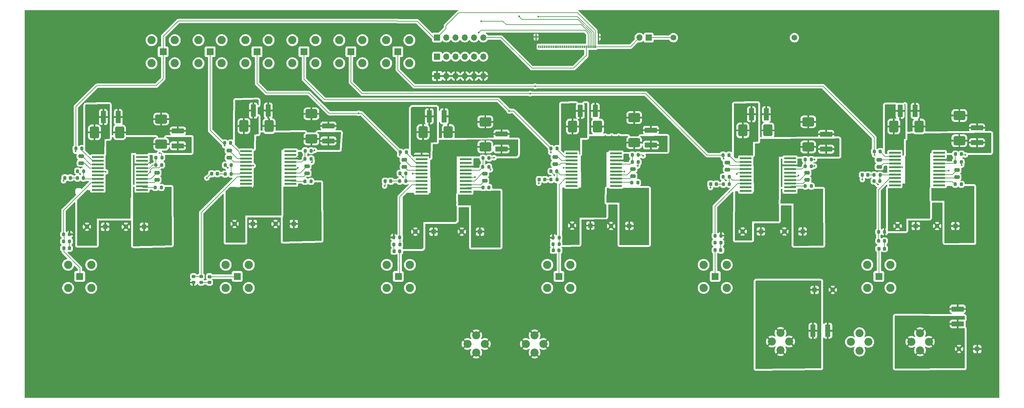
<source format=gbr>
%TF.GenerationSoftware,KiCad,Pcbnew,8.0.5*%
%TF.CreationDate,2024-11-15T20:54:05-05:00*%
%TF.ProjectId,amp_board_final,616d705f-626f-4617-9264-5f66696e616c,rev?*%
%TF.SameCoordinates,Original*%
%TF.FileFunction,Copper,L1,Top*%
%TF.FilePolarity,Positive*%
%FSLAX46Y46*%
G04 Gerber Fmt 4.6, Leading zero omitted, Abs format (unit mm)*
G04 Created by KiCad (PCBNEW 8.0.5) date 2024-11-15 20:54:05*
%MOMM*%
%LPD*%
G01*
G04 APERTURE LIST*
G04 Aperture macros list*
%AMRoundRect*
0 Rectangle with rounded corners*
0 $1 Rounding radius*
0 $2 $3 $4 $5 $6 $7 $8 $9 X,Y pos of 4 corners*
0 Add a 4 corners polygon primitive as box body*
4,1,4,$2,$3,$4,$5,$6,$7,$8,$9,$2,$3,0*
0 Add four circle primitives for the rounded corners*
1,1,$1+$1,$2,$3*
1,1,$1+$1,$4,$5*
1,1,$1+$1,$6,$7*
1,1,$1+$1,$8,$9*
0 Add four rect primitives between the rounded corners*
20,1,$1+$1,$2,$3,$4,$5,0*
20,1,$1+$1,$4,$5,$6,$7,0*
20,1,$1+$1,$6,$7,$8,$9,0*
20,1,$1+$1,$8,$9,$2,$3,0*%
G04 Aperture macros list end*
%TA.AperFunction,SMDPad,CuDef*%
%ADD10RoundRect,0.250000X-0.475000X0.250000X-0.475000X-0.250000X0.475000X-0.250000X0.475000X0.250000X0*%
%TD*%
%TA.AperFunction,SMDPad,CuDef*%
%ADD11RoundRect,0.249999X-1.450001X0.450001X-1.450001X-0.450001X1.450001X-0.450001X1.450001X0.450001X0*%
%TD*%
%TA.AperFunction,ComponentPad*%
%ADD12C,2.209800*%
%TD*%
%TA.AperFunction,SMDPad,CuDef*%
%ADD13RoundRect,0.200000X-0.200000X-0.275000X0.200000X-0.275000X0.200000X0.275000X-0.200000X0.275000X0*%
%TD*%
%TA.AperFunction,SMDPad,CuDef*%
%ADD14RoundRect,0.462963X-1.187037X0.787037X-1.187037X-0.787037X1.187037X-0.787037X1.187037X0.787037X0*%
%TD*%
%TA.AperFunction,ComponentPad*%
%ADD15R,1.275000X1.275000*%
%TD*%
%TA.AperFunction,ComponentPad*%
%ADD16C,1.275000*%
%TD*%
%TA.AperFunction,SMDPad,CuDef*%
%ADD17RoundRect,0.200000X0.200000X0.275000X-0.200000X0.275000X-0.200000X-0.275000X0.200000X-0.275000X0*%
%TD*%
%TA.AperFunction,SMDPad,CuDef*%
%ADD18RoundRect,0.225000X-0.225000X-0.250000X0.225000X-0.250000X0.225000X0.250000X-0.225000X0.250000X0*%
%TD*%
%TA.AperFunction,SMDPad,CuDef*%
%ADD19RoundRect,0.249999X-0.450001X-1.450001X0.450001X-1.450001X0.450001X1.450001X-0.450001X1.450001X0*%
%TD*%
%TA.AperFunction,SMDPad,CuDef*%
%ADD20RoundRect,0.462963X-0.787037X-1.187037X0.787037X-1.187037X0.787037X1.187037X-0.787037X1.187037X0*%
%TD*%
%TA.AperFunction,ComponentPad*%
%ADD21R,1.950000X1.950000*%
%TD*%
%TA.AperFunction,ComponentPad*%
%ADD22C,2.250000*%
%TD*%
%TA.AperFunction,SMDPad,CuDef*%
%ADD23R,3.180000X0.560000*%
%TD*%
%TA.AperFunction,SMDPad,CuDef*%
%ADD24R,6.130000X13.340000*%
%TD*%
%TA.AperFunction,SMDPad,CuDef*%
%ADD25R,3.070000X1.470000*%
%TD*%
%TA.AperFunction,SMDPad,CuDef*%
%ADD26RoundRect,0.250000X0.475000X-0.250000X0.475000X0.250000X-0.475000X0.250000X-0.475000X-0.250000X0*%
%TD*%
%TA.AperFunction,ComponentPad*%
%ADD27R,1.700000X1.700000*%
%TD*%
%TA.AperFunction,ComponentPad*%
%ADD28O,1.700000X1.700000*%
%TD*%
%TA.AperFunction,SMDPad,CuDef*%
%ADD29RoundRect,0.225000X-0.250000X0.225000X-0.250000X-0.225000X0.250000X-0.225000X0.250000X0.225000X0*%
%TD*%
%TA.AperFunction,SMDPad,CuDef*%
%ADD30RoundRect,0.225000X0.225000X0.250000X-0.225000X0.250000X-0.225000X-0.250000X0.225000X-0.250000X0*%
%TD*%
%TA.AperFunction,SMDPad,CuDef*%
%ADD31RoundRect,0.200000X0.275000X-0.200000X0.275000X0.200000X-0.275000X0.200000X-0.275000X-0.200000X0*%
%TD*%
%TA.AperFunction,SMDPad,CuDef*%
%ADD32RoundRect,0.200000X-0.275000X0.200000X-0.275000X-0.200000X0.275000X-0.200000X0.275000X0.200000X0*%
%TD*%
%TA.AperFunction,SMDPad,CuDef*%
%ADD33RoundRect,0.249999X1.450001X-0.450001X1.450001X0.450001X-1.450001X0.450001X-1.450001X-0.450001X0*%
%TD*%
%TA.AperFunction,ComponentPad*%
%ADD34C,1.575000*%
%TD*%
%TA.AperFunction,SMDPad,CuDef*%
%ADD35R,0.300000X0.700000*%
%TD*%
%TA.AperFunction,SMDPad,CuDef*%
%ADD36R,0.300000X1.000000*%
%TD*%
%TA.AperFunction,ViaPad*%
%ADD37C,0.508000*%
%TD*%
%TA.AperFunction,Conductor*%
%ADD38C,0.203200*%
%TD*%
G04 APERTURE END LIST*
D10*
%TO.P,C35,1*%
%TO.N,Net-(U14B-CC_B_1)*%
X207264000Y-56454000D03*
%TO.P,C35,2*%
%TO.N,Net-(U14B-CC_B_2)*%
X207264000Y-58354000D03*
%TD*%
D11*
%TO.P,C49,1*%
%TO.N,GND*%
X234391200Y-48648400D03*
%TO.P,C49,2*%
%TO.N,VSS*%
X234391200Y-52748400D03*
%TD*%
D12*
%TO.P,J8,1,1*%
%TO.N,GND*%
X154381200Y-103924100D03*
%TO.P,J8,2,2*%
X154381200Y-108699300D03*
%TO.P,J8,3,3*%
X156768800Y-106311700D03*
%TO.P,J8,4,4*%
X151993600Y-106311700D03*
%TD*%
D13*
%TO.P,R43,1*%
%TO.N,GND*%
X115710200Y-77012800D03*
%TO.P,R43,2*%
%TO.N,/amp_1/input_2a_lv*%
X117360200Y-77012800D03*
%TD*%
%TO.P,R23,1*%
%TO.N,Net-(U9B--IN_B)*%
X91427800Y-53194157D03*
%TO.P,R23,2*%
%TO.N,/amp_0/output1_mv*%
X93077800Y-53194157D03*
%TD*%
D14*
%TO.P,U17,1,K*%
%TO.N,GND*%
X229443400Y-45233900D03*
%TO.P,U17,2,A*%
%TO.N,VSS*%
X229443400Y-52133900D03*
%TD*%
D15*
%TO.P,C22,1,+*%
%TO.N,HV*%
X47230000Y-74090000D03*
D16*
%TO.P,C22,2,-*%
%TO.N,GND*%
X42230000Y-74090000D03*
%TD*%
D11*
%TO.P,C43,1*%
%TO.N,GND*%
X186283600Y-47530800D03*
%TO.P,C43,2*%
%TO.N,VSS*%
X186283600Y-51630800D03*
%TD*%
D17*
%TO.P,R36,1*%
%TO.N,output_4*%
X230263200Y-57454800D03*
%TO.P,R36,2*%
%TO.N,Net-(U14B--IN_B)*%
X228613200Y-57454800D03*
%TD*%
D15*
%TO.P,C10,1,+*%
%TO.N,HV*%
X139398469Y-75438000D03*
D16*
%TO.P,C10,2,-*%
%TO.N,GND*%
X134398469Y-75438000D03*
%TD*%
D13*
%TO.P,R26,1*%
%TO.N,Net-(U14A-CL_A)*%
X228638600Y-62915800D03*
%TO.P,R26,2*%
%TO.N,/amp_2/output_4_mv*%
X230288600Y-62915800D03*
%TD*%
D10*
%TO.P,C11,1*%
%TO.N,Net-(U2B-CC_B_1)*%
X118618000Y-55692000D03*
%TO.P,C11,2*%
%TO.N,Net-(U2B-CC_B_2)*%
X118618000Y-57592000D03*
%TD*%
D18*
%TO.P,C15,1*%
%TO.N,input_0a*%
X25196000Y-80010000D03*
%TO.P,C15,2*%
%TO.N,Net-(C15-Pad2)*%
X26746000Y-80010000D03*
%TD*%
D17*
%TO.P,R17,1*%
%TO.N,Net-(U9A--IN_A)*%
X71132200Y-59594957D03*
%TO.P,R17,2*%
%TO.N,/amp_0/input_1b_lv*%
X69482200Y-59594957D03*
%TD*%
%TO.P,R5,1*%
%TO.N,Net-(U3A--IN_A)*%
X160527072Y-61137291D03*
%TO.P,R5,2*%
%TO.N,/amp_1/input_3b_lv*%
X158877072Y-61137291D03*
%TD*%
D19*
%TO.P,C33,1*%
%TO.N,HV*%
X213850000Y-43180000D03*
%TO.P,C33,2*%
%TO.N,GND*%
X217950000Y-43180000D03*
%TD*%
D17*
%TO.P,R29,1*%
%TO.N,Net-(U15A--IN_A)*%
X249160800Y-59842400D03*
%TO.P,R29,2*%
%TO.N,/amp_2/input_5b_lv*%
X247510800Y-59842400D03*
%TD*%
D15*
%TO.P,C2,1,+*%
%TO.N,HV*%
X231180000Y-91440000D03*
D16*
%TO.P,C2,2,-*%
%TO.N,GND*%
X236180000Y-91440000D03*
%TD*%
D20*
%TO.P,U10,1,K*%
%TO.N,HV*%
X74634000Y-46407157D03*
%TO.P,U10,2,A*%
%TO.N,GND*%
X81534000Y-46407157D03*
%TD*%
D21*
%TO.P,J13,1*%
%TO.N,input_5a*%
X248818400Y-87731600D03*
D22*
%TO.P,J13,2*%
%TO.N,input_5b*%
X245643400Y-84556600D03*
%TO.P,J13,3,Ext*%
X245643400Y-90906600D03*
%TO.P,J13,4,Ext*%
X251993400Y-90906600D03*
%TO.P,J13,5,Ext*%
X251993400Y-84556600D03*
%TD*%
D17*
%TO.P,R37,1*%
%TO.N,output_5*%
X271436600Y-56261000D03*
%TO.P,R37,2*%
%TO.N,Net-(U15B--IN_B)*%
X269786600Y-56261000D03*
%TD*%
D19*
%TO.P,C9,1*%
%TO.N,HV*%
X125458000Y-43712891D03*
%TO.P,C9,2*%
%TO.N,GND*%
X129558000Y-43712891D03*
%TD*%
D13*
%TO.P,R30,1*%
%TO.N,/amp_2/output4_mv*%
X206108800Y-60375800D03*
%TO.P,R30,2*%
%TO.N,Net-(U14A--IN_A)*%
X207758800Y-60375800D03*
%TD*%
D23*
%TO.P,U8,1*%
%TO.N,HV*%
X46689600Y-64942557D03*
%TO.P,U8,2,NC*%
%TO.N,unconnected-(U8B-NC-Pad2)*%
X46689600Y-63942557D03*
%TO.P,U8,3,CL_A*%
%TO.N,Net-(U8A-CL_A)*%
X46689600Y-62942557D03*
%TO.P,U8,4,CC_A_1*%
%TO.N,Net-(U8A-CC_A_1)*%
X46689600Y-61942557D03*
%TO.P,U8,5,CC_A_2*%
%TO.N,Net-(U8A-CC_A_2)*%
X46689600Y-60942557D03*
%TO.P,U8,6,OUT_A*%
%TO.N,/amp_0/output0_mv*%
X46689600Y-59942557D03*
%TO.P,U8,7,NC*%
%TO.N,unconnected-(U8A-NC-Pad7)*%
X46689600Y-58942557D03*
%TO.P,U8,8,-IN_B*%
%TO.N,Net-(U8B--IN_B)*%
X46689600Y-57942557D03*
%TO.P,U8,9,+IN_B*%
%TO.N,GND*%
X46689600Y-56942557D03*
%TO.P,U8,10,NC*%
%TO.N,unconnected-(U8A-NC-Pad10)*%
X46689600Y-55942557D03*
%TO.P,U8,11,NC*%
%TO.N,unconnected-(U8A-NC-Pad11)*%
X46689600Y-54942557D03*
%TO.P,U8,12*%
%TO.N,VSS*%
X46689600Y-53942557D03*
%TO.P,U8,13*%
%TO.N,HV*%
X34539600Y-53942557D03*
%TO.P,U8,14,NC*%
%TO.N,unconnected-(U8A-NC-Pad14)*%
X34539600Y-54942557D03*
%TO.P,U8,15,CL_B*%
%TO.N,Net-(U8B-CL_B)*%
X34539600Y-55942557D03*
%TO.P,U8,16,CC_B_1*%
%TO.N,Net-(U8B-CC_B_1)*%
X34539600Y-56942557D03*
%TO.P,U8,17,CC_B_2*%
%TO.N,Net-(U8B-CC_B_2)*%
X34539600Y-57942557D03*
%TO.P,U8,18,OUT_B*%
%TO.N,output_0*%
X34539600Y-58942557D03*
%TO.P,U8,19,NC*%
%TO.N,unconnected-(U8B-NC-Pad19)*%
X34539600Y-59942557D03*
%TO.P,U8,20,-IN_A*%
%TO.N,Net-(U8A--IN_A)*%
X34539600Y-60942557D03*
%TO.P,U8,21,+IN_A*%
%TO.N,/amp_0/input_0a_lv*%
X34539600Y-61942557D03*
%TO.P,U8,22,NC*%
%TO.N,unconnected-(U8B-NC-Pad22)*%
X34539600Y-62942557D03*
%TO.P,U8,23,NC*%
%TO.N,unconnected-(U8B-NC-Pad23)*%
X34539600Y-63942557D03*
%TO.P,U8,24*%
%TO.N,VSS*%
X34539600Y-64942557D03*
D24*
%TO.P,U8,25,EPAD*%
X40614600Y-59442557D03*
D25*
%TO.P,U8,26*%
X40614600Y-66847557D03*
%TO.P,U8,27*%
X40614600Y-52037557D03*
%TD*%
D17*
%TO.P,R20,1*%
%TO.N,Net-(U8B-CL_B)*%
X30187400Y-52578000D03*
%TO.P,R20,2*%
%TO.N,output_0*%
X28537400Y-52578000D03*
%TD*%
D26*
%TO.P,C19,1*%
%TO.N,Net-(U8A-CC_A_1)*%
X50800000Y-61148000D03*
%TO.P,C19,2*%
%TO.N,Net-(U8A-CC_A_2)*%
X50800000Y-59248000D03*
%TD*%
D13*
%TO.P,R7,1*%
%TO.N,/amp_1/output3_mv*%
X158826272Y-58851291D03*
%TO.P,R7,2*%
%TO.N,Net-(U3A--IN_A)*%
X160476272Y-58851291D03*
%TD*%
D12*
%TO.P,J4,1,1*%
%TO.N,GND*%
X138328400Y-103924100D03*
%TO.P,J4,2,2*%
X138328400Y-108699300D03*
%TO.P,J4,3,3*%
X140716000Y-106311700D03*
%TO.P,J4,4,4*%
X135940800Y-106311700D03*
%TD*%
%TO.P,J2,1,1*%
%TO.N,HV*%
X221843600Y-103263700D03*
%TO.P,J2,2,2*%
X221843600Y-108038900D03*
%TO.P,J2,3,3*%
X224231200Y-105651300D03*
%TO.P,J2,4,4*%
X219456000Y-105651300D03*
%TD*%
D10*
%TO.P,C24,1*%
%TO.N,Net-(U9B-CC_B_1)*%
X70612000Y-53152000D03*
%TO.P,C24,2*%
%TO.N,Net-(U9B-CC_B_2)*%
X70612000Y-55052000D03*
%TD*%
D26*
%TO.P,C20,1*%
%TO.N,Net-(U9A-CC_A_1)*%
X91948000Y-59370000D03*
%TO.P,C20,2*%
%TO.N,Net-(U9A-CC_A_2)*%
X91948000Y-57470000D03*
%TD*%
D18*
%TO.P,C17,1*%
%TO.N,input_0b*%
X25488600Y-60636357D03*
%TO.P,C17,2*%
%TO.N,/amp_0/input_0b_lv*%
X27038600Y-60636357D03*
%TD*%
D13*
%TO.P,R34,1*%
%TO.N,Net-(U14B--IN_B)*%
X228613200Y-55600600D03*
%TO.P,R34,2*%
%TO.N,/amp_2/output4_mv*%
X230263200Y-55600600D03*
%TD*%
D27*
%TO.P,J23,1,Pin_1*%
%TO.N,output_0*%
X127609600Y-22047200D03*
D28*
%TO.P,J23,2,Pin_2*%
%TO.N,output_1*%
X130149600Y-22047200D03*
%TO.P,J23,3,Pin_3*%
%TO.N,output_2*%
X132689600Y-22047200D03*
%TO.P,J23,4,Pin_4*%
%TO.N,output_3*%
X135229600Y-22047200D03*
%TO.P,J23,5,Pin_5*%
%TO.N,output_4*%
X137769600Y-22047200D03*
%TO.P,J23,6,Pin_6*%
%TO.N,output_5*%
X140309600Y-22047200D03*
%TD*%
D20*
%TO.P,U7,1,K*%
%TO.N,HV*%
X33626100Y-48134357D03*
%TO.P,U7,2,A*%
%TO.N,GND*%
X40526100Y-48134357D03*
%TD*%
D21*
%TO.P,J5,1*%
%TO.N,input_1a*%
X72796400Y-87731600D03*
D22*
%TO.P,J5,2*%
%TO.N,input_1b*%
X69621400Y-84556600D03*
%TO.P,J5,3,Ext*%
X69621400Y-90906600D03*
%TO.P,J5,4,Ext*%
X75971400Y-90906600D03*
%TO.P,J5,5,Ext*%
X75971400Y-84556600D03*
%TD*%
D17*
%TO.P,R39,1*%
%TO.N,GND*%
X26796000Y-76200000D03*
%TO.P,R39,2*%
%TO.N,/amp_0/input_0a_lv*%
X25146000Y-76200000D03*
%TD*%
D21*
%TO.P,J11,1*%
%TO.N,input_4a*%
X203911200Y-87731600D03*
D22*
%TO.P,J11,2*%
%TO.N,input_4b*%
X200736200Y-84556600D03*
%TO.P,J11,3,Ext*%
X200736200Y-90906600D03*
%TO.P,J11,4,Ext*%
X207086200Y-90906600D03*
%TO.P,J11,5,Ext*%
X207086200Y-84556600D03*
%TD*%
D17*
%TO.P,R16,1*%
%TO.N,Net-(U8A--IN_A)*%
X30593800Y-60712557D03*
%TO.P,R16,2*%
%TO.N,/amp_0/input_0b_lv*%
X28943800Y-60712557D03*
%TD*%
D18*
%TO.P,C28,1*%
%TO.N,input_5a*%
X248805400Y-80111600D03*
%TO.P,C28,2*%
%TO.N,Net-(C28-Pad2)*%
X250355400Y-80111600D03*
%TD*%
D11*
%TO.P,C47,1*%
%TO.N,GND*%
X56515000Y-47734000D03*
%TO.P,C47,2*%
%TO.N,VSS*%
X56515000Y-51834000D03*
%TD*%
D13*
%TO.P,R2,1*%
%TO.N,Net-(U2A-CL_A)*%
X140208072Y-63296291D03*
%TO.P,R2,2*%
%TO.N,/amp_1/output_2_mv*%
X141858072Y-63296291D03*
%TD*%
D27*
%TO.P,J12,1,Pin_1*%
%TO.N,GND*%
X127630000Y-32630000D03*
D28*
%TO.P,J12,2,Pin_2*%
X130170000Y-32630000D03*
%TO.P,J12,3,Pin_3*%
X132710000Y-32630000D03*
%TO.P,J12,4,Pin_4*%
X135250000Y-32630000D03*
%TO.P,J12,5,Pin_5*%
X137790000Y-32630000D03*
%TO.P,J12,6,Pin_6*%
X140330000Y-32630000D03*
%TD*%
D29*
%TO.P,C16,1*%
%TO.N,input_1a*%
X65176400Y-87820200D03*
%TO.P,C16,2*%
%TO.N,Net-(C16-Pad2)*%
X65176400Y-89370200D03*
%TD*%
D17*
%TO.P,R24,1*%
%TO.N,output_0*%
X52133000Y-55048357D03*
%TO.P,R24,2*%
%TO.N,Net-(U8B--IN_B)*%
X50483000Y-55048357D03*
%TD*%
D10*
%TO.P,C36,1*%
%TO.N,Net-(U15B-CC_B_1)*%
X248920000Y-55692000D03*
%TO.P,C36,2*%
%TO.N,Net-(U15B-CC_B_2)*%
X248920000Y-57592000D03*
%TD*%
D26*
%TO.P,C32,1*%
%TO.N,Net-(U15A-CC_A_1)*%
X270256000Y-60386000D03*
%TO.P,C32,2*%
%TO.N,Net-(U15A-CC_A_2)*%
X270256000Y-58486000D03*
%TD*%
D23*
%TO.P,U3,1*%
%TO.N,HV*%
X176687909Y-63868182D03*
%TO.P,U3,2,NC*%
%TO.N,unconnected-(U3B-NC-Pad2)*%
X176687909Y-62868182D03*
%TO.P,U3,3,CL_A*%
%TO.N,Net-(U3A-CL_A)*%
X176687909Y-61868182D03*
%TO.P,U3,4,CC_A_1*%
%TO.N,Net-(U3A-CC_A_1)*%
X176687909Y-60868182D03*
%TO.P,U3,5,CC_A_2*%
%TO.N,Net-(U3A-CC_A_2)*%
X176687909Y-59868182D03*
%TO.P,U3,6,OUT_A*%
%TO.N,/amp_1/output3_mv*%
X176687909Y-58868182D03*
%TO.P,U3,7,NC*%
%TO.N,unconnected-(U3A-NC-Pad7)*%
X176687909Y-57868182D03*
%TO.P,U3,8,-IN_B*%
%TO.N,Net-(U3B--IN_B)*%
X176687909Y-56868182D03*
%TO.P,U3,9,+IN_B*%
%TO.N,GND*%
X176687909Y-55868182D03*
%TO.P,U3,10,NC*%
%TO.N,unconnected-(U3A-NC-Pad10)*%
X176687909Y-54868182D03*
%TO.P,U3,11,NC*%
%TO.N,unconnected-(U3A-NC-Pad11)*%
X176687909Y-53868182D03*
%TO.P,U3,12*%
%TO.N,VSS*%
X176687909Y-52868182D03*
%TO.P,U3,13*%
%TO.N,HV*%
X164537909Y-52868182D03*
%TO.P,U3,14,NC*%
%TO.N,unconnected-(U3A-NC-Pad14)*%
X164537909Y-53868182D03*
%TO.P,U3,15,CL_B*%
%TO.N,Net-(U3B-CL_B)*%
X164537909Y-54868182D03*
%TO.P,U3,16,CC_B_1*%
%TO.N,Net-(U3B-CC_B_1)*%
X164537909Y-55868182D03*
%TO.P,U3,17,CC_B_2*%
%TO.N,Net-(U3B-CC_B_2)*%
X164537909Y-56868182D03*
%TO.P,U3,18,OUT_B*%
%TO.N,output_3*%
X164537909Y-57868182D03*
%TO.P,U3,19,NC*%
%TO.N,unconnected-(U3B-NC-Pad19)*%
X164537909Y-58868182D03*
%TO.P,U3,20,-IN_A*%
%TO.N,Net-(U3A--IN_A)*%
X164537909Y-59868182D03*
%TO.P,U3,21,+IN_A*%
%TO.N,/amp_1/input_3a_lv*%
X164537909Y-60868182D03*
%TO.P,U3,22,NC*%
%TO.N,unconnected-(U3B-NC-Pad22)*%
X164537909Y-61868182D03*
%TO.P,U3,23,NC*%
%TO.N,unconnected-(U3B-NC-Pad23)*%
X164537909Y-62868182D03*
%TO.P,U3,24*%
%TO.N,VSS*%
X164537909Y-63868182D03*
D24*
%TO.P,U3,25,EPAD*%
X170612909Y-58368182D03*
D25*
%TO.P,U3,26*%
X170612909Y-65773182D03*
%TO.P,U3,27*%
X170612909Y-50963182D03*
%TD*%
D19*
%TO.P,C21,1*%
%TO.N,HV*%
X36050000Y-43942000D03*
%TO.P,C21,2*%
%TO.N,GND*%
X40150000Y-43942000D03*
%TD*%
D21*
%TO.P,J9,1*%
%TO.N,input_3a*%
X161036000Y-87731600D03*
D22*
%TO.P,J9,2*%
%TO.N,input_3b*%
X157861000Y-84556600D03*
%TO.P,J9,3,Ext*%
X157861000Y-90906600D03*
%TO.P,J9,4,Ext*%
X164211000Y-90906600D03*
%TO.P,J9,5,Ext*%
X164211000Y-84556600D03*
%TD*%
D20*
%TO.P,U13,1,K*%
%TO.N,HV*%
X211494900Y-47594400D03*
%TO.P,U13,2,A*%
%TO.N,GND*%
X218394900Y-47594400D03*
%TD*%
D23*
%TO.P,U9,1*%
%TO.N,HV*%
X87380400Y-63316957D03*
%TO.P,U9,2,NC*%
%TO.N,unconnected-(U9B-NC-Pad2)*%
X87380400Y-62316957D03*
%TO.P,U9,3,CL_A*%
%TO.N,Net-(U9A-CL_A)*%
X87380400Y-61316957D03*
%TO.P,U9,4,CC_A_1*%
%TO.N,Net-(U9A-CC_A_1)*%
X87380400Y-60316957D03*
%TO.P,U9,5,CC_A_2*%
%TO.N,Net-(U9A-CC_A_2)*%
X87380400Y-59316957D03*
%TO.P,U9,6,OUT_A*%
%TO.N,/amp_0/output1_mv*%
X87380400Y-58316957D03*
%TO.P,U9,7,NC*%
%TO.N,unconnected-(U9A-NC-Pad7)*%
X87380400Y-57316957D03*
%TO.P,U9,8,-IN_B*%
%TO.N,Net-(U9B--IN_B)*%
X87380400Y-56316957D03*
%TO.P,U9,9,+IN_B*%
%TO.N,GND*%
X87380400Y-55316957D03*
%TO.P,U9,10,NC*%
%TO.N,unconnected-(U9A-NC-Pad10)*%
X87380400Y-54316957D03*
%TO.P,U9,11,NC*%
%TO.N,unconnected-(U9A-NC-Pad11)*%
X87380400Y-53316957D03*
%TO.P,U9,12*%
%TO.N,VSS*%
X87380400Y-52316957D03*
%TO.P,U9,13*%
%TO.N,HV*%
X75230400Y-52316957D03*
%TO.P,U9,14,NC*%
%TO.N,unconnected-(U9A-NC-Pad14)*%
X75230400Y-53316957D03*
%TO.P,U9,15,CL_B*%
%TO.N,Net-(U9B-CL_B)*%
X75230400Y-54316957D03*
%TO.P,U9,16,CC_B_1*%
%TO.N,Net-(U9B-CC_B_1)*%
X75230400Y-55316957D03*
%TO.P,U9,17,CC_B_2*%
%TO.N,Net-(U9B-CC_B_2)*%
X75230400Y-56316957D03*
%TO.P,U9,18,OUT_B*%
%TO.N,output_1*%
X75230400Y-57316957D03*
%TO.P,U9,19,NC*%
%TO.N,unconnected-(U9B-NC-Pad19)*%
X75230400Y-58316957D03*
%TO.P,U9,20,-IN_A*%
%TO.N,Net-(U9A--IN_A)*%
X75230400Y-59316957D03*
%TO.P,U9,21,+IN_A*%
%TO.N,/amp_0/input_1a_lv*%
X75230400Y-60316957D03*
%TO.P,U9,22,NC*%
%TO.N,unconnected-(U9B-NC-Pad22)*%
X75230400Y-61316957D03*
%TO.P,U9,23,NC*%
%TO.N,unconnected-(U9B-NC-Pad23)*%
X75230400Y-62316957D03*
%TO.P,U9,24*%
%TO.N,VSS*%
X75230400Y-63316957D03*
D24*
%TO.P,U9,25,EPAD*%
X81305400Y-57816957D03*
D25*
%TO.P,U9,26*%
X81305400Y-65221957D03*
%TO.P,U9,27*%
X81305400Y-50411957D03*
%TD*%
D18*
%TO.P,C29,1*%
%TO.N,input_4b*%
X202679000Y-62331600D03*
%TO.P,C29,2*%
%TO.N,/amp_2/input_4b_lv*%
X204229000Y-62331600D03*
%TD*%
D23*
%TO.P,U14,1*%
%TO.N,HV*%
X224438800Y-65240800D03*
%TO.P,U14,2,NC*%
%TO.N,unconnected-(U14B-NC-Pad2)*%
X224438800Y-64240800D03*
%TO.P,U14,3,CL_A*%
%TO.N,Net-(U14A-CL_A)*%
X224438800Y-63240800D03*
%TO.P,U14,4,CC_A_1*%
%TO.N,Net-(U14A-CC_A_1)*%
X224438800Y-62240800D03*
%TO.P,U14,5,CC_A_2*%
%TO.N,Net-(U14A-CC_A_2)*%
X224438800Y-61240800D03*
%TO.P,U14,6,OUT_A*%
%TO.N,/amp_2/output4_mv*%
X224438800Y-60240800D03*
%TO.P,U14,7,NC*%
%TO.N,unconnected-(U14A-NC-Pad7)*%
X224438800Y-59240800D03*
%TO.P,U14,8,-IN_B*%
%TO.N,Net-(U14B--IN_B)*%
X224438800Y-58240800D03*
%TO.P,U14,9,+IN_B*%
%TO.N,GND*%
X224438800Y-57240800D03*
%TO.P,U14,10,NC*%
%TO.N,unconnected-(U14A-NC-Pad10)*%
X224438800Y-56240800D03*
%TO.P,U14,11,NC*%
%TO.N,unconnected-(U14A-NC-Pad11)*%
X224438800Y-55240800D03*
%TO.P,U14,12*%
%TO.N,VSS*%
X224438800Y-54240800D03*
%TO.P,U14,13*%
%TO.N,HV*%
X212288800Y-54240800D03*
%TO.P,U14,14,NC*%
%TO.N,unconnected-(U14A-NC-Pad14)*%
X212288800Y-55240800D03*
%TO.P,U14,15,CL_B*%
%TO.N,Net-(U14B-CL_B)*%
X212288800Y-56240800D03*
%TO.P,U14,16,CC_B_1*%
%TO.N,Net-(U14B-CC_B_1)*%
X212288800Y-57240800D03*
%TO.P,U14,17,CC_B_2*%
%TO.N,Net-(U14B-CC_B_2)*%
X212288800Y-58240800D03*
%TO.P,U14,18,OUT_B*%
%TO.N,output_4*%
X212288800Y-59240800D03*
%TO.P,U14,19,NC*%
%TO.N,unconnected-(U14B-NC-Pad19)*%
X212288800Y-60240800D03*
%TO.P,U14,20,-IN_A*%
%TO.N,Net-(U14A--IN_A)*%
X212288800Y-61240800D03*
%TO.P,U14,21,+IN_A*%
%TO.N,/amp_2/input_4a_lv*%
X212288800Y-62240800D03*
%TO.P,U14,22,NC*%
%TO.N,unconnected-(U14B-NC-Pad22)*%
X212288800Y-63240800D03*
%TO.P,U14,23,NC*%
%TO.N,unconnected-(U14B-NC-Pad23)*%
X212288800Y-64240800D03*
%TO.P,U14,24*%
%TO.N,VSS*%
X212288800Y-65240800D03*
D24*
%TO.P,U14,25,EPAD*%
X218363800Y-59740800D03*
D25*
%TO.P,U14,26*%
X218363800Y-67145800D03*
%TO.P,U14,27*%
X218363800Y-52335800D03*
%TD*%
D17*
%TO.P,R12,1*%
%TO.N,output_2*%
X141807272Y-57632091D03*
%TO.P,R12,2*%
%TO.N,Net-(U2B--IN_B)*%
X140157272Y-57632091D03*
%TD*%
%TO.P,R4,1*%
%TO.N,Net-(U2A--IN_A)*%
X119023472Y-61543691D03*
%TO.P,R4,2*%
%TO.N,/amp_1/input_2b_lv*%
X117373472Y-61543691D03*
%TD*%
D26*
%TO.P,C31,1*%
%TO.N,Net-(U14A-CC_A_1)*%
X229108000Y-61173400D03*
%TO.P,C31,2*%
%TO.N,Net-(U14A-CC_A_2)*%
X229108000Y-59273400D03*
%TD*%
D13*
%TO.P,R3,1*%
%TO.N,Net-(U3A-CL_A)*%
X181025872Y-61950091D03*
%TO.P,R3,2*%
%TO.N,/amp_1/output_3_mv*%
X182675872Y-61950091D03*
%TD*%
D18*
%TO.P,C6,1*%
%TO.N,input_3b*%
X155638200Y-61112400D03*
%TO.P,C6,2*%
%TO.N,/amp_1/input_3b_lv*%
X157188200Y-61112400D03*
%TD*%
D13*
%TO.P,R38,1*%
%TO.N,/amp_0/input_0a_lv*%
X25146000Y-78130400D03*
%TO.P,R38,2*%
%TO.N,Net-(C15-Pad2)*%
X26796000Y-78130400D03*
%TD*%
D23*
%TO.P,U15,1*%
%TO.N,HV*%
X265358200Y-63716800D03*
%TO.P,U15,2,NC*%
%TO.N,unconnected-(U15B-NC-Pad2)*%
X265358200Y-62716800D03*
%TO.P,U15,3,CL_A*%
%TO.N,Net-(U15A-CL_A)*%
X265358200Y-61716800D03*
%TO.P,U15,4,CC_A_1*%
%TO.N,Net-(U15A-CC_A_1)*%
X265358200Y-60716800D03*
%TO.P,U15,5,CC_A_2*%
%TO.N,Net-(U15A-CC_A_2)*%
X265358200Y-59716800D03*
%TO.P,U15,6,OUT_A*%
%TO.N,/amp_2/output5_mv*%
X265358200Y-58716800D03*
%TO.P,U15,7,NC*%
%TO.N,unconnected-(U15A-NC-Pad7)*%
X265358200Y-57716800D03*
%TO.P,U15,8,-IN_B*%
%TO.N,Net-(U15B--IN_B)*%
X265358200Y-56716800D03*
%TO.P,U15,9,+IN_B*%
%TO.N,GND*%
X265358200Y-55716800D03*
%TO.P,U15,10,NC*%
%TO.N,unconnected-(U15A-NC-Pad10)*%
X265358200Y-54716800D03*
%TO.P,U15,11,NC*%
%TO.N,unconnected-(U15A-NC-Pad11)*%
X265358200Y-53716800D03*
%TO.P,U15,12*%
%TO.N,VSS*%
X265358200Y-52716800D03*
%TO.P,U15,13*%
%TO.N,HV*%
X253208200Y-52716800D03*
%TO.P,U15,14,NC*%
%TO.N,unconnected-(U15A-NC-Pad14)*%
X253208200Y-53716800D03*
%TO.P,U15,15,CL_B*%
%TO.N,Net-(U15B-CL_B)*%
X253208200Y-54716800D03*
%TO.P,U15,16,CC_B_1*%
%TO.N,Net-(U15B-CC_B_1)*%
X253208200Y-55716800D03*
%TO.P,U15,17,CC_B_2*%
%TO.N,Net-(U15B-CC_B_2)*%
X253208200Y-56716800D03*
%TO.P,U15,18,OUT_B*%
%TO.N,output_5*%
X253208200Y-57716800D03*
%TO.P,U15,19,NC*%
%TO.N,unconnected-(U15B-NC-Pad19)*%
X253208200Y-58716800D03*
%TO.P,U15,20,-IN_A*%
%TO.N,Net-(U15A--IN_A)*%
X253208200Y-59716800D03*
%TO.P,U15,21,+IN_A*%
%TO.N,/amp_2/input_5a_lv*%
X253208200Y-60716800D03*
%TO.P,U15,22,NC*%
%TO.N,unconnected-(U15B-NC-Pad22)*%
X253208200Y-61716800D03*
%TO.P,U15,23,NC*%
%TO.N,unconnected-(U15B-NC-Pad23)*%
X253208200Y-62716800D03*
%TO.P,U15,24*%
%TO.N,VSS*%
X253208200Y-63716800D03*
D24*
%TO.P,U15,25,EPAD*%
X259283200Y-58216800D03*
D25*
%TO.P,U15,26*%
X259283200Y-65621800D03*
%TO.P,U15,27*%
X259283200Y-50811800D03*
%TD*%
D18*
%TO.P,C30,1*%
%TO.N,input_5b*%
X244284200Y-59842400D03*
%TO.P,C30,2*%
%TO.N,/amp_2/input_5b_lv*%
X245834200Y-59842400D03*
%TD*%
D17*
%TO.P,R13,1*%
%TO.N,output_3*%
X182802872Y-56311291D03*
%TO.P,R13,2*%
%TO.N,Net-(U3B--IN_B)*%
X181152872Y-56311291D03*
%TD*%
D11*
%TO.P,C45,1*%
%TO.N,GND*%
X97790000Y-46387800D03*
%TO.P,C45,2*%
%TO.N,VSS*%
X97790000Y-50487800D03*
%TD*%
D13*
%TO.P,R18,1*%
%TO.N,/amp_0/output0_mv*%
X28994600Y-58782157D03*
%TO.P,R18,2*%
%TO.N,Net-(U8A--IN_A)*%
X30644600Y-58782157D03*
%TD*%
D17*
%TO.P,R33,1*%
%TO.N,Net-(U15B-CL_B)*%
X249186200Y-53416200D03*
%TO.P,R33,2*%
%TO.N,output_5*%
X247536200Y-53416200D03*
%TD*%
D19*
%TO.P,C1,1*%
%TO.N,HV*%
X230715600Y-102666800D03*
%TO.P,C1,2*%
%TO.N,GND*%
X234815600Y-102666800D03*
%TD*%
D17*
%TO.P,R49,1*%
%TO.N,GND*%
X250405400Y-75488800D03*
%TO.P,R49,2*%
%TO.N,/amp_2/input_5a_lv*%
X248755400Y-75488800D03*
%TD*%
D27*
%TO.P,J10,1,Pin_1*%
%TO.N,Net-(J10-Pin_1)*%
X185679000Y-22098000D03*
D28*
%TO.P,J10,2,Pin_2*%
%TO.N,output_0*%
X183139000Y-22098000D03*
%TD*%
D30*
%TO.P,C3,1*%
%TO.N,input_2a*%
X117361000Y-80822800D03*
%TO.P,C3,2*%
%TO.N,Net-(C3-Pad2)*%
X115811000Y-80822800D03*
%TD*%
D31*
%TO.P,R41,1*%
%TO.N,GND*%
X60807600Y-89420200D03*
%TO.P,R41,2*%
%TO.N,/amp_0/input_1a_lv*%
X60807600Y-87770200D03*
%TD*%
D21*
%TO.P,J18,1*%
%TO.N,output_3*%
X91094560Y-25958800D03*
D22*
%TO.P,J18,2*%
%TO.N,VSS*%
X94269560Y-29133800D03*
%TO.P,J18,3,Ext*%
X94269560Y-22783800D03*
%TO.P,J18,4,Ext*%
X87919560Y-22783800D03*
%TO.P,J18,5,Ext*%
X87919560Y-29133800D03*
%TD*%
D14*
%TO.P,U5,1,K*%
%TO.N,GND*%
X140848200Y-45233900D03*
%TO.P,U5,2,A*%
%TO.N,VSS*%
X140848200Y-52133900D03*
%TD*%
D20*
%TO.P,U16,1,K*%
%TO.N,HV*%
X252929700Y-46527600D03*
%TO.P,U16,2,A*%
%TO.N,GND*%
X259829700Y-46527600D03*
%TD*%
D32*
%TO.P,R40,1*%
%TO.N,/amp_0/input_1a_lv*%
X62890400Y-87770200D03*
%TO.P,R40,2*%
%TO.N,Net-(C16-Pad2)*%
X62890400Y-89420200D03*
%TD*%
D17*
%TO.P,R9,1*%
%TO.N,Net-(U3B-CL_B)*%
X160527072Y-52578000D03*
%TO.P,R9,2*%
%TO.N,output_3*%
X158877072Y-52578000D03*
%TD*%
D30*
%TO.P,C4,1*%
%TO.N,input_3a*%
X161049000Y-80568800D03*
%TO.P,C4,2*%
%TO.N,Net-(C4-Pad2)*%
X159499000Y-80568800D03*
%TD*%
D21*
%TO.P,J15,1*%
%TO.N,output_0*%
X52476400Y-25958800D03*
D22*
%TO.P,J15,2*%
%TO.N,VSS*%
X49301400Y-22783800D03*
%TO.P,J15,3,Ext*%
X49301400Y-29133800D03*
%TO.P,J15,4,Ext*%
X55651400Y-29133800D03*
%TO.P,J15,5,Ext*%
X55651400Y-22783800D03*
%TD*%
D17*
%TO.P,R21,1*%
%TO.N,Net-(U9B-CL_B)*%
X70979800Y-51054000D03*
%TO.P,R21,2*%
%TO.N,output_1*%
X69329800Y-51054000D03*
%TD*%
D21*
%TO.P,J17,1*%
%TO.N,output_2*%
X78221840Y-25958800D03*
D22*
%TO.P,J17,2*%
%TO.N,VSS*%
X81396840Y-29133800D03*
%TO.P,J17,3,Ext*%
X81396840Y-22783800D03*
%TO.P,J17,4,Ext*%
X75046840Y-22783800D03*
%TO.P,J17,5,Ext*%
X75046840Y-29133800D03*
%TD*%
D33*
%TO.P,C39,1*%
%TO.N,VSS*%
X270459200Y-100805200D03*
%TO.P,C39,2*%
%TO.N,GND*%
X270459200Y-96705200D03*
%TD*%
D13*
%TO.P,R14,1*%
%TO.N,Net-(U8A-CL_A)*%
X50330600Y-63277957D03*
%TO.P,R14,2*%
%TO.N,/amp_0/output_0_mv*%
X51980600Y-63277957D03*
%TD*%
D19*
%TO.P,C13,1*%
%TO.N,HV*%
X166908835Y-42240200D03*
%TO.P,C13,2*%
%TO.N,GND*%
X171008835Y-42240200D03*
%TD*%
D18*
%TO.P,C5,1*%
%TO.N,input_2b*%
X113384872Y-61543691D03*
%TO.P,C5,2*%
%TO.N,/amp_1/input_2b_lv*%
X114934872Y-61543691D03*
%TD*%
D26*
%TO.P,C7,1*%
%TO.N,Net-(U2A-CC_A_1)*%
X140716000Y-61402000D03*
%TO.P,C7,2*%
%TO.N,Net-(U2A-CC_A_2)*%
X140716000Y-59502000D03*
%TD*%
D27*
%TO.P,J21,1,Pin_1*%
%TO.N,VSS*%
X127630000Y-27338600D03*
D28*
%TO.P,J21,2,Pin_2*%
X130170000Y-27338600D03*
%TO.P,J21,3,Pin_3*%
X132710000Y-27338600D03*
%TO.P,J21,4,Pin_4*%
X135250000Y-27338600D03*
%TO.P,J21,5,Pin_5*%
X137790000Y-27338600D03*
%TO.P,J21,6,Pin_6*%
X140330000Y-27338600D03*
%TD*%
D12*
%TO.P,J6,1,1*%
%TO.N,VSS*%
X260134100Y-103327200D03*
%TO.P,J6,2,2*%
X260134100Y-108102400D03*
%TO.P,J6,3,3*%
X262521700Y-105714800D03*
%TO.P,J6,4,4*%
X257746500Y-105714800D03*
%TD*%
D20*
%TO.P,U1,1,K*%
%TO.N,HV*%
X123782972Y-48051091D03*
%TO.P,U1,2,A*%
%TO.N,GND*%
X130682972Y-48051091D03*
%TD*%
D17*
%TO.P,R32,1*%
%TO.N,Net-(U14B-CL_B)*%
X207733400Y-54381400D03*
%TO.P,R32,2*%
%TO.N,output_4*%
X206083400Y-54381400D03*
%TD*%
D21*
%TO.P,J7,1*%
%TO.N,input_2a*%
X116992400Y-87731600D03*
D22*
%TO.P,J7,2*%
%TO.N,input_2b*%
X113817400Y-84556600D03*
%TO.P,J7,3,Ext*%
X113817400Y-90906600D03*
%TO.P,J7,4,Ext*%
X120167400Y-90906600D03*
%TO.P,J7,5,Ext*%
X120167400Y-84556600D03*
%TD*%
D13*
%TO.P,R31,1*%
%TO.N,/amp_2/output5_mv*%
X247485400Y-61518800D03*
%TO.P,R31,2*%
%TO.N,Net-(U15A--IN_A)*%
X249135400Y-61518800D03*
%TD*%
D15*
%TO.P,C50,1,+*%
%TO.N,GND*%
X216458800Y-75387200D03*
D16*
%TO.P,C50,2,-*%
%TO.N,VSS*%
X211458800Y-75387200D03*
%TD*%
D26*
%TO.P,C8,1*%
%TO.N,Net-(U3A-CC_A_1)*%
X181356000Y-60132000D03*
%TO.P,C8,2*%
%TO.N,Net-(U3A-CC_A_2)*%
X181356000Y-58232000D03*
%TD*%
D13*
%TO.P,R22,1*%
%TO.N,Net-(U8B--IN_B)*%
X50457600Y-57105757D03*
%TO.P,R22,2*%
%TO.N,/amp_0/output0_mv*%
X52107600Y-57105757D03*
%TD*%
D19*
%TO.P,C25,1*%
%TO.N,HV*%
X77198000Y-42164000D03*
%TO.P,C25,2*%
%TO.N,GND*%
X81298000Y-42164000D03*
%TD*%
D15*
%TO.P,C44,1,+*%
%TO.N,GND*%
X169672000Y-73761600D03*
D16*
%TO.P,C44,2,-*%
%TO.N,VSS*%
X164672000Y-73761600D03*
%TD*%
D14*
%TO.P,U18,1,K*%
%TO.N,GND*%
X270896200Y-43506700D03*
%TO.P,U18,2,A*%
%TO.N,VSS*%
X270896200Y-50406700D03*
%TD*%
D13*
%TO.P,R48,1*%
%TO.N,/amp_2/input_5a_lv*%
X248755400Y-77978000D03*
%TO.P,R48,2*%
%TO.N,Net-(C28-Pad2)*%
X250405400Y-77978000D03*
%TD*%
D17*
%TO.P,R44,1*%
%TO.N,/amp_1/input_3a_lv*%
X161099000Y-78841600D03*
%TO.P,R44,2*%
%TO.N,Net-(C4-Pad2)*%
X159449000Y-78841600D03*
%TD*%
D13*
%TO.P,R35,1*%
%TO.N,Net-(U15B--IN_B)*%
X269812000Y-54102000D03*
%TO.P,R35,2*%
%TO.N,/amp_2/output5_mv*%
X271462000Y-54102000D03*
%TD*%
D19*
%TO.P,C37,1*%
%TO.N,HV*%
X254642400Y-42240200D03*
%TO.P,C37,2*%
%TO.N,GND*%
X258742400Y-42240200D03*
%TD*%
D17*
%TO.P,R28,1*%
%TO.N,Net-(U14A--IN_A)*%
X207809600Y-62382400D03*
%TO.P,R28,2*%
%TO.N,/amp_2/input_4b_lv*%
X206159600Y-62382400D03*
%TD*%
D21*
%TO.P,J20,1*%
%TO.N,output_5*%
X116840000Y-25958800D03*
D22*
%TO.P,J20,2*%
%TO.N,VSS*%
X120015000Y-29133800D03*
%TO.P,J20,3,Ext*%
X120015000Y-22783800D03*
%TO.P,J20,4,Ext*%
X113665000Y-22783800D03*
%TO.P,J20,5,Ext*%
X113665000Y-29133800D03*
%TD*%
D14*
%TO.P,U12,1,K*%
%TO.N,GND*%
X51922800Y-44471900D03*
%TO.P,U12,2,A*%
%TO.N,VSS*%
X51922800Y-51371900D03*
%TD*%
D15*
%TO.P,C52,1,+*%
%TO.N,GND*%
X258950000Y-73890000D03*
D16*
%TO.P,C52,2,-*%
%TO.N,VSS*%
X253950000Y-73890000D03*
%TD*%
D34*
%TO.P,R1,1*%
%TO.N,Net-(J10-Pin_1)*%
X192442500Y-22098000D03*
%TO.P,R1,2*%
%TO.N,VSS*%
X225642500Y-22098000D03*
%TD*%
D10*
%TO.P,C23,1*%
%TO.N,Net-(U8B-CC_B_1)*%
X29972000Y-54676000D03*
%TO.P,C23,2*%
%TO.N,Net-(U8B-CC_B_2)*%
X29972000Y-56576000D03*
%TD*%
D21*
%TO.P,J19,1*%
%TO.N,output_4*%
X103967280Y-25958800D03*
D22*
%TO.P,J19,2*%
%TO.N,VSS*%
X107142280Y-29133800D03*
%TO.P,J19,3,Ext*%
X107142280Y-22783800D03*
%TO.P,J19,4,Ext*%
X100792280Y-22783800D03*
%TO.P,J19,5,Ext*%
X100792280Y-29133800D03*
%TD*%
D15*
%TO.P,C48,1,+*%
%TO.N,GND*%
X36560000Y-74090000D03*
D16*
%TO.P,C48,2,-*%
%TO.N,VSS*%
X31560000Y-74090000D03*
%TD*%
D15*
%TO.P,C40,1,+*%
%TO.N,GND*%
X275804000Y-107696000D03*
D16*
%TO.P,C40,2,-*%
%TO.N,VSS*%
X270804000Y-107696000D03*
%TD*%
D20*
%TO.P,U4,1,K*%
%TO.N,HV*%
X164764335Y-46527600D03*
%TO.P,U4,2,A*%
%TO.N,GND*%
X171664335Y-46527600D03*
%TD*%
D12*
%TO.P,J1,1,1*%
%TO.N,VSS*%
X243535200Y-103365300D03*
%TO.P,J1,2,2*%
X243535200Y-108140500D03*
%TO.P,J1,3,3*%
X245922800Y-105752900D03*
%TO.P,J1,4,4*%
X241147600Y-105752900D03*
%TD*%
D15*
%TO.P,C38,1,+*%
%TO.N,HV*%
X269800000Y-73890000D03*
D16*
%TO.P,C38,2,-*%
%TO.N,GND*%
X264800000Y-73890000D03*
%TD*%
D13*
%TO.P,R27,1*%
%TO.N,Net-(U15A-CL_A)*%
X269787800Y-62388200D03*
%TO.P,R27,2*%
%TO.N,/amp_2/output_5_mv*%
X271437800Y-62388200D03*
%TD*%
%TO.P,R15,1*%
%TO.N,Net-(U9A-CL_A)*%
X91377000Y-61601557D03*
%TO.P,R15,2*%
%TO.N,/amp_0/output_1_mv*%
X93027000Y-61601557D03*
%TD*%
%TO.P,R46,1*%
%TO.N,/amp_2/input_4a_lv*%
X203848200Y-78486000D03*
%TO.P,R46,2*%
%TO.N,Net-(C27-Pad2)*%
X205498200Y-78486000D03*
%TD*%
D21*
%TO.P,J16,1*%
%TO.N,output_1*%
X65349120Y-25958800D03*
D22*
%TO.P,J16,2*%
%TO.N,VSS*%
X62174120Y-22783800D03*
%TO.P,J16,3,Ext*%
X62174120Y-29133800D03*
%TO.P,J16,4,Ext*%
X68524120Y-29133800D03*
%TO.P,J16,5,Ext*%
X68524120Y-22783800D03*
%TD*%
D18*
%TO.P,C18,1*%
%TO.N,input_1b*%
X65773000Y-59518757D03*
%TO.P,C18,2*%
%TO.N,/amp_0/input_1b_lv*%
X67323000Y-59518757D03*
%TD*%
D35*
%TO.P,J22,1,1*%
%TO.N,output_0*%
X171072000Y-24572200D03*
%TO.P,J22,2,2*%
%TO.N,output_1*%
X170572000Y-24572200D03*
%TO.P,J22,3,3*%
%TO.N,output_2*%
X170072000Y-24572200D03*
%TO.P,J22,4,4*%
%TO.N,output_3*%
X169572000Y-24572200D03*
%TO.P,J22,5,5*%
%TO.N,output_4*%
X169072000Y-24572200D03*
%TO.P,J22,6,6*%
%TO.N,output_5*%
X168572000Y-24572200D03*
%TO.P,J22,7,7*%
%TO.N,unconnected-(J22-Pad7)*%
X168072000Y-24572200D03*
%TO.P,J22,8,8*%
%TO.N,unconnected-(J22-Pad8)*%
X167572000Y-24572200D03*
%TO.P,J22,9,9*%
%TO.N,unconnected-(J22-Pad9)*%
X167072000Y-24572200D03*
%TO.P,J22,10,10*%
%TO.N,unconnected-(J22-Pad10)*%
X166572000Y-24572200D03*
%TO.P,J22,11,11*%
%TO.N,unconnected-(J22-Pad11)*%
X166072000Y-24572200D03*
%TO.P,J22,12,12*%
%TO.N,unconnected-(J22-Pad12)*%
X165572000Y-24572200D03*
%TO.P,J22,13,13*%
%TO.N,unconnected-(J22-Pad13)*%
X165072000Y-24572200D03*
%TO.P,J22,14,14*%
%TO.N,unconnected-(J22-Pad14)*%
X164572000Y-24572200D03*
%TO.P,J22,15,15*%
%TO.N,unconnected-(J22-Pad15)*%
X164072000Y-24572200D03*
%TO.P,J22,16,16*%
%TO.N,unconnected-(J22-Pad16)*%
X163572000Y-24572200D03*
%TO.P,J22,17,17*%
%TO.N,unconnected-(J22-Pad17)*%
X163072000Y-24572200D03*
%TO.P,J22,18,18*%
%TO.N,unconnected-(J22-Pad18)*%
X162572000Y-24572200D03*
%TO.P,J22,19,19*%
%TO.N,unconnected-(J22-Pad19)*%
X162072000Y-24572200D03*
%TO.P,J22,20,20*%
%TO.N,unconnected-(J22-Pad20)*%
X161572000Y-24572200D03*
%TO.P,J22,21,21*%
%TO.N,unconnected-(J22-Pad21)*%
X161072000Y-24572200D03*
%TO.P,J22,22,22*%
%TO.N,unconnected-(J22-Pad22)*%
X160572000Y-24572200D03*
%TO.P,J22,23,23*%
%TO.N,unconnected-(J22-Pad23)*%
X160072000Y-24572200D03*
%TO.P,J22,24,24*%
%TO.N,unconnected-(J22-Pad24)*%
X159572000Y-24572200D03*
%TO.P,J22,25,25*%
%TO.N,unconnected-(J22-Pad25)*%
X159072000Y-24572200D03*
%TO.P,J22,26,26*%
%TO.N,unconnected-(J22-Pad26)*%
X158572000Y-24572200D03*
%TO.P,J22,27,27*%
%TO.N,unconnected-(J22-Pad27)*%
X158072000Y-24572200D03*
%TO.P,J22,28,28*%
%TO.N,unconnected-(J22-Pad28)*%
X157572000Y-24572200D03*
%TO.P,J22,29,29*%
%TO.N,unconnected-(J22-Pad29)*%
X157072000Y-24572200D03*
%TO.P,J22,30,30*%
%TO.N,unconnected-(J22-Pad30)*%
X156572000Y-24572200D03*
%TO.P,J22,31,31*%
%TO.N,unconnected-(J22-Pad31)*%
X156072000Y-24572200D03*
%TO.P,J22,32,32*%
%TO.N,unconnected-(J22-Pad32)*%
X155572000Y-24572200D03*
D36*
%TO.P,J22,33,33*%
%TO.N,GND*%
X171862000Y-21922200D03*
%TO.P,J22,34,34*%
X154782000Y-21922200D03*
%TD*%
D17*
%TO.P,R8,1*%
%TO.N,Net-(U2B-CL_B)*%
X119189000Y-53594000D03*
%TO.P,R8,2*%
%TO.N,output_2*%
X117539000Y-53594000D03*
%TD*%
D23*
%TO.P,U2,1*%
%TO.N,HV*%
X135500272Y-65519691D03*
%TO.P,U2,2,NC*%
%TO.N,unconnected-(U2B-NC-Pad2)*%
X135500272Y-64519691D03*
%TO.P,U2,3,CL_A*%
%TO.N,Net-(U2A-CL_A)*%
X135500272Y-63519691D03*
%TO.P,U2,4,CC_A_1*%
%TO.N,Net-(U2A-CC_A_1)*%
X135500272Y-62519691D03*
%TO.P,U2,5,CC_A_2*%
%TO.N,Net-(U2A-CC_A_2)*%
X135500272Y-61519691D03*
%TO.P,U2,6,OUT_A*%
%TO.N,/amp_1/output2_mv*%
X135500272Y-60519691D03*
%TO.P,U2,7,NC*%
%TO.N,unconnected-(U2A-NC-Pad7)*%
X135500272Y-59519691D03*
%TO.P,U2,8,-IN_B*%
%TO.N,Net-(U2B--IN_B)*%
X135500272Y-58519691D03*
%TO.P,U2,9,+IN_B*%
%TO.N,GND*%
X135500272Y-57519691D03*
%TO.P,U2,10,NC*%
%TO.N,unconnected-(U2A-NC-Pad10)*%
X135500272Y-56519691D03*
%TO.P,U2,11,NC*%
%TO.N,unconnected-(U2A-NC-Pad11)*%
X135500272Y-55519691D03*
%TO.P,U2,12*%
%TO.N,VSS*%
X135500272Y-54519691D03*
%TO.P,U2,13*%
%TO.N,HV*%
X123350272Y-54519691D03*
%TO.P,U2,14,NC*%
%TO.N,unconnected-(U2A-NC-Pad14)*%
X123350272Y-55519691D03*
%TO.P,U2,15,CL_B*%
%TO.N,Net-(U2B-CL_B)*%
X123350272Y-56519691D03*
%TO.P,U2,16,CC_B_1*%
%TO.N,Net-(U2B-CC_B_1)*%
X123350272Y-57519691D03*
%TO.P,U2,17,CC_B_2*%
%TO.N,Net-(U2B-CC_B_2)*%
X123350272Y-58519691D03*
%TO.P,U2,18,OUT_B*%
%TO.N,output_2*%
X123350272Y-59519691D03*
%TO.P,U2,19,NC*%
%TO.N,unconnected-(U2B-NC-Pad19)*%
X123350272Y-60519691D03*
%TO.P,U2,20,-IN_A*%
%TO.N,Net-(U2A--IN_A)*%
X123350272Y-61519691D03*
%TO.P,U2,21,+IN_A*%
%TO.N,/amp_1/input_2a_lv*%
X123350272Y-62519691D03*
%TO.P,U2,22,NC*%
%TO.N,unconnected-(U2B-NC-Pad22)*%
X123350272Y-63519691D03*
%TO.P,U2,23,NC*%
%TO.N,unconnected-(U2B-NC-Pad23)*%
X123350272Y-64519691D03*
%TO.P,U2,24*%
%TO.N,VSS*%
X123350272Y-65519691D03*
D24*
%TO.P,U2,25,EPAD*%
X129425272Y-60019691D03*
D25*
%TO.P,U2,26*%
X129425272Y-67424691D03*
%TO.P,U2,27*%
X129425272Y-52614691D03*
%TD*%
D13*
%TO.P,R6,1*%
%TO.N,/amp_1/output2_mv*%
X117398872Y-59384691D03*
%TO.P,R6,2*%
%TO.N,Net-(U2A--IN_A)*%
X119048872Y-59384691D03*
%TD*%
D15*
%TO.P,C34,1,+*%
%TO.N,HV*%
X227899600Y-75387200D03*
D16*
%TO.P,C34,2,-*%
%TO.N,GND*%
X222899600Y-75387200D03*
%TD*%
D15*
%TO.P,C46,1,+*%
%TO.N,GND*%
X77070000Y-73300000D03*
D16*
%TO.P,C46,2,-*%
%TO.N,VSS*%
X72070000Y-73300000D03*
%TD*%
D14*
%TO.P,U11,1,K*%
%TO.N,GND*%
X93147000Y-43024100D03*
%TO.P,U11,2,A*%
%TO.N,VSS*%
X93147000Y-49924100D03*
%TD*%
D15*
%TO.P,C26,1,+*%
%TO.N,HV*%
X88310000Y-73300000D03*
D16*
%TO.P,C26,2,-*%
%TO.N,GND*%
X83310000Y-73300000D03*
%TD*%
D18*
%TO.P,C27,1*%
%TO.N,input_4a*%
X203898200Y-80518000D03*
%TO.P,C27,2*%
%TO.N,Net-(C27-Pad2)*%
X205448200Y-80518000D03*
%TD*%
D17*
%TO.P,R25,1*%
%TO.N,output_1*%
X93052400Y-55429357D03*
%TO.P,R25,2*%
%TO.N,Net-(U9B--IN_B)*%
X91402400Y-55429357D03*
%TD*%
D11*
%TO.P,C51,1*%
%TO.N,GND*%
X275742400Y-46870400D03*
%TO.P,C51,2*%
%TO.N,VSS*%
X275742400Y-50970400D03*
%TD*%
%TO.P,C41,1*%
%TO.N,GND*%
X145288000Y-48597600D03*
%TO.P,C41,2*%
%TO.N,VSS*%
X145288000Y-52697600D03*
%TD*%
D10*
%TO.P,C12,1*%
%TO.N,Net-(U3B-CC_B_1)*%
X160020000Y-54930000D03*
%TO.P,C12,2*%
%TO.N,Net-(U3B-CC_B_2)*%
X160020000Y-56830000D03*
%TD*%
D13*
%TO.P,R45,1*%
%TO.N,GND*%
X159449000Y-77114400D03*
%TO.P,R45,2*%
%TO.N,/amp_1/input_3a_lv*%
X161099000Y-77114400D03*
%TD*%
D17*
%TO.P,R42,1*%
%TO.N,/amp_1/input_2a_lv*%
X117411000Y-78943200D03*
%TO.P,R42,2*%
%TO.N,Net-(C3-Pad2)*%
X115761000Y-78943200D03*
%TD*%
%TO.P,R47,1*%
%TO.N,GND*%
X205498200Y-76555600D03*
%TO.P,R47,2*%
%TO.N,/amp_2/input_4a_lv*%
X203848200Y-76555600D03*
%TD*%
D13*
%TO.P,R10,1*%
%TO.N,Net-(U2B--IN_B)*%
X140182672Y-55193691D03*
%TO.P,R10,2*%
%TO.N,/amp_1/output2_mv*%
X141832672Y-55193691D03*
%TD*%
D15*
%TO.P,C14,1,+*%
%TO.N,HV*%
X180350800Y-73863200D03*
D16*
%TO.P,C14,2,-*%
%TO.N,GND*%
X175350800Y-73863200D03*
%TD*%
D15*
%TO.P,C42,1,+*%
%TO.N,GND*%
X126655200Y-75438000D03*
D16*
%TO.P,C42,2,-*%
%TO.N,VSS*%
X121655200Y-75438000D03*
%TD*%
D21*
%TO.P,J3,1*%
%TO.N,input_0a*%
X29571100Y-87731600D03*
D22*
%TO.P,J3,2*%
%TO.N,input_0b*%
X26396100Y-84556600D03*
%TO.P,J3,3,Ext*%
X26396100Y-90906600D03*
%TO.P,J3,4,Ext*%
X32746100Y-90906600D03*
%TO.P,J3,5,Ext*%
X32746100Y-84556600D03*
%TD*%
D14*
%TO.P,U6,1,K*%
%TO.N,GND*%
X181691400Y-44065500D03*
%TO.P,U6,2,A*%
%TO.N,VSS*%
X181691400Y-50965500D03*
%TD*%
D13*
%TO.P,R11,1*%
%TO.N,Net-(U3B--IN_B)*%
X181178272Y-54355491D03*
%TO.P,R11,2*%
%TO.N,/amp_1/output3_mv*%
X182828272Y-54355491D03*
%TD*%
%TO.P,R19,1*%
%TO.N,/amp_0/output1_mv*%
X69507600Y-57150000D03*
%TO.P,R19,2*%
%TO.N,Net-(U9A--IN_A)*%
X71157600Y-57150000D03*
%TD*%
D37*
%TO.N,VSS*%
X273853600Y-52939000D03*
X278765000Y-51943000D03*
X277562000Y-52939000D03*
X278765000Y-49784000D03*
X275682400Y-52989800D03*
X278762000Y-50800000D03*
X237490000Y-53340000D03*
X232578600Y-54336000D03*
X237490000Y-51181000D03*
X236287000Y-54336000D03*
X234407400Y-54386800D03*
X237487000Y-52197000D03*
X188281000Y-53193000D03*
X186401400Y-53243800D03*
X189484000Y-50038000D03*
X184572600Y-53193000D03*
X189484000Y-52197000D03*
X189481000Y-51054000D03*
X149225000Y-53213000D03*
X146142400Y-54259800D03*
X149225000Y-51054000D03*
X149222000Y-52070000D03*
X144313600Y-54209000D03*
X148022000Y-54209000D03*
X100457000Y-51308000D03*
X100454000Y-50165000D03*
X100457000Y-49149000D03*
X99254000Y-52304000D03*
X97374400Y-52354800D03*
X95545600Y-52304000D03*
X59563000Y-52324000D03*
X59560000Y-51181000D03*
X59563000Y-50165000D03*
X54651600Y-53320000D03*
X56480400Y-53370800D03*
X58360000Y-53320000D03*
%TO.N,input_0b*%
X25146000Y-61468000D03*
%TO.N,input_1b*%
X64465200Y-60706000D03*
%TO.N,input_2b*%
X113233200Y-62890400D03*
%TO.N,input_3b*%
X155498800Y-62128400D03*
%TO.N,input_4b*%
X202641200Y-63296800D03*
%TO.N,input_5b*%
X244297200Y-61112400D03*
%TO.N,output_1*%
X77127100Y-57264300D03*
X155382078Y-16306800D03*
X69329800Y-51816000D03*
X93218000Y-56388000D03*
%TO.N,HV*%
X122529600Y-52781200D03*
X34569400Y-45008800D03*
X182600600Y-68503800D03*
X230784400Y-69265800D03*
X88595200Y-65405000D03*
X73202800Y-41732200D03*
X77571600Y-45491400D03*
X121970800Y-43484800D03*
X182600600Y-70612000D03*
X267665200Y-66014600D03*
X227431600Y-69316600D03*
X53187600Y-69265800D03*
X36855400Y-48310800D03*
X231419400Y-74701400D03*
X269824200Y-65354200D03*
X250901200Y-42214800D03*
X273812000Y-77393800D03*
X47447200Y-66700400D03*
X182600600Y-66649600D03*
X48514000Y-70358000D03*
X89154000Y-76454000D03*
X73253600Y-43205400D03*
X230784400Y-71374000D03*
X34874200Y-51155600D03*
X214630000Y-48463200D03*
X48768000Y-76454000D03*
X32994600Y-43535600D03*
X250952000Y-43688000D03*
X273253200Y-68732400D03*
X32740600Y-51206400D03*
X210667600Y-42773600D03*
X182600600Y-65100200D03*
X136779000Y-67106800D03*
X163271200Y-40792400D03*
X142519400Y-66268600D03*
X75590400Y-50825400D03*
X124663200Y-51612800D03*
X139090400Y-66294000D03*
X90932000Y-69926200D03*
X273253200Y-70840600D03*
X265557000Y-65913000D03*
X49834800Y-71221600D03*
X179171600Y-65125600D03*
X75590400Y-49606200D03*
X50546000Y-78028800D03*
X34620200Y-43535600D03*
X139166600Y-69723000D03*
X227431600Y-71221600D03*
X210616800Y-44246800D03*
X255270000Y-45974000D03*
X273253200Y-65328800D03*
X270611600Y-77495400D03*
X163220400Y-42265600D03*
X87630000Y-67945000D03*
X251917200Y-51003200D03*
X91694000Y-76454000D03*
X86741000Y-65328800D03*
X225196400Y-66548000D03*
X94361000Y-64566800D03*
X73456800Y-50774600D03*
X142519400Y-69672200D03*
X269849600Y-66776600D03*
X45415200Y-76504800D03*
X210667600Y-45212000D03*
X126644400Y-47498000D03*
X94361000Y-70078600D03*
X252476000Y-43688000D03*
X230784400Y-65862200D03*
X254050800Y-51054000D03*
X139877800Y-78435200D03*
X179197000Y-66548000D03*
X53822600Y-74701400D03*
X122021600Y-44958000D03*
X33045400Y-42062400D03*
X73456800Y-49657000D03*
X163423600Y-50241200D03*
X34569400Y-42062400D03*
X176301400Y-65049400D03*
X32740600Y-52324000D03*
X34874200Y-52374800D03*
X94919800Y-76454000D03*
X214630000Y-47193200D03*
X231343200Y-77927200D03*
X163423600Y-51358800D03*
X227355400Y-65887600D03*
X45161200Y-70408800D03*
X212242400Y-44246800D03*
X183159400Y-77165200D03*
X212648800Y-51308000D03*
X273253200Y-66878200D03*
X87630000Y-69850000D03*
X90932000Y-64541400D03*
X227380800Y-67310000D03*
X252476000Y-40741600D03*
X165557200Y-50190400D03*
X139166600Y-71628000D03*
X165557200Y-51409600D03*
X228142800Y-78028800D03*
X123596400Y-43484800D03*
X176149000Y-66624200D03*
X250952000Y-40741600D03*
X49834800Y-69316600D03*
X142519400Y-71780400D03*
X73253600Y-40259000D03*
X91186000Y-73406000D03*
X142519400Y-67818000D03*
X164795200Y-40792400D03*
X212191600Y-42773600D03*
X252526800Y-42214800D03*
X94361000Y-67970400D03*
X53187600Y-71374000D03*
X94996000Y-73406000D03*
X123545600Y-44958000D03*
X269900400Y-70688200D03*
X255270000Y-47244000D03*
X251917200Y-49885600D03*
X164846000Y-42265600D03*
X134848600Y-67030600D03*
X33045400Y-45008800D03*
X126644400Y-48768000D03*
X179959000Y-77266800D03*
X77571600Y-46761400D03*
X210515200Y-51358800D03*
X143078200Y-78333600D03*
X230784400Y-67411600D03*
X164795200Y-43738800D03*
X179247800Y-70459600D03*
X212648800Y-52527200D03*
X85928200Y-76454000D03*
X122021600Y-42011600D03*
X179247800Y-68554600D03*
X49784000Y-67310000D03*
X212191600Y-45212000D03*
X124663200Y-52832000D03*
X139115800Y-67716400D03*
X210515200Y-52476400D03*
X74777600Y-43205400D03*
X74777600Y-40259000D03*
X74828400Y-41732200D03*
X167538400Y-46075600D03*
X90932000Y-68021200D03*
X90957400Y-66065400D03*
X53746400Y-77927200D03*
X183235600Y-73939400D03*
X254050800Y-49834800D03*
X223088200Y-66446400D03*
X36855400Y-47040800D03*
X53187600Y-65862200D03*
X94361000Y-66116200D03*
X49758600Y-65887600D03*
X123545600Y-42011600D03*
X227431600Y-72898000D03*
X273888200Y-74168000D03*
X122529600Y-51663600D03*
X45516800Y-66624200D03*
X163271200Y-43738800D03*
X269900400Y-68783200D03*
X143154400Y-75107800D03*
X53187600Y-67411600D03*
X167538400Y-47345600D03*
%TO.N,output_0*%
X28448000Y-53340000D03*
X51485800Y-53848000D03*
X36703000Y-58978800D03*
%TO.N,output_2*%
X106070400Y-42875200D03*
X142240000Y-58420000D03*
X120904000Y-59519691D03*
X150114000Y-16256000D03*
X117348000Y-54356000D03*
%TO.N,output_3*%
X162306000Y-57912000D03*
X139700000Y-17576800D03*
X158818741Y-53662742D03*
X147421600Y-42265600D03*
X182626000Y-57404000D03*
%TO.N,output_4*%
X209794577Y-59617394D03*
X206248000Y-55372000D03*
X139067718Y-20749083D03*
X231140000Y-57404000D03*
X153162000Y-37490400D03*
%TO.N,output_5*%
X154533600Y-35458400D03*
X271526000Y-57150000D03*
X247650000Y-54356000D03*
X255219200Y-57708800D03*
%TO.N,/amp_0/output0_mv*%
X48979979Y-58962179D03*
X29692600Y-59639200D03*
%TO.N,/amp_0/output1_mv*%
X70205600Y-57886600D03*
X93980000Y-53086000D03*
X89408000Y-57912000D03*
%TO.N,/amp_1/output2_mv*%
X138023600Y-60452000D03*
X143256000Y-55118000D03*
X118262400Y-60452000D03*
%TO.N,/amp_1/output3_mv*%
X178968400Y-58928000D03*
X184150000Y-54610000D03*
X159766000Y-59893200D03*
%TO.N,/amp_2/output4_mv*%
X226745800Y-59969400D03*
X206836226Y-61330529D03*
X231140000Y-55626000D03*
%TO.N,/amp_2/output5_mv*%
X267959168Y-58663168D03*
X248564400Y-62484000D03*
X272542000Y-54356000D03*
%TO.N,VSS*%
X134264400Y-51206400D03*
X260553200Y-68427600D03*
X77520800Y-66268600D03*
X170078400Y-68224400D03*
X256895600Y-68427600D03*
X34086800Y-69672200D03*
X119100600Y-71932800D03*
X127050800Y-70358000D03*
X32943800Y-68478400D03*
X76784200Y-67487800D03*
X78994000Y-67487800D03*
X175564800Y-50749200D03*
X253873000Y-71094600D03*
X124891800Y-71856600D03*
X258673600Y-68427600D03*
X258826000Y-69799200D03*
X36652200Y-68427600D03*
X132537200Y-51206400D03*
X128828800Y-70307200D03*
X86207600Y-48971200D03*
X130759200Y-71678800D03*
X255371600Y-68427600D03*
X264160000Y-50927000D03*
X215544400Y-70916800D03*
X210337400Y-71018400D03*
X252095000Y-71094600D03*
X224688400Y-50444400D03*
X32943800Y-67106800D03*
X43611800Y-50495200D03*
X38125400Y-69646800D03*
X43561000Y-52070000D03*
X71043800Y-68884800D03*
X131572000Y-67411600D03*
X214020400Y-67005200D03*
X30429200Y-68326000D03*
X175514000Y-49123600D03*
X88138000Y-50546000D03*
X30429200Y-71043800D03*
X34874200Y-68427600D03*
X222808800Y-52019200D03*
X125577600Y-69138800D03*
X132689600Y-67411600D03*
X127050800Y-71729600D03*
X164592000Y-71374000D03*
X260604000Y-69799200D03*
X119888000Y-69189600D03*
X219252800Y-70866000D03*
X36220400Y-70967600D03*
X171958000Y-68275200D03*
X72821800Y-67462400D03*
X45389800Y-52120800D03*
X119100600Y-70561200D03*
X166776400Y-65735200D03*
X39903400Y-69596000D03*
X121031000Y-71882000D03*
X41833800Y-70967600D03*
X163118800Y-67106800D03*
X251993400Y-68427600D03*
X45339000Y-50495200D03*
X255422400Y-69799200D03*
X134315200Y-52832000D03*
X166624000Y-68427600D03*
X221030800Y-50393600D03*
X251714000Y-67310000D03*
X217322400Y-69494400D03*
X123799600Y-69138800D03*
X212090000Y-72644000D03*
X224688400Y-51968400D03*
X266039600Y-50901600D03*
X77470000Y-64947800D03*
X84480400Y-48971200D03*
X127050800Y-67360800D03*
X256895600Y-69799200D03*
X32359600Y-70993000D03*
X266039600Y-49377600D03*
X71882000Y-66294000D03*
X264109200Y-49326800D03*
X38125400Y-71018400D03*
X120878600Y-70510400D03*
X262331200Y-50901600D03*
X255371600Y-65938400D03*
X210362800Y-67005200D03*
X128981200Y-71678800D03*
X136194800Y-51257200D03*
X253492000Y-65887600D03*
X210312000Y-72644000D03*
X212115400Y-71018400D03*
X47269400Y-52070000D03*
X34137600Y-70993000D03*
X177444400Y-49174400D03*
X36169600Y-69646800D03*
X210185000Y-69646800D03*
X214147400Y-69672200D03*
X252145800Y-69799200D03*
X163118800Y-65735200D03*
X76835000Y-68808600D03*
X75590400Y-64897000D03*
X214198200Y-70993000D03*
X164541200Y-68453000D03*
X47269400Y-50546000D03*
X166674800Y-69748400D03*
X121869200Y-69189600D03*
X217474800Y-70866000D03*
X30429200Y-66954400D03*
X173736000Y-50698400D03*
X119888000Y-67818000D03*
X256844800Y-71094600D03*
X80772000Y-67437000D03*
X30429200Y-69672200D03*
X74752200Y-68834000D03*
X162814000Y-71374000D03*
X74701400Y-67513200D03*
X164896800Y-65684400D03*
X165049200Y-67056000D03*
X253644400Y-67259200D03*
X34721800Y-67056000D03*
X260553200Y-71094600D03*
X82651600Y-67487800D03*
X71882000Y-65024000D03*
X73812400Y-64947800D03*
X215544400Y-69545200D03*
X262382000Y-49326800D03*
X122758200Y-70561200D03*
X222758000Y-50393600D03*
X251714000Y-65938400D03*
X168300400Y-69646800D03*
X258775200Y-71094600D03*
X130708400Y-70358000D03*
X164592000Y-69773800D03*
X78994000Y-68859400D03*
X124841000Y-70535800D03*
X210362800Y-68376800D03*
X172008800Y-69596000D03*
X219202000Y-69545200D03*
X84429600Y-50546000D03*
X255371600Y-71094600D03*
X214071200Y-68326000D03*
X125526800Y-67818000D03*
X220980000Y-51968400D03*
X212293200Y-68326000D03*
X168300400Y-68275200D03*
X71043800Y-67513200D03*
X253923800Y-69799200D03*
X122809000Y-71882000D03*
X136194800Y-52781200D03*
X73812400Y-66319400D03*
X121869200Y-67818000D03*
X41783000Y-69646800D03*
X132486400Y-52781200D03*
X255422400Y-67259200D03*
X72974200Y-68834000D03*
X36601400Y-67106800D03*
X82702400Y-68808600D03*
X212064600Y-69697600D03*
X177444400Y-50698400D03*
X123647200Y-67767200D03*
X166827200Y-67056000D03*
X80924400Y-68808600D03*
X32207200Y-69621400D03*
X212140800Y-66954400D03*
X170230800Y-69596000D03*
X173786800Y-49123600D03*
X40055800Y-70967600D03*
X253873000Y-68427600D03*
X75742800Y-66268600D03*
X162814000Y-69773800D03*
X86258400Y-50596800D03*
X88138000Y-49022000D03*
X162661600Y-68402200D03*
%TO.N,GND*%
X268224000Y-55372000D03*
X179578000Y-55626000D03*
X49276000Y-55880000D03*
X227076000Y-56896000D03*
X89916000Y-54127400D03*
X138099800Y-57404000D03*
%TD*%
D38*
%TO.N,output_2*%
X106820200Y-42875200D02*
X106070400Y-42875200D01*
X117539000Y-53594000D02*
X106820200Y-42875200D01*
%TO.N,output_5*%
X247536200Y-49517800D02*
X233476800Y-35458400D01*
X233476800Y-35458400D02*
X154533600Y-35458400D01*
X247536200Y-53416200D02*
X247536200Y-49517800D01*
%TO.N,output_3*%
X169572000Y-20861472D02*
X169572000Y-24572200D01*
X145646800Y-17576800D02*
X146612000Y-18542000D01*
X139700000Y-17576800D02*
X145646800Y-17576800D01*
X146612000Y-18542000D02*
X167252528Y-18542000D01*
X167252528Y-18542000D02*
X169572000Y-20861472D01*
%TO.N,input_0a*%
X29571100Y-87731600D02*
X29571100Y-87624500D01*
X29571100Y-87624500D02*
X29667200Y-87528400D01*
X29667200Y-87528400D02*
X29667200Y-85420200D01*
X25196000Y-80949000D02*
X25196000Y-80010000D01*
X29667200Y-85420200D02*
X25196000Y-80949000D01*
%TO.N,input_1a*%
X71844200Y-87820200D02*
X65176400Y-87820200D01*
X71932800Y-87731600D02*
X71844200Y-87820200D01*
X72796400Y-87731600D02*
X71932800Y-87731600D01*
%TO.N,input_0b*%
X25146000Y-60978957D02*
X25488600Y-60636357D01*
X25146000Y-61468000D02*
X25146000Y-60978957D01*
%TO.N,input_1b*%
X64465200Y-60706000D02*
X65652443Y-59518757D01*
X65652443Y-59518757D02*
X65773000Y-59518757D01*
%TO.N,input_2a*%
X117361000Y-87363000D02*
X117361000Y-80822800D01*
X116992400Y-87731600D02*
X117361000Y-87363000D01*
%TO.N,input_2b*%
X113284000Y-62890400D02*
X113384872Y-62789528D01*
X113384872Y-62789528D02*
X113384872Y-61543691D01*
X113233200Y-62890400D02*
X113284000Y-62890400D01*
%TO.N,input_3a*%
X161049000Y-87718600D02*
X161049000Y-80568800D01*
X161036000Y-87731600D02*
X161049000Y-87718600D01*
%TO.N,input_3b*%
X155498800Y-62128400D02*
X155498800Y-61251800D01*
X155498800Y-61251800D02*
X155638200Y-61112400D01*
%TO.N,input_4a*%
X203911200Y-87731600D02*
X203898200Y-87718600D01*
X203898200Y-87718600D02*
X203898200Y-80518000D01*
%TO.N,input_4b*%
X202641200Y-63296800D02*
X202692000Y-63296800D01*
X202679000Y-63283800D02*
X202679000Y-62331600D01*
X202692000Y-63296800D02*
X202679000Y-63283800D01*
%TO.N,Net-(U2A-CC_A_1)*%
X140716000Y-61402000D02*
X139598309Y-62519691D01*
X139598309Y-62519691D02*
X135500272Y-62519691D01*
%TO.N,input_5a*%
X248818400Y-80124600D02*
X248805400Y-80111600D01*
X248818400Y-87731600D02*
X248666000Y-87884000D01*
X248818400Y-87731600D02*
X248818400Y-80124600D01*
%TO.N,input_5b*%
X244297200Y-59855400D02*
X244284200Y-59842400D01*
X244297200Y-61112400D02*
X244297200Y-59855400D01*
%TO.N,output_1*%
X77074443Y-57316957D02*
X75230400Y-57316957D01*
X155382078Y-16306800D02*
X155401287Y-16287591D01*
X65349120Y-47569120D02*
X65349120Y-25958800D01*
X170572000Y-20712000D02*
X170572000Y-24572200D01*
X93218000Y-56388000D02*
X93472000Y-56134000D01*
X77127100Y-57264300D02*
X77074443Y-57316957D01*
X93472000Y-56134000D02*
X93472000Y-55848957D01*
X69329800Y-51816000D02*
X69329800Y-51549800D01*
X93472000Y-55848957D02*
X93052400Y-55429357D01*
X166147591Y-16287591D02*
X170572000Y-20712000D01*
X69329800Y-51549800D02*
X65349120Y-47569120D01*
X155401287Y-16287591D02*
X166147591Y-16287591D01*
%TO.N,output_0*%
X51816000Y-53848000D02*
X52070000Y-54102000D01*
X171072000Y-24572200D02*
X180664800Y-24572200D01*
X52476400Y-21691600D02*
X56642000Y-17526000D01*
X52476400Y-33375600D02*
X50546000Y-35306000D01*
X52076557Y-55048357D02*
X51993800Y-54965600D01*
X130055380Y-19601420D02*
X130055380Y-18788620D01*
X28448000Y-53340000D02*
X28448000Y-52667400D01*
X34290000Y-35306000D02*
X28537400Y-41058600D01*
X52476400Y-25958800D02*
X52476400Y-21691600D01*
X36666757Y-58942557D02*
X34539600Y-58942557D01*
X52133000Y-55048357D02*
X52076557Y-55048357D01*
X28448000Y-52667400D02*
X28537400Y-52578000D01*
X56642000Y-17526000D02*
X116779243Y-17526000D01*
X50546000Y-35306000D02*
X34290000Y-35306000D01*
X116779243Y-17526000D02*
X116830043Y-17576800D01*
X171010400Y-23062200D02*
X171072000Y-23123800D01*
X116830043Y-17576800D02*
X122174000Y-17576800D01*
X52476400Y-25958800D02*
X52476400Y-33375600D01*
X28537400Y-41058600D02*
X28537400Y-52578000D01*
X36703000Y-58978800D02*
X36666757Y-58942557D01*
X171072000Y-23123800D02*
X171072000Y-24572200D01*
X130055380Y-18788620D02*
X133604000Y-15240000D01*
X171010400Y-20134400D02*
X171010400Y-23062200D01*
X122174000Y-17576800D02*
X126644400Y-22047200D01*
X52070000Y-54985357D02*
X52133000Y-55048357D01*
X51485800Y-53848000D02*
X51816000Y-53848000D01*
X127609600Y-22047200D02*
X130055380Y-19601420D01*
X166116000Y-15240000D02*
X171010400Y-20134400D01*
X126644400Y-22047200D02*
X127609600Y-22047200D01*
X133604000Y-15240000D02*
X166116000Y-15240000D01*
X180664800Y-24572200D02*
X183139000Y-22098000D01*
X52070000Y-54102000D02*
X52070000Y-54985357D01*
%TO.N,output_2*%
X117348000Y-54356000D02*
X117348000Y-53785000D01*
X97993200Y-42875200D02*
X106070400Y-42875200D01*
X78221840Y-25958800D02*
X78221840Y-34686240D01*
X170072000Y-20786736D02*
X170072000Y-24572200D01*
X142240000Y-58064819D02*
X141807272Y-57632091D01*
X150114000Y-16256000D02*
X150114000Y-16278537D01*
X106070400Y-42875200D02*
X105968800Y-42773600D01*
X78221840Y-34686240D02*
X80873600Y-37338000D01*
X80873600Y-37338000D02*
X92456000Y-37338000D01*
X150901400Y-17043400D02*
X166328664Y-17043400D01*
X117348000Y-53785000D02*
X117539000Y-53594000D01*
X92456000Y-37338000D02*
X97993200Y-42875200D01*
X166328664Y-17043400D02*
X170072000Y-20786736D01*
X150114000Y-16256000D02*
X150901400Y-17043400D01*
X142240000Y-58420000D02*
X142240000Y-58064819D01*
X120904000Y-59519691D02*
X123350272Y-59519691D01*
%TO.N,output_3*%
X158818741Y-53662742D02*
X158818741Y-52519669D01*
X91094560Y-33487360D02*
X91094560Y-25958800D01*
X158818741Y-52519669D02*
X148564672Y-42265600D01*
X148564672Y-42265600D02*
X147421600Y-42265600D01*
X144322800Y-39166800D02*
X96774000Y-39166800D01*
X182626000Y-57404000D02*
X182802872Y-57227128D01*
X162349818Y-57868182D02*
X162306000Y-57912000D01*
X164537909Y-57868182D02*
X162349818Y-57868182D01*
X96774000Y-39166800D02*
X91094560Y-33487360D01*
X147421600Y-42265600D02*
X144322800Y-39166800D01*
X182802872Y-57227128D02*
X182802872Y-56311291D01*
%TO.N,output_4*%
X139067718Y-20749083D02*
X139744996Y-20071805D01*
X168207597Y-20071805D02*
X169072000Y-20936208D01*
X139744996Y-20071805D02*
X168207597Y-20071805D01*
X206083400Y-54444876D02*
X206083400Y-54381400D01*
X184810400Y-37490400D02*
X153162000Y-37490400D01*
X153162000Y-37490400D02*
X107086400Y-37490400D01*
X206083400Y-55207400D02*
X206248000Y-55372000D01*
X209794577Y-59617394D02*
X210171171Y-59240800D01*
X107086400Y-37490400D02*
X103967280Y-34371280D01*
X169072000Y-20936208D02*
X169072000Y-24572200D01*
X231140000Y-57404000D02*
X231089200Y-57454800D01*
X210171171Y-59240800D02*
X212288800Y-59240800D01*
X206083400Y-54381400D02*
X201701400Y-54381400D01*
X212288800Y-59240800D02*
X210879324Y-59240800D01*
X206083400Y-54381400D02*
X206083400Y-55207400D01*
X103967280Y-34371280D02*
X103967280Y-25958800D01*
X201701400Y-54381400D02*
X184810400Y-37490400D01*
X231089200Y-57454800D02*
X230263200Y-57454800D01*
%TO.N,output_5*%
X168572000Y-27023800D02*
X168556200Y-27023800D01*
X253208200Y-57716800D02*
X251898200Y-57716800D01*
X116840000Y-30937200D02*
X121361200Y-35458400D01*
X165100000Y-30480000D02*
X168148000Y-27432000D01*
X255219200Y-57708800D02*
X255270000Y-57708800D01*
X153647463Y-30480000D02*
X165100000Y-30480000D01*
X255211200Y-57716800D02*
X253208200Y-57716800D01*
X168148000Y-27432000D02*
X168572000Y-27008000D01*
X140309600Y-22047200D02*
X145214663Y-22047200D01*
X145214663Y-22047200D02*
X153647463Y-30480000D01*
X116840000Y-25958800D02*
X116840000Y-30937200D01*
X271526000Y-57150000D02*
X271436600Y-57060600D01*
X255219200Y-57708800D02*
X255211200Y-57716800D01*
X247650000Y-53530000D02*
X247536200Y-53416200D01*
X121361200Y-35458400D02*
X154533600Y-35458400D01*
X168572000Y-27008000D02*
X168572000Y-24572200D01*
X247650000Y-54356000D02*
X247650000Y-53530000D01*
X168148000Y-27432000D02*
X168556200Y-27023800D01*
X271436600Y-57060600D02*
X271436600Y-56261000D01*
%TO.N,Net-(U3A-CC_A_2)*%
X181356000Y-58232000D02*
X179719818Y-59868182D01*
X179719818Y-59868182D02*
X176687909Y-59868182D01*
%TO.N,Net-(U3A-CC_A_1)*%
X180619818Y-60868182D02*
X176687909Y-60868182D01*
X181356000Y-60132000D02*
X180619818Y-60868182D01*
%TO.N,Net-(U2A-CC_A_2)*%
X140716000Y-59502000D02*
X139914963Y-59502000D01*
X137897272Y-61519691D02*
X135500272Y-61519691D01*
X139914963Y-59502000D02*
X137897272Y-61519691D01*
%TO.N,/amp_0/input_0a_lv*%
X25298400Y-77978000D02*
X25298400Y-76200000D01*
X32746400Y-61942557D02*
X34539600Y-61942557D01*
X25146000Y-76200000D02*
X25298400Y-76200000D01*
X25146000Y-69542957D02*
X32746400Y-61942557D01*
X25146000Y-76200000D02*
X25146000Y-69542957D01*
X25146000Y-78130400D02*
X25298400Y-77978000D01*
%TO.N,/amp_0/input_1a_lv*%
X72779043Y-60316957D02*
X75230400Y-60316957D01*
X62890400Y-70205600D02*
X72779043Y-60316957D01*
X60807600Y-87770200D02*
X62890400Y-87770200D01*
X62890400Y-87770200D02*
X62890400Y-70205600D01*
%TO.N,/amp_0/input_0b_lv*%
X27038600Y-60636357D02*
X28867600Y-60636357D01*
X28867600Y-60636357D02*
X28943800Y-60712557D01*
%TO.N,/amp_0/input_1b_lv*%
X69482200Y-59594957D02*
X67399200Y-59594957D01*
X67399200Y-59594957D02*
X67323000Y-59518757D01*
%TO.N,Net-(U8A-CC_A_1)*%
X50005443Y-61942557D02*
X46689600Y-61942557D01*
X50800000Y-61148000D02*
X50005443Y-61942557D01*
%TO.N,Net-(U8A-CC_A_2)*%
X50800000Y-59248000D02*
X49105443Y-60942557D01*
X49105443Y-60942557D02*
X46689600Y-60942557D01*
%TO.N,Net-(U14A-CC_A_2)*%
X227140600Y-61240800D02*
X224438800Y-61240800D01*
X229108000Y-59273400D02*
X227140600Y-61240800D01*
%TO.N,Net-(U14A-CC_A_1)*%
X228040600Y-62240800D02*
X224438800Y-62240800D01*
X229108000Y-61173400D02*
X228040600Y-62240800D01*
%TO.N,Net-(U2A-CL_A)*%
X140208072Y-63296291D02*
X135723672Y-63296291D01*
X135723672Y-63296291D02*
X135500272Y-63519691D01*
%TO.N,Net-(U2A--IN_A)*%
X123326272Y-61543691D02*
X123350272Y-61519691D01*
X119023472Y-61543691D02*
X123326272Y-61543691D01*
X119048872Y-61518291D02*
X119023472Y-61543691D01*
X119048872Y-59384691D02*
X119048872Y-61518291D01*
%TO.N,Net-(U8A-CL_A)*%
X50330600Y-63277957D02*
X47025000Y-63277957D01*
X47025000Y-63277957D02*
X46689600Y-62942557D01*
%TO.N,Net-(U8A--IN_A)*%
X30841243Y-60960000D02*
X34522157Y-60960000D01*
X30644600Y-58782157D02*
X30644600Y-60661757D01*
X30644600Y-60661757D02*
X30593800Y-60712557D01*
X34522157Y-60960000D02*
X34539600Y-60942557D01*
X30593800Y-60712557D02*
X30841243Y-60960000D01*
%TO.N,/amp_0/output0_mv*%
X49530000Y-57912000D02*
X51301357Y-57912000D01*
X28994600Y-58941200D02*
X29692600Y-59639200D01*
X51301357Y-57912000D02*
X52107600Y-57105757D01*
X46689600Y-59942557D02*
X47999600Y-59942557D01*
X28994600Y-58782157D02*
X28994600Y-58941200D01*
X48979979Y-58962179D02*
X48979979Y-58462021D01*
X48979978Y-58962179D02*
X48979979Y-58962179D01*
X48979979Y-58462021D02*
X49530000Y-57912000D01*
X47999600Y-59942557D02*
X48979978Y-58962179D01*
%TO.N,/amp_0/output1_mv*%
X93980000Y-53086000D02*
X93871843Y-53194157D01*
X89408000Y-57912000D02*
X89003043Y-58316957D01*
X69507600Y-56775557D02*
X69507600Y-57188600D01*
X69507600Y-57188600D02*
X70205600Y-57886600D01*
X89003043Y-58316957D02*
X87380400Y-58316957D01*
X93871843Y-53194157D02*
X93077800Y-53194157D01*
%TO.N,Net-(U14A-CL_A)*%
X228638600Y-62915800D02*
X224763800Y-62915800D01*
X224763800Y-62915800D02*
X224438800Y-63240800D01*
%TO.N,Net-(U14A--IN_A)*%
X207809600Y-62382400D02*
X207809600Y-60426600D01*
X212288800Y-61240800D02*
X208623800Y-61240800D01*
X208623800Y-61240800D02*
X207758800Y-60375800D01*
X207809600Y-60426600D02*
X207758800Y-60375800D01*
%TO.N,Net-(U9A-CC_A_2)*%
X91948000Y-57470000D02*
X90101043Y-59316957D01*
X90101043Y-59316957D02*
X87380400Y-59316957D01*
%TO.N,Net-(U9A-CC_A_1)*%
X91001043Y-60316957D02*
X87380400Y-60316957D01*
X91948000Y-59370000D02*
X91001043Y-60316957D01*
%TO.N,Net-(U3A-CL_A)*%
X181025872Y-61950091D02*
X181228491Y-61950091D01*
X181228491Y-61950091D02*
X181146582Y-61868182D01*
X181146582Y-61868182D02*
X176687909Y-61868182D01*
%TO.N,Net-(U3A--IN_A)*%
X160527072Y-58902091D02*
X160476272Y-58851291D01*
X161493163Y-59868182D02*
X160476272Y-58851291D01*
X164537909Y-59868182D02*
X161493163Y-59868182D01*
X160527072Y-61137291D02*
X160527072Y-58902091D01*
%TO.N,Net-(U9A-CL_A)*%
X91377000Y-61601557D02*
X87665000Y-61601557D01*
X87665000Y-61601557D02*
X87380400Y-61316957D01*
%TO.N,Net-(U9A--IN_A)*%
X71132200Y-56800957D02*
X71157600Y-56775557D01*
X73421000Y-59594957D02*
X73699000Y-59316957D01*
X71132200Y-59594957D02*
X71132200Y-56800957D01*
X71132200Y-59594957D02*
X73421000Y-59594957D01*
X73699000Y-59316957D02*
X75230400Y-59316957D01*
%TO.N,Net-(U15A-CC_A_2)*%
X269025200Y-59716800D02*
X265358200Y-59716800D01*
X270256000Y-58486000D02*
X269025200Y-59716800D01*
%TO.N,Net-(U15A-CC_A_1)*%
X270256000Y-60386000D02*
X269925200Y-60716800D01*
X269925200Y-60716800D02*
X265358200Y-60716800D01*
X270256000Y-60195400D02*
X270256000Y-60386000D01*
%TO.N,Net-(U15A-CL_A)*%
X269787800Y-62393400D02*
X269748000Y-62433200D01*
X269787800Y-62388200D02*
X269787800Y-62393400D01*
X269031600Y-61716800D02*
X265358200Y-61716800D01*
X269748000Y-62433200D02*
X269031600Y-61716800D01*
%TO.N,Net-(U15A--IN_A)*%
X253082600Y-59842400D02*
X253208200Y-59716800D01*
X249135400Y-59867800D02*
X249160800Y-59842400D01*
X249135400Y-61518800D02*
X249135400Y-59867800D01*
X249160800Y-59842400D02*
X253082600Y-59842400D01*
%TO.N,Net-(U2B-CC_B_2)*%
X119545691Y-58519691D02*
X123350272Y-58519691D01*
X118618000Y-57592000D02*
X119545691Y-58519691D01*
%TO.N,Net-(U2B-CC_B_1)*%
X118618000Y-55692000D02*
X120445691Y-57519691D01*
X120445691Y-57519691D02*
X123350272Y-57519691D01*
%TO.N,Net-(U3B-CC_B_1)*%
X160807581Y-54930000D02*
X161745763Y-55868182D01*
X161745763Y-55868182D02*
X164537909Y-55868182D01*
X160565672Y-55158091D02*
X160793763Y-54930000D01*
X160793763Y-54930000D02*
X160807581Y-54930000D01*
%TO.N,Net-(U3B-CC_B_2)*%
X160565672Y-57058091D02*
X161224673Y-57058091D01*
X164311727Y-56642000D02*
X164537909Y-56868182D01*
X161640764Y-56642000D02*
X164311727Y-56642000D01*
X161224673Y-57058091D02*
X161640764Y-56642000D01*
%TO.N,Net-(U8B-CC_B_2)*%
X32288557Y-57942557D02*
X34539600Y-57942557D01*
X30922000Y-56576000D02*
X32288557Y-57942557D01*
X29972000Y-56576000D02*
X30922000Y-56576000D01*
%TO.N,Net-(U8B-CC_B_1)*%
X29972000Y-54676000D02*
X30292000Y-54676000D01*
X30292000Y-54676000D02*
X32558557Y-56942557D01*
X32558557Y-56942557D02*
X34539600Y-56942557D01*
%TO.N,Net-(U9B-CC_B_1)*%
X70612000Y-53406000D02*
X70866000Y-53406000D01*
X72776957Y-55316957D02*
X75230400Y-55316957D01*
X70866000Y-53406000D02*
X72776957Y-55316957D01*
%TO.N,Net-(U9B-CC_B_2)*%
X70612000Y-55306000D02*
X70866000Y-55306000D01*
X71876957Y-56316957D02*
X75230400Y-56316957D01*
X70866000Y-55306000D02*
X71876957Y-56316957D01*
%TO.N,Net-(U14B-CC_B_1)*%
X208050800Y-57240800D02*
X212288800Y-57240800D01*
X207264000Y-56454000D02*
X208050800Y-57240800D01*
%TO.N,Net-(U14B-CC_B_2)*%
X207848200Y-58582600D02*
X207848200Y-58240800D01*
X207848200Y-58240800D02*
X212288800Y-58240800D01*
%TO.N,Net-(U15B-CC_B_1)*%
X249327600Y-55716800D02*
X253208200Y-55716800D01*
%TO.N,Net-(U15B-CC_B_2)*%
X250068800Y-56716800D02*
X253208200Y-56716800D01*
X249327600Y-57458000D02*
X250068800Y-56716800D01*
%TO.N,Net-(U2B-CL_B)*%
X119189000Y-53838019D02*
X119189000Y-53594000D01*
X121840581Y-56489600D02*
X119189000Y-53838019D01*
X123393200Y-56489600D02*
X121840581Y-56489600D01*
X123350272Y-56519691D02*
X123363109Y-56519691D01*
X123363109Y-56519691D02*
X123393200Y-56489600D01*
%TO.N,Net-(U3B-CL_B)*%
X162564182Y-54868182D02*
X164537909Y-54868182D01*
X160527072Y-52831072D02*
X162564182Y-54868182D01*
X160527072Y-52578000D02*
X160527072Y-52831072D01*
%TO.N,Net-(U2B--IN_B)*%
X140182672Y-55193691D02*
X140182672Y-57606691D01*
X139269672Y-58519691D02*
X135500272Y-58519691D01*
X140182672Y-57606691D02*
X140157272Y-57632091D01*
X140157272Y-57632091D02*
X139269672Y-58519691D01*
%TO.N,Net-(U3B--IN_B)*%
X181178272Y-56285891D02*
X181152872Y-56311291D01*
X181178272Y-54355491D02*
X181178272Y-56285891D01*
X181152872Y-56311291D02*
X180595981Y-56868182D01*
X180595981Y-56868182D02*
X176687909Y-56868182D01*
%TO.N,Net-(U8B-CL_B)*%
X33076957Y-55942557D02*
X34539600Y-55942557D01*
X30187400Y-52578000D02*
X30187400Y-53053000D01*
X30187400Y-53053000D02*
X33076957Y-55942557D01*
%TO.N,Net-(U9B-CL_B)*%
X70979800Y-51167800D02*
X73335600Y-53523600D01*
X73335600Y-53901757D02*
X73750800Y-54316957D01*
X73335600Y-53523600D02*
X73335600Y-53901757D01*
X73750800Y-54316957D02*
X75230400Y-54316957D01*
X70979800Y-51054000D02*
X70979800Y-51167800D01*
%TO.N,Net-(U8B--IN_B)*%
X49574243Y-57105757D02*
X48737443Y-57942557D01*
X50483000Y-55612800D02*
X50457600Y-55638200D01*
X48737443Y-57942557D02*
X46689600Y-57942557D01*
X50457600Y-55638200D02*
X50457600Y-57105757D01*
X50483000Y-55048357D02*
X50483000Y-55612800D01*
X50457600Y-57105757D02*
X49574243Y-57105757D01*
%TO.N,Net-(U9B--IN_B)*%
X91402400Y-55429357D02*
X91402400Y-53219557D01*
X91402400Y-55429357D02*
X90514800Y-56316957D01*
X90514800Y-56316957D02*
X87380400Y-56316957D01*
X91402400Y-53219557D02*
X91427800Y-53194157D01*
%TO.N,Net-(U14B-CL_B)*%
X209592800Y-56240800D02*
X212288800Y-56240800D01*
X207733400Y-54381400D02*
X209592800Y-56240800D01*
%TO.N,Net-(U15B-CL_B)*%
X249186200Y-53416200D02*
X250486800Y-54716800D01*
X250486800Y-54716800D02*
X253208200Y-54716800D01*
%TO.N,Net-(U14B--IN_B)*%
X227712400Y-58240800D02*
X224438800Y-58240800D01*
X228498400Y-57454800D02*
X227712400Y-58240800D01*
X228613200Y-55600600D02*
X228613200Y-57454800D01*
X228613200Y-57454800D02*
X228498400Y-57454800D01*
%TO.N,Net-(U15B--IN_B)*%
X269697200Y-54102000D02*
X269786600Y-54191400D01*
X269330800Y-56716800D02*
X269786600Y-56261000D01*
X269786600Y-54191400D02*
X269786600Y-56261000D01*
X269812000Y-54102000D02*
X269697200Y-54102000D01*
X265358200Y-56716800D02*
X269330800Y-56716800D01*
%TO.N,/amp_1/input_2a_lv*%
X117360200Y-65874764D02*
X120715273Y-62519691D01*
X120715273Y-62519691D02*
X123350272Y-62519691D01*
X117411000Y-78943200D02*
X117411000Y-77063600D01*
X117411000Y-77063600D02*
X117360200Y-77012800D01*
X117360200Y-65874764D02*
X117360200Y-77012800D01*
%TO.N,/amp_1/input_3a_lv*%
X162744709Y-60868182D02*
X164537909Y-60868182D01*
X162918818Y-60868182D02*
X164537909Y-60868182D01*
X161099000Y-77114400D02*
X161099000Y-62513891D01*
X161099000Y-62513891D02*
X162744709Y-60868182D01*
X161099000Y-78841600D02*
X161099000Y-77114400D01*
%TO.N,/amp_1/input_2b_lv*%
X114934872Y-61543691D02*
X117373472Y-61543691D01*
%TO.N,/amp_1/input_3b_lv*%
X157188200Y-61112400D02*
X158852181Y-61112400D01*
X158852181Y-61112400D02*
X158877072Y-61137291D01*
%TO.N,/amp_2/input_4a_lv*%
X210060200Y-62240800D02*
X212288800Y-62240800D01*
X203848200Y-76555600D02*
X203848200Y-68452800D01*
X203848200Y-68452800D02*
X210060200Y-62240800D01*
%TO.N,/amp_2/input_5a_lv*%
X253208200Y-60716800D02*
X251728600Y-60716800D01*
X253208200Y-60716800D02*
X251898200Y-60716800D01*
X248755400Y-63859600D02*
X248755400Y-70522600D01*
X251898200Y-60716800D02*
X248755400Y-63859600D01*
X248666000Y-75578200D02*
X248666000Y-77888600D01*
X248755400Y-75488800D02*
X248666000Y-75578200D01*
X248666000Y-77888600D02*
X248755400Y-77978000D01*
X248755400Y-75488800D02*
X248755400Y-70522600D01*
%TO.N,/amp_2/input_4b_lv*%
X204279800Y-62382400D02*
X204229000Y-62331600D01*
X206159600Y-62382400D02*
X204279800Y-62382400D01*
%TO.N,/amp_2/input_5b_lv*%
X245834200Y-59842400D02*
X247510800Y-59842400D01*
%TO.N,/amp_1/output2_mv*%
X141832672Y-55193691D02*
X143280891Y-55193691D01*
X135500272Y-60519691D02*
X137955909Y-60519691D01*
X117398872Y-59384691D02*
X117398872Y-59588472D01*
X117398872Y-59588472D02*
X118262400Y-60452000D01*
X137955909Y-60519691D02*
X138023600Y-60452000D01*
%TO.N,/amp_1/output3_mv*%
X176885600Y-58928000D02*
X176825782Y-58868182D01*
X158826272Y-58851291D02*
X158774891Y-58851291D01*
X158750000Y-58826400D02*
X159766000Y-59842400D01*
X159766000Y-59842400D02*
X159766000Y-59893200D01*
X178968400Y-58928000D02*
X176885600Y-58928000D01*
X182828272Y-54355491D02*
X183895491Y-54355491D01*
X158774891Y-58851291D02*
X158750000Y-58826400D01*
X183895491Y-54355491D02*
X184150000Y-54610000D01*
X176825782Y-58868182D02*
X176687909Y-58868182D01*
%TO.N,/amp_2/output4_mv*%
X206836226Y-61330529D02*
X206108800Y-60603103D01*
X226745800Y-59969400D02*
X226474400Y-60240800D01*
X226474400Y-60240800D02*
X224438800Y-60240800D01*
X206108800Y-60603103D02*
X206108800Y-60375800D01*
X231063800Y-55600600D02*
X230263200Y-55600600D01*
%TO.N,/amp_2/output5_mv*%
X247497600Y-61518800D02*
X247599200Y-61620400D01*
X271716000Y-54356000D02*
X271462000Y-54102000D01*
X247485400Y-61518800D02*
X247497600Y-61518800D01*
X272542000Y-54356000D02*
X271716000Y-54356000D01*
X247497600Y-61518800D02*
X248462800Y-62484000D01*
X248462800Y-62484000D02*
X248564400Y-62484000D01*
X265358200Y-58716800D02*
X267905536Y-58716800D01*
X267905536Y-58716800D02*
X267959168Y-58663168D01*
%TO.N,Net-(C3-Pad2)*%
X115761000Y-80556600D02*
X115761000Y-78943200D01*
X115824000Y-80822800D02*
X115925600Y-80721200D01*
X115811000Y-80822800D02*
X115824000Y-80822800D01*
X115925600Y-80721200D02*
X115761000Y-80556600D01*
%TO.N,Net-(C4-Pad2)*%
X159499000Y-80568800D02*
X159499000Y-78891600D01*
X159499000Y-78891600D02*
X159449000Y-78841600D01*
%TO.N,Net-(C15-Pad2)*%
X26746000Y-78180400D02*
X26796000Y-78130400D01*
X26746000Y-80010000D02*
X26746000Y-78180400D01*
%TO.N,Net-(C16-Pad2)*%
X65176400Y-89370200D02*
X62940400Y-89370200D01*
X62940400Y-89370200D02*
X62890400Y-89420200D01*
%TO.N,Net-(C27-Pad2)*%
X205448200Y-80518000D02*
X205448200Y-78536000D01*
X205448200Y-78536000D02*
X205498200Y-78486000D01*
%TO.N,Net-(C28-Pad2)*%
X250355400Y-80111600D02*
X250355400Y-78028000D01*
X250355400Y-78028000D02*
X250405400Y-77978000D01*
%TO.N,GND*%
X268224000Y-55372000D02*
X267879200Y-55716800D01*
X137984109Y-57519691D02*
X135500272Y-57519691D01*
X227076000Y-56896000D02*
X226731200Y-57240800D01*
X138099800Y-57404000D02*
X137984109Y-57519691D01*
X48213443Y-56942557D02*
X46689600Y-56942557D01*
X88726443Y-55316957D02*
X87380400Y-55316957D01*
X115557800Y-77165200D02*
X115710200Y-77012800D01*
X179335818Y-55868182D02*
X176687909Y-55868182D01*
X179578000Y-55626000D02*
X179335818Y-55868182D01*
X267879200Y-55716800D02*
X265358200Y-55716800D01*
X89916000Y-54127400D02*
X88726443Y-55316957D01*
X226731200Y-57240800D02*
X224438800Y-57240800D01*
X250761000Y-75844400D02*
X250405400Y-75488800D01*
X49276000Y-55880000D02*
X48213443Y-56942557D01*
X159245800Y-77317600D02*
X159449000Y-77114400D01*
%TO.N,Net-(J10-Pin_1)*%
X185679000Y-22098000D02*
X192442500Y-22098000D01*
%TD*%
%TA.AperFunction,Conductor*%
%TO.N,HV*%
G36*
X44475323Y-63084907D02*
G01*
X44542326Y-63104711D01*
X44587986Y-63157597D01*
X44599100Y-63208905D01*
X44599100Y-63270426D01*
X44599101Y-63270433D01*
X44605509Y-63330041D01*
X44631312Y-63399225D01*
X44636296Y-63468917D01*
X44631312Y-63485889D01*
X44605510Y-63555068D01*
X44605509Y-63555072D01*
X44605509Y-63555074D01*
X44599100Y-63614684D01*
X44599100Y-63614691D01*
X44599100Y-63614692D01*
X44599100Y-64270427D01*
X44599101Y-64270433D01*
X44605508Y-64330040D01*
X44655802Y-64464885D01*
X44655806Y-64464892D01*
X44742052Y-64580101D01*
X44742055Y-64580104D01*
X44857264Y-64666350D01*
X44857271Y-64666354D01*
X44992117Y-64716648D01*
X44992116Y-64716648D01*
X44999044Y-64717392D01*
X45051727Y-64723057D01*
X48327472Y-64723056D01*
X48387083Y-64716648D01*
X48521931Y-64666353D01*
X48637146Y-64580103D01*
X48723396Y-64464888D01*
X48773691Y-64330040D01*
X48780100Y-64270430D01*
X48780099Y-64004055D01*
X48799783Y-63937018D01*
X48852587Y-63891263D01*
X48904099Y-63880057D01*
X49439852Y-63880057D01*
X49506891Y-63899742D01*
X49545968Y-63939906D01*
X49575128Y-63988142D01*
X49575131Y-63988146D01*
X49695411Y-64108426D01*
X49695413Y-64108427D01*
X49695415Y-64108429D01*
X49840994Y-64196435D01*
X50003404Y-64247043D01*
X50073984Y-64253457D01*
X50073987Y-64253457D01*
X50587213Y-64253457D01*
X50587216Y-64253457D01*
X50657796Y-64247043D01*
X50820206Y-64196435D01*
X50965785Y-64108429D01*
X50965789Y-64108425D01*
X51067919Y-64006296D01*
X51129242Y-63972811D01*
X51198934Y-63977795D01*
X51243281Y-64006296D01*
X51345411Y-64108426D01*
X51345413Y-64108427D01*
X51345415Y-64108429D01*
X51490994Y-64196435D01*
X51653404Y-64247043D01*
X51723984Y-64253457D01*
X51723987Y-64253457D01*
X52237213Y-64253457D01*
X52237216Y-64253457D01*
X52307796Y-64247043D01*
X52470206Y-64196435D01*
X52615785Y-64108429D01*
X52736072Y-63988142D01*
X52824078Y-63842563D01*
X52874686Y-63680153D01*
X52881100Y-63609573D01*
X52881100Y-63224150D01*
X52900785Y-63157111D01*
X52953589Y-63111356D01*
X53005319Y-63100150D01*
X54665802Y-63103117D01*
X54732804Y-63122922D01*
X54778464Y-63175807D01*
X54789577Y-63226576D01*
X54858623Y-79066381D01*
X54839231Y-79133506D01*
X54786627Y-79179491D01*
X54737569Y-79190887D01*
X44292896Y-79438979D01*
X44225408Y-79420892D01*
X44178412Y-79369189D01*
X44165951Y-79314821D01*
X44166144Y-79190887D01*
X44175129Y-73404655D01*
X46092500Y-73404655D01*
X46092500Y-73840000D01*
X46883590Y-73840000D01*
X46833963Y-73925956D01*
X46805000Y-74034048D01*
X46805000Y-74145952D01*
X46833963Y-74254044D01*
X46883590Y-74340000D01*
X46092500Y-74340000D01*
X46092500Y-74775344D01*
X46098901Y-74834872D01*
X46098903Y-74834879D01*
X46149145Y-74969586D01*
X46149149Y-74969593D01*
X46235309Y-75084687D01*
X46235312Y-75084690D01*
X46350406Y-75170850D01*
X46350413Y-75170854D01*
X46485120Y-75221096D01*
X46485127Y-75221098D01*
X46544655Y-75227499D01*
X46544672Y-75227500D01*
X46980000Y-75227500D01*
X46980000Y-74436409D01*
X47065956Y-74486037D01*
X47174048Y-74515000D01*
X47285952Y-74515000D01*
X47394044Y-74486037D01*
X47480000Y-74436409D01*
X47480000Y-75227500D01*
X47915328Y-75227500D01*
X47915344Y-75227499D01*
X47974872Y-75221098D01*
X47974879Y-75221096D01*
X48109586Y-75170854D01*
X48109593Y-75170850D01*
X48224687Y-75084690D01*
X48224690Y-75084687D01*
X48310850Y-74969593D01*
X48310854Y-74969586D01*
X48361096Y-74834879D01*
X48361098Y-74834872D01*
X48367499Y-74775344D01*
X48367500Y-74775327D01*
X48367500Y-74340000D01*
X47576410Y-74340000D01*
X47626037Y-74254044D01*
X47655000Y-74145952D01*
X47655000Y-74034048D01*
X47626037Y-73925956D01*
X47576410Y-73840000D01*
X48367500Y-73840000D01*
X48367500Y-73404672D01*
X48367499Y-73404655D01*
X48361098Y-73345127D01*
X48361096Y-73345120D01*
X48310854Y-73210413D01*
X48310850Y-73210406D01*
X48224690Y-73095312D01*
X48224687Y-73095309D01*
X48109593Y-73009149D01*
X48109586Y-73009145D01*
X47974879Y-72958903D01*
X47974872Y-72958901D01*
X47915344Y-72952500D01*
X47480000Y-72952500D01*
X47480000Y-73743590D01*
X47394044Y-73693963D01*
X47285952Y-73665000D01*
X47174048Y-73665000D01*
X47065956Y-73693963D01*
X46980000Y-73743590D01*
X46980000Y-72952500D01*
X46544655Y-72952500D01*
X46485127Y-72958901D01*
X46485120Y-72958903D01*
X46350413Y-73009145D01*
X46350406Y-73009149D01*
X46235312Y-73095309D01*
X46235309Y-73095312D01*
X46149149Y-73210406D01*
X46149145Y-73210413D01*
X46098903Y-73345120D01*
X46098901Y-73345127D01*
X46092500Y-73404655D01*
X44175129Y-73404655D01*
X44190961Y-63208426D01*
X44210750Y-63141420D01*
X44263625Y-63095747D01*
X44315179Y-63084621D01*
X44475323Y-63084907D01*
G37*
%TD.AperFunction*%
%TD*%
%TA.AperFunction,Conductor*%
%TO.N,HV*%
G36*
X256100166Y-40398329D02*
G01*
X256146857Y-40450308D01*
X256159000Y-40503825D01*
X256159000Y-49817724D01*
X256139315Y-49884763D01*
X256086511Y-49930518D01*
X256049489Y-49940875D01*
X255727200Y-49978792D01*
X255718747Y-51483213D01*
X255718041Y-51495749D01*
X255717700Y-51498926D01*
X255717700Y-51669448D01*
X255717698Y-51670145D01*
X255703635Y-54173465D01*
X255702493Y-54376689D01*
X255682432Y-54443616D01*
X255629372Y-54489074D01*
X255578495Y-54499992D01*
X255422023Y-54499992D01*
X255354984Y-54480307D01*
X255309229Y-54427503D01*
X255298733Y-54389245D01*
X255292291Y-54329318D01*
X255266486Y-54260133D01*
X255261502Y-54190442D01*
X255266487Y-54173465D01*
X255292291Y-54104283D01*
X255298700Y-54044673D01*
X255298699Y-53388928D01*
X255292291Y-53329317D01*
X255241996Y-53194469D01*
X255241995Y-53194468D01*
X255241993Y-53194464D01*
X255155747Y-53079255D01*
X255155744Y-53079252D01*
X255040535Y-52993006D01*
X255040528Y-52993002D01*
X254905682Y-52942708D01*
X254905683Y-52942708D01*
X254846083Y-52936301D01*
X254846081Y-52936300D01*
X254846073Y-52936300D01*
X254846064Y-52936300D01*
X251570329Y-52936300D01*
X251570323Y-52936301D01*
X251510716Y-52942708D01*
X251375871Y-52993002D01*
X251375864Y-52993006D01*
X251260655Y-53079252D01*
X251260652Y-53079255D01*
X251174406Y-53194464D01*
X251174402Y-53194471D01*
X251124110Y-53329313D01*
X251124109Y-53329317D01*
X251117700Y-53388927D01*
X251117700Y-53388934D01*
X251117700Y-53388935D01*
X251117700Y-53388936D01*
X251117701Y-53990700D01*
X251098017Y-54057739D01*
X251045213Y-54103494D01*
X250993701Y-54114700D01*
X250787560Y-54114700D01*
X250720521Y-54095015D01*
X250699879Y-54078381D01*
X250481637Y-53860139D01*
X250448152Y-53798816D01*
X250445318Y-53772233D01*
X250456191Y-47770490D01*
X251179701Y-47770490D01*
X251189915Y-47885394D01*
X251243792Y-48073687D01*
X251334470Y-48247281D01*
X251458234Y-48399065D01*
X251610018Y-48522829D01*
X251783612Y-48613507D01*
X251971903Y-48667384D01*
X252086811Y-48677599D01*
X252679699Y-48677599D01*
X253179700Y-48677599D01*
X253772584Y-48677599D01*
X253772590Y-48677598D01*
X253887494Y-48667384D01*
X254075787Y-48613507D01*
X254249381Y-48522829D01*
X254401165Y-48399065D01*
X254524929Y-48247281D01*
X254615607Y-48073687D01*
X254669484Y-47885396D01*
X254679699Y-47770489D01*
X254679700Y-47770487D01*
X254679700Y-46777600D01*
X253179700Y-46777600D01*
X253179700Y-48677599D01*
X252679699Y-48677599D01*
X252679700Y-48677598D01*
X252679700Y-46777600D01*
X251179701Y-46777600D01*
X251179701Y-47770490D01*
X250456191Y-47770490D01*
X250460694Y-45284710D01*
X251179700Y-45284710D01*
X251179700Y-46277600D01*
X252679700Y-46277600D01*
X252679700Y-44377600D01*
X253179700Y-44377600D01*
X253179700Y-46277600D01*
X254679699Y-46277600D01*
X254679699Y-45284715D01*
X254679698Y-45284709D01*
X254669484Y-45169805D01*
X254615607Y-44981512D01*
X254524929Y-44807918D01*
X254401163Y-44656131D01*
X254383761Y-44641942D01*
X254344243Y-44584321D01*
X254342151Y-44514483D01*
X254374440Y-44458159D01*
X254392400Y-44440199D01*
X254892400Y-44440199D01*
X255142372Y-44440199D01*
X255142386Y-44440198D01*
X255245096Y-44429705D01*
X255245098Y-44429705D01*
X255411519Y-44374559D01*
X255411530Y-44374554D01*
X255560740Y-44282519D01*
X255560744Y-44282516D01*
X255684716Y-44158544D01*
X255684719Y-44158540D01*
X255776754Y-44009330D01*
X255776759Y-44009319D01*
X255831905Y-43842897D01*
X255842399Y-43740186D01*
X255842400Y-43740173D01*
X255842400Y-42490200D01*
X254892400Y-42490200D01*
X254892400Y-44440199D01*
X254392400Y-44440199D01*
X254392400Y-42490200D01*
X253442401Y-42490200D01*
X253442401Y-43740186D01*
X253452894Y-43842896D01*
X253452894Y-43842898D01*
X253508040Y-44009319D01*
X253508045Y-44009330D01*
X253600080Y-44158540D01*
X253600083Y-44158544D01*
X253607458Y-44165919D01*
X253640943Y-44227242D01*
X253635959Y-44296934D01*
X253594087Y-44352867D01*
X253528623Y-44377284D01*
X253519777Y-44377600D01*
X253179700Y-44377600D01*
X252679700Y-44377600D01*
X252086815Y-44377600D01*
X252086809Y-44377601D01*
X251971905Y-44387815D01*
X251783612Y-44441692D01*
X251610018Y-44532370D01*
X251458234Y-44656134D01*
X251334470Y-44807918D01*
X251243792Y-44981512D01*
X251189915Y-45169803D01*
X251179700Y-45284710D01*
X250460694Y-45284710D01*
X250469179Y-40600773D01*
X250488985Y-40533773D01*
X250541872Y-40488114D01*
X250590964Y-40477021D01*
X253348465Y-40427780D01*
X253415841Y-40446263D01*
X253462532Y-40498242D01*
X253473708Y-40567212D01*
X253468382Y-40590761D01*
X253452894Y-40637503D01*
X253442400Y-40740213D01*
X253442400Y-41990200D01*
X255842399Y-41990200D01*
X255842399Y-40740228D01*
X255842398Y-40740213D01*
X255831905Y-40637503D01*
X255831905Y-40637501D01*
X255801221Y-40544902D01*
X255798819Y-40475074D01*
X255834551Y-40415032D01*
X255897071Y-40383839D01*
X255916706Y-40381918D01*
X256032788Y-40379845D01*
X256100166Y-40398329D01*
G37*
%TD.AperFunction*%
%TD*%
%TA.AperFunction,Conductor*%
%TO.N,VSS*%
G36*
X279595602Y-48280166D02*
G01*
X279641791Y-48332591D01*
X279653424Y-48385599D01*
X279629165Y-53684203D01*
X279609173Y-53751151D01*
X279556161Y-53796664D01*
X279505166Y-53807635D01*
X273112021Y-53807635D01*
X273044982Y-53787950D01*
X273024340Y-53771316D01*
X273015400Y-53762376D01*
X272871439Y-53671919D01*
X272871438Y-53671918D01*
X272871437Y-53671918D01*
X272832912Y-53658437D01*
X272710951Y-53615761D01*
X272542003Y-53596726D01*
X272541997Y-53596726D01*
X272432158Y-53609102D01*
X272363336Y-53597048D01*
X272311956Y-53549699D01*
X272305814Y-53537951D01*
X272305478Y-53537396D01*
X272305478Y-53537394D01*
X272217472Y-53391815D01*
X272217470Y-53391813D01*
X272217469Y-53391811D01*
X272097188Y-53271530D01*
X271951606Y-53183522D01*
X271789196Y-53132914D01*
X271789194Y-53132913D01*
X271789192Y-53132913D01*
X271739778Y-53128423D01*
X271718616Y-53126500D01*
X271205384Y-53126500D01*
X271186145Y-53128248D01*
X271134807Y-53132913D01*
X270972393Y-53183522D01*
X270826811Y-53271530D01*
X270826810Y-53271531D01*
X270724681Y-53373661D01*
X270663358Y-53407146D01*
X270593666Y-53402162D01*
X270549319Y-53373661D01*
X270447188Y-53271530D01*
X270301606Y-53183522D01*
X270139196Y-53132914D01*
X270139194Y-53132913D01*
X270139192Y-53132913D01*
X270089778Y-53128423D01*
X270068616Y-53126500D01*
X269555384Y-53126500D01*
X269536145Y-53128248D01*
X269484807Y-53132913D01*
X269322393Y-53183522D01*
X269176811Y-53271530D01*
X269056530Y-53391811D01*
X268968522Y-53537393D01*
X268950034Y-53596726D01*
X268922776Y-53684203D01*
X268917912Y-53699811D01*
X268916634Y-53706239D01*
X268914066Y-53705728D01*
X268892704Y-53759827D01*
X268835981Y-53800623D01*
X268794873Y-53807635D01*
X267572700Y-53807635D01*
X267505661Y-53787950D01*
X267459906Y-53735146D01*
X267448700Y-53683635D01*
X267448699Y-53388930D01*
X267448698Y-53388923D01*
X267442291Y-53329316D01*
X267391997Y-53194471D01*
X267391993Y-53194464D01*
X267305747Y-53079255D01*
X267305744Y-53079252D01*
X267190535Y-52993006D01*
X267190528Y-52993002D01*
X267055682Y-52942708D01*
X267055683Y-52942708D01*
X266996083Y-52936301D01*
X266996081Y-52936300D01*
X266996073Y-52936300D01*
X266996064Y-52936300D01*
X263720329Y-52936300D01*
X263720323Y-52936301D01*
X263660716Y-52942708D01*
X263525871Y-52993002D01*
X263525864Y-52993006D01*
X263410655Y-53079252D01*
X263410652Y-53079255D01*
X263324406Y-53194464D01*
X263324402Y-53194471D01*
X263274110Y-53329313D01*
X263274109Y-53329317D01*
X263267700Y-53388927D01*
X263267700Y-53683636D01*
X263248017Y-53750674D01*
X263195213Y-53796429D01*
X263143701Y-53807635D01*
X262864600Y-53807635D01*
X262864600Y-63138646D01*
X262853394Y-63190159D01*
X262807913Y-63289744D01*
X262788944Y-63354346D01*
X262788227Y-63356787D01*
X262788226Y-63356791D01*
X262767750Y-63499207D01*
X262767750Y-66830400D01*
X262767751Y-66830409D01*
X262779302Y-66937850D01*
X262779304Y-66937862D01*
X262790510Y-66989372D01*
X262824635Y-67091902D01*
X262824636Y-67091904D01*
X262844914Y-67123456D01*
X262864600Y-67190495D01*
X262864600Y-71718596D01*
X262844915Y-71785635D01*
X262792111Y-71831390D01*
X262741565Y-71842592D01*
X256336801Y-71892434D01*
X256336800Y-71892436D01*
X256336800Y-75173637D01*
X256317115Y-75240676D01*
X256264311Y-75286431D01*
X256214413Y-75297627D01*
X251431513Y-75359856D01*
X251364223Y-75341045D01*
X251317785Y-75288841D01*
X251305900Y-75235866D01*
X251305900Y-75157186D01*
X251305900Y-75157184D01*
X251299486Y-75086604D01*
X251287133Y-75046963D01*
X251281521Y-75010328D01*
X251279358Y-73889999D01*
X252807627Y-73889999D01*
X252807627Y-73890000D01*
X252827077Y-74099909D01*
X252827078Y-74099912D01*
X252884766Y-74302668D01*
X252884769Y-74302674D01*
X252978732Y-74491376D01*
X252978733Y-74491379D01*
X252985761Y-74500684D01*
X253528274Y-73958172D01*
X253553963Y-74054044D01*
X253609916Y-74150956D01*
X253689044Y-74230084D01*
X253785956Y-74286037D01*
X253881827Y-74311725D01*
X253342071Y-74851479D01*
X253342072Y-74851480D01*
X253440797Y-74912608D01*
X253440800Y-74912609D01*
X253637372Y-74988762D01*
X253844597Y-75027500D01*
X254055403Y-75027500D01*
X254262627Y-74988762D01*
X254459200Y-74912608D01*
X254557927Y-74851479D01*
X254018173Y-74311725D01*
X254114044Y-74286037D01*
X254210956Y-74230084D01*
X254290084Y-74150956D01*
X254346037Y-74054044D01*
X254371725Y-73958173D01*
X254914237Y-74500685D01*
X254914237Y-74500684D01*
X254921264Y-74491382D01*
X255015230Y-74302674D01*
X255015233Y-74302668D01*
X255072921Y-74099912D01*
X255072922Y-74099909D01*
X255092373Y-73890000D01*
X255092373Y-73889999D01*
X255072922Y-73680090D01*
X255072921Y-73680087D01*
X255015233Y-73477331D01*
X255015230Y-73477325D01*
X254921264Y-73288617D01*
X254914238Y-73279314D01*
X254914236Y-73279314D01*
X254371725Y-73821826D01*
X254346037Y-73725956D01*
X254290084Y-73629044D01*
X254210956Y-73549916D01*
X254114044Y-73493963D01*
X254018173Y-73468274D01*
X254557927Y-72928519D01*
X254557926Y-72928518D01*
X254459202Y-72867392D01*
X254459196Y-72867388D01*
X254262624Y-72791236D01*
X254055403Y-72752500D01*
X253844597Y-72752500D01*
X253637375Y-72791236D01*
X253440803Y-72867388D01*
X253440800Y-72867390D01*
X253342071Y-72928519D01*
X253881827Y-73468274D01*
X253785956Y-73493963D01*
X253689044Y-73549916D01*
X253609916Y-73629044D01*
X253553963Y-73725956D01*
X253528274Y-73821826D01*
X252985761Y-73279313D01*
X252978739Y-73288611D01*
X252978731Y-73288624D01*
X252884769Y-73477325D01*
X252884766Y-73477331D01*
X252827078Y-73680087D01*
X252827077Y-73680090D01*
X252807627Y-73889999D01*
X251279358Y-73889999D01*
X251259447Y-63576003D01*
X251279002Y-63508928D01*
X251331718Y-63463071D01*
X251400857Y-63452994D01*
X251426773Y-63459582D01*
X251510717Y-63490891D01*
X251570327Y-63497300D01*
X254846072Y-63497299D01*
X254905683Y-63490891D01*
X255040531Y-63440596D01*
X255155746Y-63354346D01*
X255241996Y-63239131D01*
X255292291Y-63104283D01*
X255298700Y-63044673D01*
X255298699Y-62388928D01*
X255296041Y-62364208D01*
X255293639Y-62341853D01*
X255306046Y-62273093D01*
X255353658Y-62221957D01*
X255416929Y-62204600D01*
X256032000Y-62204600D01*
X256032000Y-54850542D01*
X256051685Y-54783503D01*
X256062739Y-54768821D01*
X256106142Y-54719297D01*
X256166647Y-54588757D01*
X256186469Y-54522624D01*
X256186703Y-54521867D01*
X256199898Y-54433616D01*
X256207985Y-54379530D01*
X256209127Y-54176306D01*
X256209127Y-54176305D01*
X256223190Y-51672985D01*
X256223196Y-51671595D01*
X256223198Y-51670898D01*
X256223200Y-51669448D01*
X256223200Y-51519513D01*
X256223396Y-51512546D01*
X256223406Y-51512359D01*
X256223447Y-51511637D01*
X256224239Y-51486053D01*
X256225567Y-51249590D01*
X268746201Y-51249590D01*
X268756415Y-51364494D01*
X268810292Y-51552787D01*
X268900970Y-51726381D01*
X269024734Y-51878165D01*
X269176518Y-52001929D01*
X269350112Y-52092607D01*
X269538403Y-52146484D01*
X269653311Y-52156699D01*
X270646199Y-52156699D01*
X271146200Y-52156699D01*
X272139084Y-52156699D01*
X272139090Y-52156698D01*
X272253994Y-52146484D01*
X272442287Y-52092607D01*
X272615881Y-52001929D01*
X272767665Y-51878165D01*
X272891429Y-51726381D01*
X272982107Y-51552787D01*
X273005685Y-51470386D01*
X273542401Y-51470386D01*
X273552894Y-51573096D01*
X273552894Y-51573098D01*
X273608040Y-51739519D01*
X273608045Y-51739530D01*
X273700080Y-51888740D01*
X273700083Y-51888744D01*
X273824055Y-52012716D01*
X273824059Y-52012719D01*
X273973269Y-52104754D01*
X273973280Y-52104759D01*
X274139702Y-52159905D01*
X274242420Y-52170399D01*
X275492399Y-52170399D01*
X275992400Y-52170399D01*
X277242372Y-52170399D01*
X277242386Y-52170398D01*
X277345096Y-52159905D01*
X277345098Y-52159905D01*
X277511519Y-52104759D01*
X277511530Y-52104754D01*
X277660740Y-52012719D01*
X277660744Y-52012716D01*
X277784716Y-51888744D01*
X277784719Y-51888740D01*
X277876754Y-51739530D01*
X277876759Y-51739519D01*
X277931905Y-51573097D01*
X277942399Y-51470386D01*
X277942400Y-51470373D01*
X277942400Y-51220400D01*
X275992400Y-51220400D01*
X275992400Y-52170399D01*
X275492399Y-52170399D01*
X275492400Y-52170398D01*
X275492400Y-51220400D01*
X273542401Y-51220400D01*
X273542401Y-51470386D01*
X273005685Y-51470386D01*
X273035984Y-51364496D01*
X273046199Y-51249589D01*
X273046200Y-51249587D01*
X273046200Y-50656700D01*
X271146200Y-50656700D01*
X271146200Y-52156699D01*
X270646199Y-52156699D01*
X270646200Y-52156698D01*
X270646200Y-50656700D01*
X268746201Y-50656700D01*
X268746201Y-51249590D01*
X256225567Y-51249590D01*
X256229780Y-50499641D01*
X256238541Y-50470413D01*
X273542400Y-50470413D01*
X273542400Y-50720400D01*
X275492400Y-50720400D01*
X275992400Y-50720400D01*
X277942399Y-50720400D01*
X277942399Y-50470428D01*
X277942398Y-50470413D01*
X277931905Y-50367703D01*
X277931905Y-50367701D01*
X277876759Y-50201280D01*
X277876754Y-50201269D01*
X277784719Y-50052059D01*
X277784716Y-50052055D01*
X277660744Y-49928083D01*
X277660740Y-49928080D01*
X277511530Y-49836045D01*
X277511519Y-49836040D01*
X277345097Y-49780894D01*
X277242386Y-49770400D01*
X275992400Y-49770400D01*
X275992400Y-50720400D01*
X275492400Y-50720400D01*
X275492400Y-49770400D01*
X274242428Y-49770400D01*
X274242412Y-49770401D01*
X274139703Y-49780894D01*
X274139701Y-49780894D01*
X273973280Y-49836040D01*
X273973269Y-49836045D01*
X273824059Y-49928080D01*
X273824055Y-49928083D01*
X273700083Y-50052055D01*
X273700080Y-50052059D01*
X273608045Y-50201269D01*
X273608040Y-50201280D01*
X273552894Y-50367702D01*
X273542400Y-50470413D01*
X256238541Y-50470413D01*
X256249841Y-50432718D01*
X256291671Y-50395480D01*
X256290745Y-50394038D01*
X256296504Y-50390337D01*
X256417543Y-50312549D01*
X256470347Y-50266794D01*
X256564567Y-50158060D01*
X256624338Y-50027183D01*
X256644023Y-49960144D01*
X256644024Y-49960140D01*
X256664500Y-49817724D01*
X256664500Y-49563810D01*
X268746200Y-49563810D01*
X268746200Y-50156700D01*
X270646200Y-50156700D01*
X271146200Y-50156700D01*
X273046199Y-50156700D01*
X273046199Y-49563815D01*
X273046198Y-49563809D01*
X273035984Y-49448905D01*
X272982107Y-49260612D01*
X272891429Y-49087018D01*
X272767665Y-48935234D01*
X272615881Y-48811470D01*
X272442287Y-48720792D01*
X272253996Y-48666915D01*
X272139089Y-48656700D01*
X271146200Y-48656700D01*
X271146200Y-50156700D01*
X270646200Y-50156700D01*
X270646200Y-48656700D01*
X269653315Y-48656700D01*
X269653309Y-48656701D01*
X269538405Y-48666915D01*
X269350112Y-48720792D01*
X269176518Y-48811470D01*
X269024734Y-48935234D01*
X268900970Y-49087018D01*
X268810292Y-49260612D01*
X268756415Y-49448903D01*
X268746200Y-49563810D01*
X256664500Y-49563810D01*
X256664500Y-48572557D01*
X256684185Y-48505518D01*
X256736989Y-48459763D01*
X256787471Y-48448562D01*
X258357100Y-48435618D01*
X258424294Y-48454748D01*
X258436473Y-48463507D01*
X258509742Y-48523250D01*
X258683424Y-48613974D01*
X258871812Y-48667879D01*
X258986774Y-48678100D01*
X258986780Y-48678100D01*
X260672620Y-48678100D01*
X260672626Y-48678100D01*
X260787588Y-48667879D01*
X260975976Y-48613974D01*
X261149658Y-48523250D01*
X261252992Y-48438992D01*
X261317385Y-48411885D01*
X261330311Y-48411101D01*
X279528405Y-48261035D01*
X279595602Y-48280166D01*
G37*
%TD.AperFunction*%
%TD*%
%TA.AperFunction,Conductor*%
%TO.N,HV*%
G36*
X78579789Y-39143167D02*
G01*
X78626369Y-39195244D01*
X78638400Y-39248525D01*
X78638400Y-40583316D01*
X78618715Y-40650355D01*
X78565911Y-40696110D01*
X78496753Y-40706054D01*
X78433197Y-40677029D01*
X78395423Y-40618251D01*
X78391042Y-40595918D01*
X78387505Y-40561303D01*
X78387505Y-40561301D01*
X78332359Y-40394880D01*
X78332354Y-40394869D01*
X78240319Y-40245659D01*
X78240316Y-40245655D01*
X78116344Y-40121683D01*
X78116340Y-40121680D01*
X77967130Y-40029645D01*
X77967119Y-40029640D01*
X77800697Y-39974494D01*
X77697986Y-39964000D01*
X77448000Y-39964000D01*
X77448000Y-44363999D01*
X77697972Y-44363999D01*
X77697986Y-44363998D01*
X77800696Y-44353505D01*
X77800698Y-44353505D01*
X77967119Y-44298359D01*
X77967130Y-44298354D01*
X78116340Y-44206319D01*
X78116344Y-44206316D01*
X78240316Y-44082344D01*
X78240319Y-44082340D01*
X78332354Y-43933130D01*
X78332359Y-43933119D01*
X78387505Y-43766697D01*
X78391042Y-43732085D01*
X78417438Y-43667394D01*
X78474619Y-43627242D01*
X78544430Y-43624379D01*
X78604707Y-43659713D01*
X78636312Y-43722026D01*
X78638400Y-43744688D01*
X78638400Y-48554121D01*
X78618715Y-48621160D01*
X78565911Y-48666915D01*
X78519672Y-48678009D01*
X77444600Y-48723757D01*
X77422630Y-52634409D01*
X77402569Y-52701336D01*
X77349509Y-52746794D01*
X77280296Y-52756349D01*
X77216904Y-52726967D01*
X77199366Y-52708024D01*
X77191435Y-52697431D01*
X77177946Y-52679411D01*
X77177944Y-52679410D01*
X77177944Y-52679409D01*
X77062735Y-52593163D01*
X77062728Y-52593159D01*
X76927882Y-52542865D01*
X76927883Y-52542865D01*
X76868283Y-52536458D01*
X76868281Y-52536457D01*
X76868273Y-52536457D01*
X76868264Y-52536457D01*
X73592529Y-52536457D01*
X73592523Y-52536458D01*
X73532916Y-52542865D01*
X73398071Y-52593159D01*
X73390290Y-52597409D01*
X73388803Y-52594686D01*
X73337739Y-52613728D01*
X73269467Y-52598870D01*
X73241222Y-52577724D01*
X72200971Y-51537473D01*
X72167486Y-51476150D01*
X72164652Y-51449571D01*
X72171536Y-47650047D01*
X72884001Y-47650047D01*
X72894215Y-47764951D01*
X72948092Y-47953244D01*
X73038770Y-48126838D01*
X73162534Y-48278622D01*
X73314318Y-48402386D01*
X73487912Y-48493064D01*
X73676203Y-48546941D01*
X73791111Y-48557156D01*
X74383999Y-48557156D01*
X74884000Y-48557156D01*
X75476884Y-48557156D01*
X75476890Y-48557155D01*
X75591794Y-48546941D01*
X75780087Y-48493064D01*
X75953681Y-48402386D01*
X76105465Y-48278622D01*
X76229229Y-48126838D01*
X76319907Y-47953244D01*
X76373784Y-47764953D01*
X76383999Y-47650046D01*
X76384000Y-47650044D01*
X76384000Y-46657157D01*
X74884000Y-46657157D01*
X74884000Y-48557156D01*
X74383999Y-48557156D01*
X74384000Y-48557155D01*
X74384000Y-46657157D01*
X72884001Y-46657157D01*
X72884001Y-47650047D01*
X72171536Y-47650047D01*
X72176039Y-45164267D01*
X72884000Y-45164267D01*
X72884000Y-46157157D01*
X74384000Y-46157157D01*
X74884000Y-46157157D01*
X76383999Y-46157157D01*
X76383999Y-45164272D01*
X76383998Y-45164266D01*
X76373784Y-45049362D01*
X76319907Y-44861069D01*
X76229229Y-44687475D01*
X76105465Y-44535691D01*
X75953681Y-44411927D01*
X75780087Y-44321249D01*
X75591796Y-44267372D01*
X75476889Y-44257157D01*
X74884000Y-44257157D01*
X74884000Y-46157157D01*
X74384000Y-46157157D01*
X74384000Y-44257157D01*
X73791115Y-44257157D01*
X73791109Y-44257158D01*
X73676205Y-44267372D01*
X73487912Y-44321249D01*
X73314318Y-44411927D01*
X73162534Y-44535691D01*
X73038770Y-44687475D01*
X72948092Y-44861069D01*
X72894215Y-45049360D01*
X72884000Y-45164267D01*
X72176039Y-45164267D01*
X72178757Y-43663986D01*
X75998001Y-43663986D01*
X76008494Y-43766696D01*
X76008494Y-43766698D01*
X76063640Y-43933119D01*
X76063645Y-43933130D01*
X76155680Y-44082340D01*
X76155683Y-44082344D01*
X76279655Y-44206316D01*
X76279659Y-44206319D01*
X76428869Y-44298354D01*
X76428880Y-44298359D01*
X76595302Y-44353505D01*
X76698019Y-44363999D01*
X76947999Y-44363999D01*
X76948000Y-44363998D01*
X76948000Y-42414000D01*
X75998001Y-42414000D01*
X75998001Y-43663986D01*
X72178757Y-43663986D01*
X72184191Y-40664013D01*
X75998000Y-40664013D01*
X75998000Y-41914000D01*
X76948000Y-41914000D01*
X76948000Y-39964000D01*
X76698029Y-39964000D01*
X76698012Y-39964001D01*
X76595303Y-39974494D01*
X76595301Y-39974494D01*
X76428880Y-40029640D01*
X76428869Y-40029645D01*
X76279659Y-40121680D01*
X76279655Y-40121683D01*
X76155683Y-40245655D01*
X76155680Y-40245659D01*
X76063645Y-40394869D01*
X76063640Y-40394880D01*
X76008494Y-40561302D01*
X75998000Y-40664013D01*
X72184191Y-40664013D01*
X72186579Y-39345997D01*
X72206385Y-39278995D01*
X72259272Y-39233335D01*
X72308623Y-39222238D01*
X78512448Y-39124540D01*
X78579789Y-39143167D01*
G37*
%TD.AperFunction*%
%TD*%
%TA.AperFunction,Conductor*%
%TO.N,VSS*%
G36*
X101179143Y-48076710D02*
G01*
X101225080Y-48129355D01*
X101236228Y-48188912D01*
X100946964Y-52865358D01*
X100946797Y-52868055D01*
X100923012Y-52933752D01*
X100867484Y-52976159D01*
X100823034Y-52984400D01*
X94831788Y-52984400D01*
X94764749Y-52964715D01*
X94718994Y-52911911D01*
X94714746Y-52901354D01*
X94677402Y-52794630D01*
X94664082Y-52756563D01*
X94659457Y-52749203D01*
X94615603Y-52679409D01*
X94573624Y-52612600D01*
X94453400Y-52492376D01*
X94309437Y-52401918D01*
X94234873Y-52375827D01*
X94148951Y-52345761D01*
X93980003Y-52326726D01*
X93979997Y-52326726D01*
X93811050Y-52345761D01*
X93811046Y-52345762D01*
X93785282Y-52354778D01*
X93715503Y-52358339D01*
X93680181Y-52343854D01*
X93567406Y-52275679D01*
X93404996Y-52225071D01*
X93404994Y-52225070D01*
X93404992Y-52225070D01*
X93355578Y-52220580D01*
X93334416Y-52218657D01*
X92821184Y-52218657D01*
X92801945Y-52220405D01*
X92750607Y-52225070D01*
X92588193Y-52275679D01*
X92442611Y-52363687D01*
X92442610Y-52363688D01*
X92340481Y-52465818D01*
X92279158Y-52499303D01*
X92209466Y-52494319D01*
X92165119Y-52465818D01*
X92062988Y-52363687D01*
X92054141Y-52358339D01*
X91917406Y-52275679D01*
X91754996Y-52225071D01*
X91754994Y-52225070D01*
X91754992Y-52225070D01*
X91705578Y-52220580D01*
X91684416Y-52218657D01*
X91171184Y-52218657D01*
X91151945Y-52220405D01*
X91100607Y-52225070D01*
X90938193Y-52275679D01*
X90792611Y-52363687D01*
X90672330Y-52483968D01*
X90584322Y-52629550D01*
X90533713Y-52791964D01*
X90527299Y-52862547D01*
X90527172Y-52865358D01*
X90525861Y-52865298D01*
X90507615Y-52927439D01*
X90454811Y-52973194D01*
X90403300Y-52984400D01*
X89571072Y-52984400D01*
X89504033Y-52964715D01*
X89458278Y-52911911D01*
X89454890Y-52903732D01*
X89414198Y-52794630D01*
X89414193Y-52794621D01*
X89327947Y-52679412D01*
X89327944Y-52679409D01*
X89212735Y-52593163D01*
X89212728Y-52593159D01*
X89077882Y-52542865D01*
X89077883Y-52542865D01*
X89018283Y-52536458D01*
X89018281Y-52536457D01*
X89018273Y-52536457D01*
X89018264Y-52536457D01*
X85742529Y-52536457D01*
X85742523Y-52536458D01*
X85682916Y-52542865D01*
X85548071Y-52593159D01*
X85548064Y-52593163D01*
X85432855Y-52679409D01*
X85432852Y-52679412D01*
X85346606Y-52794621D01*
X85346601Y-52794630D01*
X85305910Y-52903732D01*
X85264039Y-52959666D01*
X85198575Y-52984084D01*
X85189728Y-52984400D01*
X84937600Y-52984400D01*
X84937600Y-70894400D01*
X84917915Y-70961439D01*
X84865111Y-71007194D01*
X84813600Y-71018400D01*
X75031600Y-71018400D01*
X75031600Y-78362000D01*
X75011915Y-78429039D01*
X74959111Y-78474794D01*
X74907600Y-78486000D01*
X69720000Y-78486000D01*
X69652961Y-78466315D01*
X69607206Y-78413511D01*
X69596000Y-78362000D01*
X69596000Y-73299999D01*
X70927627Y-73299999D01*
X70927627Y-73300000D01*
X70947077Y-73509909D01*
X70947078Y-73509912D01*
X71004766Y-73712668D01*
X71004769Y-73712674D01*
X71098732Y-73901376D01*
X71098733Y-73901379D01*
X71105761Y-73910684D01*
X71648274Y-73368172D01*
X71673963Y-73464044D01*
X71729916Y-73560956D01*
X71809044Y-73640084D01*
X71905956Y-73696037D01*
X72001827Y-73721725D01*
X71462071Y-74261479D01*
X71462072Y-74261480D01*
X71560797Y-74322608D01*
X71560800Y-74322609D01*
X71757372Y-74398762D01*
X71964597Y-74437500D01*
X72175403Y-74437500D01*
X72382627Y-74398762D01*
X72579200Y-74322608D01*
X72677927Y-74261479D01*
X72138173Y-73721725D01*
X72234044Y-73696037D01*
X72330956Y-73640084D01*
X72410084Y-73560956D01*
X72466037Y-73464044D01*
X72491725Y-73368173D01*
X73034237Y-73910685D01*
X73034237Y-73910684D01*
X73041264Y-73901382D01*
X73135230Y-73712674D01*
X73135233Y-73712668D01*
X73192921Y-73509912D01*
X73192922Y-73509909D01*
X73212373Y-73300000D01*
X73212373Y-73299999D01*
X73192922Y-73090090D01*
X73192921Y-73090087D01*
X73135233Y-72887331D01*
X73135230Y-72887325D01*
X73041264Y-72698617D01*
X73034238Y-72689314D01*
X73034236Y-72689314D01*
X72491725Y-73231826D01*
X72466037Y-73135956D01*
X72410084Y-73039044D01*
X72330956Y-72959916D01*
X72234044Y-72903963D01*
X72138173Y-72878274D01*
X72677927Y-72338519D01*
X72677926Y-72338518D01*
X72579202Y-72277392D01*
X72579196Y-72277388D01*
X72382624Y-72201236D01*
X72175403Y-72162500D01*
X71964597Y-72162500D01*
X71757375Y-72201236D01*
X71560803Y-72277388D01*
X71560800Y-72277390D01*
X71462071Y-72338519D01*
X72001827Y-72878274D01*
X71905956Y-72903963D01*
X71809044Y-72959916D01*
X71729916Y-73039044D01*
X71673963Y-73135956D01*
X71648274Y-73231826D01*
X71105761Y-72689313D01*
X71098739Y-72698611D01*
X71098731Y-72698624D01*
X71004769Y-72887325D01*
X71004766Y-72887331D01*
X70947078Y-73090087D01*
X70947077Y-73090090D01*
X70927627Y-73299999D01*
X69596000Y-73299999D01*
X69596000Y-64402859D01*
X69615685Y-64335820D01*
X69632314Y-64315183D01*
X70741919Y-63205578D01*
X70803238Y-63172096D01*
X70832085Y-63169287D01*
X77165200Y-63296800D01*
X77168601Y-63006810D01*
X77189069Y-62940011D01*
X77193298Y-62933995D01*
X77264196Y-62839288D01*
X77314491Y-62704440D01*
X77320900Y-62644830D01*
X77320899Y-61989085D01*
X77314491Y-61929474D01*
X77288685Y-61860288D01*
X77283702Y-61790599D01*
X77288687Y-61773622D01*
X77314491Y-61704440D01*
X77320900Y-61644830D01*
X77320899Y-60989085D01*
X77314491Y-60929474D01*
X77288685Y-60860288D01*
X77283702Y-60790599D01*
X77288687Y-60773622D01*
X77314491Y-60704440D01*
X77320900Y-60644830D01*
X77320899Y-59989085D01*
X77314491Y-59929474D01*
X77288685Y-59860288D01*
X77283702Y-59790599D01*
X77288687Y-59773622D01*
X77288995Y-59772797D01*
X77314491Y-59704440D01*
X77320900Y-59644830D01*
X77320899Y-58989085D01*
X77314491Y-58929474D01*
X77288685Y-58860288D01*
X77283702Y-58790599D01*
X77288687Y-58773622D01*
X77299555Y-58744484D01*
X77314491Y-58704440D01*
X77320900Y-58644830D01*
X77320899Y-58083825D01*
X77340583Y-58016787D01*
X77393387Y-57971032D01*
X77403946Y-57966784D01*
X77456537Y-57948382D01*
X77600500Y-57857924D01*
X77720724Y-57737700D01*
X77811182Y-57593737D01*
X77867337Y-57433254D01*
X77867337Y-57433253D01*
X77867338Y-57433251D01*
X77886374Y-57264302D01*
X77886374Y-57264297D01*
X77867338Y-57095348D01*
X77853856Y-57056821D01*
X77811182Y-56934863D01*
X77720724Y-56790900D01*
X77600500Y-56670676D01*
X77464775Y-56585394D01*
X77456536Y-56580217D01*
X77403945Y-56561815D01*
X77347168Y-56521093D01*
X77321421Y-56456140D01*
X77320899Y-56444773D01*
X77320899Y-55989086D01*
X77320898Y-55989080D01*
X77320654Y-55986814D01*
X77314491Y-55929474D01*
X77288685Y-55860288D01*
X77283702Y-55790599D01*
X77288687Y-55773622D01*
X77314491Y-55704440D01*
X77320900Y-55644830D01*
X77320899Y-54989085D01*
X77314491Y-54929474D01*
X77288685Y-54860288D01*
X77283702Y-54790599D01*
X77288687Y-54773622D01*
X77308305Y-54721024D01*
X77314491Y-54704440D01*
X77320900Y-54644830D01*
X77320899Y-53989085D01*
X77314491Y-53929474D01*
X77288685Y-53860288D01*
X77283701Y-53790599D01*
X77288678Y-53773645D01*
X77314491Y-53704440D01*
X77320900Y-53644830D01*
X77320899Y-53369018D01*
X77340583Y-53301980D01*
X77393387Y-53256225D01*
X77410632Y-53249848D01*
X77476516Y-53230902D01*
X77556918Y-53207784D01*
X77678392Y-53130677D01*
X77731452Y-53085219D01*
X77826279Y-52977017D01*
X77886784Y-52846477D01*
X77906317Y-52781309D01*
X77906756Y-52779923D01*
X77906845Y-52779550D01*
X77906846Y-52779547D01*
X77928122Y-52637249D01*
X77938629Y-50766990D01*
X90997001Y-50766990D01*
X91007215Y-50881894D01*
X91061092Y-51070187D01*
X91151770Y-51243781D01*
X91275534Y-51395565D01*
X91427318Y-51519329D01*
X91600912Y-51610007D01*
X91789203Y-51663884D01*
X91904111Y-51674099D01*
X92896999Y-51674099D01*
X93397000Y-51674099D01*
X94389884Y-51674099D01*
X94389890Y-51674098D01*
X94504794Y-51663884D01*
X94693087Y-51610007D01*
X94866681Y-51519329D01*
X95018465Y-51395565D01*
X95142229Y-51243781D01*
X95232907Y-51070187D01*
X95256485Y-50987786D01*
X95590001Y-50987786D01*
X95600494Y-51090496D01*
X95600494Y-51090498D01*
X95655640Y-51256919D01*
X95655645Y-51256930D01*
X95747680Y-51406140D01*
X95747683Y-51406144D01*
X95871655Y-51530116D01*
X95871659Y-51530119D01*
X96020869Y-51622154D01*
X96020880Y-51622159D01*
X96187302Y-51677305D01*
X96290020Y-51687799D01*
X97539999Y-51687799D01*
X98040000Y-51687799D01*
X99289972Y-51687799D01*
X99289986Y-51687798D01*
X99392696Y-51677305D01*
X99392698Y-51677305D01*
X99559119Y-51622159D01*
X99559130Y-51622154D01*
X99708340Y-51530119D01*
X99708344Y-51530116D01*
X99832316Y-51406144D01*
X99832319Y-51406140D01*
X99924354Y-51256930D01*
X99924359Y-51256919D01*
X99979505Y-51090497D01*
X99989999Y-50987786D01*
X99990000Y-50987773D01*
X99990000Y-50737800D01*
X98040000Y-50737800D01*
X98040000Y-51687799D01*
X97539999Y-51687799D01*
X97540000Y-51687798D01*
X97540000Y-50737800D01*
X95590001Y-50737800D01*
X95590001Y-50987786D01*
X95256485Y-50987786D01*
X95286784Y-50881896D01*
X95296999Y-50766989D01*
X95297000Y-50766987D01*
X95297000Y-50174100D01*
X93397000Y-50174100D01*
X93397000Y-51674099D01*
X92896999Y-51674099D01*
X92897000Y-51674098D01*
X92897000Y-50174100D01*
X90997001Y-50174100D01*
X90997001Y-50766990D01*
X77938629Y-50766990D01*
X77943006Y-49987813D01*
X95590000Y-49987813D01*
X95590000Y-50237800D01*
X97540000Y-50237800D01*
X98040000Y-50237800D01*
X99989999Y-50237800D01*
X99989999Y-49987828D01*
X99989998Y-49987813D01*
X99979505Y-49885103D01*
X99979505Y-49885101D01*
X99924359Y-49718680D01*
X99924354Y-49718669D01*
X99832319Y-49569459D01*
X99832316Y-49569455D01*
X99708344Y-49445483D01*
X99708340Y-49445480D01*
X99559130Y-49353445D01*
X99559119Y-49353440D01*
X99392697Y-49298294D01*
X99289986Y-49287800D01*
X98040000Y-49287800D01*
X98040000Y-50237800D01*
X97540000Y-50237800D01*
X97540000Y-49287800D01*
X96290028Y-49287800D01*
X96290012Y-49287801D01*
X96187303Y-49298294D01*
X96187301Y-49298294D01*
X96020880Y-49353440D01*
X96020869Y-49353445D01*
X95871659Y-49445480D01*
X95871655Y-49445483D01*
X95747683Y-49569455D01*
X95747680Y-49569459D01*
X95655645Y-49718669D01*
X95655640Y-49718680D01*
X95600494Y-49885102D01*
X95590000Y-49987813D01*
X77943006Y-49987813D01*
X77946721Y-49326485D01*
X77966782Y-49259559D01*
X78019842Y-49214101D01*
X78065446Y-49203295D01*
X78541163Y-49183052D01*
X78637608Y-49169559D01*
X78683847Y-49158465D01*
X78775904Y-49126734D01*
X78896943Y-49048946D01*
X78949747Y-49003191D01*
X79043967Y-48894457D01*
X79103738Y-48763580D01*
X79123423Y-48696541D01*
X79123424Y-48696537D01*
X79143900Y-48554121D01*
X79143900Y-48256892D01*
X79163585Y-48189853D01*
X79216389Y-48144098D01*
X79267467Y-48132893D01*
X79882009Y-48130765D01*
X79949114Y-48150217D01*
X79978538Y-48176403D01*
X80062175Y-48278976D01*
X80062176Y-48278977D01*
X80062178Y-48278979D01*
X80214042Y-48402807D01*
X80387724Y-48493531D01*
X80576112Y-48547436D01*
X80691074Y-48557657D01*
X80691080Y-48557657D01*
X82376920Y-48557657D01*
X82376926Y-48557657D01*
X82491888Y-48547436D01*
X82680276Y-48493531D01*
X82853958Y-48402807D01*
X83005822Y-48278979D01*
X83098812Y-48164934D01*
X83156432Y-48125417D01*
X83194481Y-48119296D01*
X91377133Y-48090964D01*
X91444238Y-48110416D01*
X91490175Y-48163061D01*
X91500358Y-48232185D01*
X91471554Y-48295841D01*
X91434977Y-48324869D01*
X91427320Y-48328868D01*
X91275534Y-48452634D01*
X91151770Y-48604418D01*
X91061092Y-48778012D01*
X91007215Y-48966303D01*
X90997000Y-49081210D01*
X90997000Y-49674100D01*
X95296999Y-49674100D01*
X95296999Y-49081215D01*
X95296998Y-49081209D01*
X95286784Y-48966305D01*
X95232907Y-48778012D01*
X95142229Y-48604418D01*
X95018465Y-48452634D01*
X94866679Y-48328869D01*
X94835725Y-48312700D01*
X94785418Y-48264214D01*
X94769310Y-48196226D01*
X94792516Y-48130323D01*
X94847669Y-48087428D01*
X94892705Y-48078792D01*
X101112037Y-48057258D01*
X101179143Y-48076710D01*
G37*
%TD.AperFunction*%
%TD*%
%TA.AperFunction,Conductor*%
%TO.N,VSS*%
G36*
X60248590Y-49395701D02*
G01*
X60198000Y-53797200D01*
X52633319Y-53797200D01*
X52599444Y-53787253D01*
X52559096Y-53744939D01*
X52556929Y-53741186D01*
X52551800Y-53732302D01*
X52439698Y-53620200D01*
X52185698Y-53366200D01*
X52185697Y-53366199D01*
X52185694Y-53366197D01*
X52163331Y-53353286D01*
X52115115Y-53302719D01*
X52101892Y-53234112D01*
X52127860Y-53169247D01*
X52184775Y-53128719D01*
X52225331Y-53121899D01*
X53165684Y-53121899D01*
X53165690Y-53121898D01*
X53280594Y-53111684D01*
X53468887Y-53057807D01*
X53642481Y-52967129D01*
X53794265Y-52843365D01*
X53918029Y-52691581D01*
X54008707Y-52517987D01*
X54062584Y-52329695D01*
X54067487Y-52274541D01*
X54093030Y-52209508D01*
X54149678Y-52168608D01*
X54219445Y-52164827D01*
X54280181Y-52199365D01*
X54312603Y-52261256D01*
X54315000Y-52285518D01*
X54315000Y-52333969D01*
X54315001Y-52333987D01*
X54325494Y-52436696D01*
X54325494Y-52436698D01*
X54380640Y-52603119D01*
X54380645Y-52603130D01*
X54472680Y-52752340D01*
X54472683Y-52752344D01*
X54596655Y-52876316D01*
X54596659Y-52876319D01*
X54745869Y-52968354D01*
X54745880Y-52968359D01*
X54912302Y-53023505D01*
X55015020Y-53033999D01*
X56264999Y-53033999D01*
X56765000Y-53033999D01*
X58014972Y-53033999D01*
X58014986Y-53033998D01*
X58117696Y-53023505D01*
X58117698Y-53023505D01*
X58284119Y-52968359D01*
X58284130Y-52968354D01*
X58433340Y-52876319D01*
X58433344Y-52876316D01*
X58557316Y-52752344D01*
X58557319Y-52752340D01*
X58649354Y-52603130D01*
X58649359Y-52603119D01*
X58704505Y-52436697D01*
X58714999Y-52333986D01*
X58715000Y-52333973D01*
X58715000Y-52084000D01*
X56765000Y-52084000D01*
X56765000Y-53033999D01*
X56264999Y-53033999D01*
X56265000Y-53033998D01*
X56265000Y-51584000D01*
X56765000Y-51584000D01*
X58714999Y-51584000D01*
X58714999Y-51334028D01*
X58714998Y-51334013D01*
X58704505Y-51231303D01*
X58704505Y-51231301D01*
X58649359Y-51064880D01*
X58649354Y-51064869D01*
X58557319Y-50915659D01*
X58557316Y-50915655D01*
X58433344Y-50791683D01*
X58433340Y-50791680D01*
X58284130Y-50699645D01*
X58284119Y-50699640D01*
X58117697Y-50644494D01*
X58014986Y-50634000D01*
X56765000Y-50634000D01*
X56765000Y-51584000D01*
X56265000Y-51584000D01*
X56265000Y-50634000D01*
X55015028Y-50634000D01*
X55015012Y-50634001D01*
X54912303Y-50644494D01*
X54912301Y-50644494D01*
X54745880Y-50699640D01*
X54745869Y-50699645D01*
X54596659Y-50791680D01*
X54596655Y-50791683D01*
X54472683Y-50915655D01*
X54472680Y-50915659D01*
X54380645Y-51064869D01*
X54380640Y-51064880D01*
X54325494Y-51231302D01*
X54315000Y-51334013D01*
X54315000Y-51564738D01*
X54295315Y-51631777D01*
X54242511Y-51677532D01*
X54173353Y-51687476D01*
X54109797Y-51658451D01*
X54103319Y-51652419D01*
X54072800Y-51621900D01*
X49772801Y-51621900D01*
X49772801Y-52214790D01*
X49783015Y-52329694D01*
X49836892Y-52517987D01*
X49927570Y-52691581D01*
X50051334Y-52843365D01*
X50203118Y-52967129D01*
X50376712Y-53057807D01*
X50565003Y-53111684D01*
X50679911Y-53121899D01*
X50845513Y-53121899D01*
X50912553Y-53141583D01*
X50958308Y-53194387D01*
X50968252Y-53263545D01*
X50939227Y-53327101D01*
X50933196Y-53333579D01*
X50892176Y-53374599D01*
X50801718Y-53518561D01*
X50746803Y-53675501D01*
X50745563Y-53679046D01*
X50743560Y-53696820D01*
X50716495Y-53761234D01*
X50664128Y-53797200D01*
X43434000Y-53797200D01*
X43434000Y-71830674D01*
X43431578Y-71831200D01*
X34290000Y-71831200D01*
X34290000Y-79174800D01*
X34270315Y-79241839D01*
X34217511Y-79287594D01*
X34166000Y-79298800D01*
X28978400Y-79298800D01*
X28911361Y-79279115D01*
X28865606Y-79226311D01*
X28854400Y-79174800D01*
X28854400Y-74089999D01*
X30417627Y-74089999D01*
X30417627Y-74090000D01*
X30437077Y-74299909D01*
X30437078Y-74299912D01*
X30494766Y-74502668D01*
X30494769Y-74502674D01*
X30588732Y-74691376D01*
X30588733Y-74691379D01*
X30595761Y-74700684D01*
X31138274Y-74158172D01*
X31163963Y-74254044D01*
X31219916Y-74350956D01*
X31299044Y-74430084D01*
X31395956Y-74486037D01*
X31491827Y-74511725D01*
X30952071Y-75051479D01*
X30952072Y-75051480D01*
X31050797Y-75112608D01*
X31050800Y-75112609D01*
X31247372Y-75188762D01*
X31454597Y-75227500D01*
X31665403Y-75227500D01*
X31872627Y-75188762D01*
X32069200Y-75112608D01*
X32167927Y-75051479D01*
X31628173Y-74511725D01*
X31724044Y-74486037D01*
X31820956Y-74430084D01*
X31900084Y-74350956D01*
X31956037Y-74254044D01*
X31981725Y-74158173D01*
X32524237Y-74700685D01*
X32524237Y-74700684D01*
X32531264Y-74691382D01*
X32625230Y-74502674D01*
X32625233Y-74502668D01*
X32682921Y-74299912D01*
X32682922Y-74299909D01*
X32702373Y-74090000D01*
X32702373Y-74089999D01*
X32682922Y-73880090D01*
X32682921Y-73880087D01*
X32625233Y-73677331D01*
X32625230Y-73677325D01*
X32531264Y-73488617D01*
X32524238Y-73479314D01*
X32524236Y-73479314D01*
X31981725Y-74021826D01*
X31956037Y-73925956D01*
X31900084Y-73829044D01*
X31820956Y-73749916D01*
X31724044Y-73693963D01*
X31628173Y-73668274D01*
X32167927Y-73128519D01*
X32167926Y-73128518D01*
X32069202Y-73067392D01*
X32069196Y-73067388D01*
X31872624Y-72991236D01*
X31665403Y-72952500D01*
X31454597Y-72952500D01*
X31247375Y-72991236D01*
X31050803Y-73067388D01*
X31050800Y-73067390D01*
X30952071Y-73128519D01*
X31491827Y-73668274D01*
X31395956Y-73693963D01*
X31299044Y-73749916D01*
X31219916Y-73829044D01*
X31163963Y-73925956D01*
X31138274Y-74021826D01*
X30595761Y-73479313D01*
X30588739Y-73488611D01*
X30588731Y-73488624D01*
X30494769Y-73677325D01*
X30494766Y-73677331D01*
X30437078Y-73880087D01*
X30437077Y-73880090D01*
X30417627Y-74089999D01*
X28854400Y-74089999D01*
X28854400Y-66737415D01*
X28874085Y-66670376D01*
X28890712Y-66649741D01*
X31492041Y-64048412D01*
X31553360Y-64014930D01*
X31582201Y-64012122D01*
X32327599Y-64027130D01*
X32394226Y-64048159D01*
X32438908Y-64101874D01*
X32449100Y-64151103D01*
X32449100Y-64270426D01*
X32449101Y-64270433D01*
X32455508Y-64330040D01*
X32505802Y-64464885D01*
X32505806Y-64464892D01*
X32592052Y-64580101D01*
X32592055Y-64580104D01*
X32707264Y-64666350D01*
X32707271Y-64666354D01*
X32842117Y-64716648D01*
X32842116Y-64716648D01*
X32849044Y-64717392D01*
X32901727Y-64723057D01*
X36177472Y-64723056D01*
X36237083Y-64716648D01*
X36371931Y-64666353D01*
X36487146Y-64580103D01*
X36573396Y-64464888D01*
X36623691Y-64330040D01*
X36630100Y-64270430D01*
X36630099Y-63614685D01*
X36623691Y-63555074D01*
X36597885Y-63485888D01*
X36592902Y-63416199D01*
X36597887Y-63399222D01*
X36623691Y-63330040D01*
X36630100Y-63270430D01*
X36630099Y-62614685D01*
X36623691Y-62555074D01*
X36597885Y-62485888D01*
X36592902Y-62416199D01*
X36597887Y-62399222D01*
X36623691Y-62330040D01*
X36630100Y-62270430D01*
X36630099Y-61614685D01*
X36623691Y-61555074D01*
X36597885Y-61485888D01*
X36592902Y-61416199D01*
X36597887Y-61399222D01*
X36623691Y-61330040D01*
X36630100Y-61270430D01*
X36630099Y-60614685D01*
X36623691Y-60555074D01*
X36597885Y-60485888D01*
X36592902Y-60416199D01*
X36597887Y-60399222D01*
X36623691Y-60330040D01*
X36630100Y-60270430D01*
X36630099Y-59857100D01*
X36649783Y-59790062D01*
X36702587Y-59744307D01*
X36740216Y-59733881D01*
X36871950Y-59719038D01*
X36871952Y-59719037D01*
X36871954Y-59719037D01*
X37032437Y-59662882D01*
X37176400Y-59572424D01*
X37296624Y-59452200D01*
X37387082Y-59308237D01*
X37443237Y-59147754D01*
X37443237Y-59147753D01*
X37443238Y-59147751D01*
X37462274Y-58978802D01*
X37462274Y-58978797D01*
X37443238Y-58809848D01*
X37397335Y-58678666D01*
X37387082Y-58649363D01*
X37296624Y-58505400D01*
X37176400Y-58385176D01*
X37032437Y-58294718D01*
X36978942Y-58275999D01*
X36871950Y-58238561D01*
X36740215Y-58223718D01*
X36675801Y-58196651D01*
X36636246Y-58139056D01*
X36630099Y-58100498D01*
X36630099Y-57614686D01*
X36630098Y-57614680D01*
X36623691Y-57555075D01*
X36623691Y-57555074D01*
X36597885Y-57485888D01*
X36592902Y-57416199D01*
X36597887Y-57399222D01*
X36623691Y-57330040D01*
X36630100Y-57270430D01*
X36630099Y-56614685D01*
X36623691Y-56555074D01*
X36597885Y-56485888D01*
X36592902Y-56416199D01*
X36597887Y-56399222D01*
X36623691Y-56330040D01*
X36630100Y-56270430D01*
X36630099Y-55614685D01*
X36623691Y-55555074D01*
X36597885Y-55485888D01*
X36592902Y-55416199D01*
X36597887Y-55399222D01*
X36599590Y-55394656D01*
X36623691Y-55330040D01*
X36630100Y-55270430D01*
X36630099Y-54614685D01*
X36627645Y-54591852D01*
X36640050Y-54523093D01*
X36657679Y-54496869D01*
X36660022Y-54494196D01*
X36754849Y-54385994D01*
X36815354Y-54255454D01*
X36834887Y-54190286D01*
X36835326Y-54188900D01*
X36835415Y-54188527D01*
X36835416Y-54188524D01*
X36856692Y-54046226D01*
X36876132Y-50585660D01*
X36896193Y-50518736D01*
X36949253Y-50473278D01*
X36995850Y-50462434D01*
X37743408Y-50436636D01*
X37842545Y-50423312D01*
X37890065Y-50412050D01*
X37984651Y-50379460D01*
X38105493Y-50301365D01*
X38158181Y-50255476D01*
X38252124Y-50146504D01*
X38311563Y-50015475D01*
X38331078Y-49948386D01*
X38331078Y-49948385D01*
X38331166Y-49947760D01*
X38332285Y-49939913D01*
X38332296Y-49939759D01*
X38333492Y-49931287D01*
X38351194Y-49805918D01*
X38350615Y-49577302D01*
X38370130Y-49510216D01*
X38422818Y-49464327D01*
X38474180Y-49452993D01*
X38680463Y-49452278D01*
X38747567Y-49471730D01*
X38793504Y-49524375D01*
X38800105Y-49542165D01*
X38839726Y-49680633D01*
X38930450Y-49854315D01*
X39054278Y-50006179D01*
X39206142Y-50130007D01*
X39379824Y-50220731D01*
X39568212Y-50274636D01*
X39683174Y-50284857D01*
X39683180Y-50284857D01*
X41369020Y-50284857D01*
X41369026Y-50284857D01*
X41483988Y-50274636D01*
X41672376Y-50220731D01*
X41846058Y-50130007D01*
X41997922Y-50006179D01*
X42121750Y-49854315D01*
X42212474Y-49680633D01*
X42255755Y-49529373D01*
X42293121Y-49470337D01*
X42356475Y-49440873D01*
X42374521Y-49439488D01*
X50451405Y-49411522D01*
X50518510Y-49430974D01*
X50564447Y-49483619D01*
X50574630Y-49552743D01*
X50545826Y-49616399D01*
X50487179Y-49654376D01*
X50485944Y-49654737D01*
X50376712Y-49685992D01*
X50203118Y-49776670D01*
X50051334Y-49900434D01*
X49927570Y-50052218D01*
X49836892Y-50225812D01*
X49783015Y-50414103D01*
X49772800Y-50529010D01*
X49772800Y-51121900D01*
X54072799Y-51121900D01*
X54072799Y-50529015D01*
X54072798Y-50529009D01*
X54062584Y-50414105D01*
X54008707Y-50225812D01*
X53918029Y-50052218D01*
X53794265Y-49900434D01*
X53642481Y-49776670D01*
X53468887Y-49685992D01*
X53324482Y-49644673D01*
X53265445Y-49607306D01*
X53235981Y-49543952D01*
X53245446Y-49474726D01*
X53290835Y-49421607D01*
X53357737Y-49401460D01*
X53357865Y-49401459D01*
X60186884Y-49377814D01*
X60248590Y-49395701D01*
G37*
%TD.AperFunction*%
%TD*%
%TA.AperFunction,Conductor*%
%TO.N,VSS*%
G36*
X272240527Y-98602474D02*
G01*
X272307514Y-98622335D01*
X272353130Y-98675260D01*
X272364200Y-98726474D01*
X272364200Y-99544146D01*
X272344515Y-99611185D01*
X272291711Y-99656940D01*
X272222553Y-99666884D01*
X272201197Y-99661852D01*
X272061899Y-99615694D01*
X271959186Y-99605200D01*
X270709200Y-99605200D01*
X270709200Y-102005199D01*
X271959172Y-102005199D01*
X271959186Y-102005198D01*
X272061896Y-101994705D01*
X272061898Y-101994705D01*
X272201196Y-101948547D01*
X272271025Y-101946145D01*
X272331066Y-101981877D01*
X272362259Y-102044398D01*
X272364200Y-102066253D01*
X272364200Y-112906163D01*
X272344515Y-112973202D01*
X272291711Y-113018957D01*
X272240364Y-113030163D01*
X253261000Y-113055235D01*
X253193934Y-113035639D01*
X253148110Y-112982895D01*
X253136837Y-112930800D01*
X253162156Y-105714800D01*
X256136637Y-105714800D01*
X256156456Y-105966635D01*
X256215427Y-106212270D01*
X256312099Y-106445658D01*
X256444092Y-106661052D01*
X256445290Y-106662455D01*
X256991695Y-106116050D01*
X256992442Y-106117852D01*
X257085563Y-106257217D01*
X257204083Y-106375737D01*
X257343448Y-106468858D01*
X257345247Y-106469603D01*
X256798843Y-107016008D01*
X256798843Y-107016009D01*
X256800243Y-107017205D01*
X256800250Y-107017210D01*
X257015638Y-107149199D01*
X257249029Y-107245872D01*
X257494665Y-107304843D01*
X257494664Y-107304843D01*
X257746500Y-107324662D01*
X257998335Y-107304843D01*
X258243970Y-107245872D01*
X258477363Y-107149198D01*
X258611198Y-107067184D01*
X258678644Y-107048939D01*
X258745246Y-107070055D01*
X258789860Y-107123827D01*
X258798320Y-107193183D01*
X258781716Y-107237700D01*
X258699701Y-107371538D01*
X258603027Y-107604929D01*
X258544056Y-107850564D01*
X258524237Y-108102400D01*
X258544056Y-108354235D01*
X258603027Y-108599870D01*
X258699699Y-108833258D01*
X258831692Y-109048652D01*
X258832890Y-109050055D01*
X259379295Y-108503649D01*
X259380042Y-108505452D01*
X259473163Y-108644817D01*
X259591683Y-108763337D01*
X259731048Y-108856458D01*
X259732848Y-108857203D01*
X259186443Y-109403608D01*
X259186443Y-109403609D01*
X259187843Y-109404805D01*
X259187850Y-109404810D01*
X259403238Y-109536799D01*
X259636629Y-109633472D01*
X259882265Y-109692443D01*
X259882264Y-109692443D01*
X260134100Y-109712262D01*
X260385935Y-109692443D01*
X260631570Y-109633472D01*
X260864958Y-109536800D01*
X261080356Y-109404804D01*
X261081755Y-109403608D01*
X261081756Y-109403608D01*
X260535351Y-108857203D01*
X260537152Y-108856458D01*
X260676517Y-108763337D01*
X260795037Y-108644817D01*
X260888158Y-108505452D01*
X260888903Y-108503651D01*
X261435308Y-109050056D01*
X261435308Y-109050055D01*
X261436504Y-109048656D01*
X261568500Y-108833258D01*
X261665172Y-108599870D01*
X261724143Y-108354235D01*
X261743962Y-108102400D01*
X261724143Y-107850564D01*
X261687036Y-107695999D01*
X269661627Y-107695999D01*
X269661627Y-107696000D01*
X269681077Y-107905909D01*
X269681078Y-107905912D01*
X269738766Y-108108668D01*
X269738769Y-108108674D01*
X269832732Y-108297376D01*
X269832733Y-108297379D01*
X269839761Y-108306684D01*
X270382274Y-107764172D01*
X270407963Y-107860044D01*
X270463916Y-107956956D01*
X270543044Y-108036084D01*
X270639956Y-108092037D01*
X270735827Y-108117725D01*
X270196071Y-108657479D01*
X270196072Y-108657480D01*
X270294797Y-108718608D01*
X270294800Y-108718609D01*
X270491372Y-108794762D01*
X270698597Y-108833500D01*
X270909403Y-108833500D01*
X271116627Y-108794762D01*
X271313200Y-108718608D01*
X271411927Y-108657479D01*
X270872173Y-108117725D01*
X270968044Y-108092037D01*
X271064956Y-108036084D01*
X271144084Y-107956956D01*
X271200037Y-107860044D01*
X271225725Y-107764172D01*
X271768237Y-108306684D01*
X271775264Y-108297382D01*
X271869230Y-108108674D01*
X271869233Y-108108668D01*
X271926921Y-107905912D01*
X271926922Y-107905909D01*
X271946373Y-107696000D01*
X271946373Y-107695999D01*
X271926922Y-107486090D01*
X271926921Y-107486087D01*
X271869233Y-107283331D01*
X271869230Y-107283325D01*
X271775264Y-107094617D01*
X271768238Y-107085314D01*
X271768236Y-107085314D01*
X271225725Y-107627826D01*
X271200037Y-107531956D01*
X271144084Y-107435044D01*
X271064956Y-107355916D01*
X270968044Y-107299963D01*
X270872173Y-107274274D01*
X271411927Y-106734519D01*
X271411926Y-106734518D01*
X271313202Y-106673392D01*
X271313196Y-106673388D01*
X271116624Y-106597236D01*
X270909403Y-106558500D01*
X270698597Y-106558500D01*
X270491375Y-106597236D01*
X270294803Y-106673388D01*
X270294800Y-106673390D01*
X270196071Y-106734519D01*
X270735827Y-107274274D01*
X270639956Y-107299963D01*
X270543044Y-107355916D01*
X270463916Y-107435044D01*
X270407963Y-107531956D01*
X270382274Y-107627826D01*
X269839761Y-107085313D01*
X269832739Y-107094611D01*
X269832731Y-107094624D01*
X269738769Y-107283325D01*
X269738766Y-107283331D01*
X269681078Y-107486087D01*
X269681077Y-107486090D01*
X269661627Y-107695999D01*
X261687036Y-107695999D01*
X261665172Y-107604929D01*
X261568500Y-107371541D01*
X261486483Y-107237701D01*
X261468239Y-107170255D01*
X261489356Y-107103652D01*
X261543127Y-107059039D01*
X261612483Y-107050579D01*
X261657001Y-107067183D01*
X261790841Y-107149200D01*
X262024229Y-107245872D01*
X262269865Y-107304843D01*
X262269864Y-107304843D01*
X262521700Y-107324662D01*
X262773535Y-107304843D01*
X263019170Y-107245872D01*
X263252558Y-107149200D01*
X263467956Y-107017204D01*
X263469355Y-107016008D01*
X263469356Y-107016008D01*
X262922951Y-106469603D01*
X262924752Y-106468858D01*
X263064117Y-106375737D01*
X263182637Y-106257217D01*
X263275758Y-106117852D01*
X263276503Y-106116051D01*
X263822908Y-106662456D01*
X263822908Y-106662455D01*
X263824104Y-106661056D01*
X263956100Y-106445658D01*
X264052772Y-106212270D01*
X264111743Y-105966635D01*
X264131562Y-105714800D01*
X264111743Y-105462964D01*
X264052772Y-105217329D01*
X263956099Y-104983938D01*
X263824110Y-104768550D01*
X263824105Y-104768543D01*
X263822909Y-104767143D01*
X263822908Y-104767143D01*
X263276503Y-105313547D01*
X263275758Y-105311748D01*
X263182637Y-105172383D01*
X263064117Y-105053863D01*
X262924752Y-104960742D01*
X262922950Y-104959995D01*
X263469355Y-104413590D01*
X263467952Y-104412392D01*
X263252558Y-104280399D01*
X263019170Y-104183727D01*
X262773534Y-104124756D01*
X262773535Y-104124756D01*
X262521700Y-104104937D01*
X262269864Y-104124756D01*
X262024229Y-104183727D01*
X261790838Y-104280401D01*
X261657000Y-104362416D01*
X261589554Y-104380660D01*
X261522952Y-104359543D01*
X261478339Y-104305771D01*
X261469879Y-104236415D01*
X261486484Y-104191898D01*
X261568498Y-104058063D01*
X261665172Y-103824670D01*
X261724143Y-103579035D01*
X261743962Y-103327200D01*
X261724143Y-103075364D01*
X261665172Y-102829729D01*
X261568499Y-102596338D01*
X261436510Y-102380950D01*
X261436505Y-102380943D01*
X261435309Y-102379543D01*
X261435308Y-102379543D01*
X260888903Y-102925947D01*
X260888158Y-102924148D01*
X260795037Y-102784783D01*
X260676517Y-102666263D01*
X260537152Y-102573142D01*
X260535351Y-102572396D01*
X261081756Y-102025990D01*
X261080352Y-102024792D01*
X260864958Y-101892799D01*
X260631570Y-101796127D01*
X260385934Y-101737156D01*
X260385935Y-101737156D01*
X260134100Y-101717337D01*
X259882264Y-101737156D01*
X259636629Y-101796127D01*
X259403236Y-101892801D01*
X259187848Y-102024791D01*
X259186442Y-102025990D01*
X259732848Y-102572396D01*
X259731048Y-102573142D01*
X259591683Y-102666263D01*
X259473163Y-102784783D01*
X259380042Y-102924148D01*
X259379296Y-102925948D01*
X258832890Y-102379542D01*
X258831691Y-102380948D01*
X258699701Y-102596336D01*
X258603027Y-102829729D01*
X258544056Y-103075364D01*
X258524237Y-103327200D01*
X258544056Y-103579035D01*
X258603027Y-103824670D01*
X258699700Y-104058061D01*
X258781716Y-104191899D01*
X258799960Y-104259344D01*
X258778843Y-104325947D01*
X258725071Y-104370560D01*
X258655716Y-104379020D01*
X258611199Y-104362416D01*
X258477361Y-104280400D01*
X258243970Y-104183727D01*
X257998334Y-104124756D01*
X257998335Y-104124756D01*
X257746500Y-104104937D01*
X257494664Y-104124756D01*
X257249029Y-104183727D01*
X257015636Y-104280401D01*
X256800248Y-104412391D01*
X256798842Y-104413590D01*
X257345248Y-104959996D01*
X257343448Y-104960742D01*
X257204083Y-105053863D01*
X257085563Y-105172383D01*
X256992442Y-105311748D01*
X256991696Y-105313548D01*
X256445290Y-104767142D01*
X256444091Y-104768548D01*
X256312101Y-104983936D01*
X256215427Y-105217329D01*
X256156456Y-105462964D01*
X256136637Y-105714800D01*
X253162156Y-105714800D01*
X253177628Y-101305186D01*
X268259201Y-101305186D01*
X268269694Y-101407896D01*
X268269694Y-101407898D01*
X268324840Y-101574319D01*
X268324845Y-101574330D01*
X268416880Y-101723540D01*
X268416883Y-101723544D01*
X268540855Y-101847516D01*
X268540859Y-101847519D01*
X268690069Y-101939554D01*
X268690080Y-101939559D01*
X268856502Y-101994705D01*
X268959220Y-102005199D01*
X270209199Y-102005199D01*
X270209200Y-102005198D01*
X270209200Y-101055200D01*
X268259201Y-101055200D01*
X268259201Y-101305186D01*
X253177628Y-101305186D01*
X253181137Y-100305213D01*
X268259200Y-100305213D01*
X268259200Y-100555200D01*
X270209200Y-100555200D01*
X270209200Y-99605200D01*
X268959228Y-99605200D01*
X268959212Y-99605201D01*
X268856503Y-99615694D01*
X268856501Y-99615694D01*
X268690080Y-99670840D01*
X268690069Y-99670845D01*
X268540859Y-99762880D01*
X268540855Y-99762883D01*
X268416883Y-99886855D01*
X268416880Y-99886859D01*
X268324845Y-100036069D01*
X268324840Y-100036080D01*
X268269694Y-100202502D01*
X268259200Y-100305213D01*
X253181137Y-100305213D01*
X253186853Y-98676224D01*
X253206772Y-98609255D01*
X253259737Y-98563686D01*
X253311175Y-98552660D01*
X272240527Y-98602474D01*
G37*
%TD.AperFunction*%
%TD*%
%TA.AperFunction,Conductor*%
%TO.N,HV*%
G36*
X127617800Y-50593308D02*
G01*
X127617800Y-50742766D01*
X127598115Y-50809805D01*
X127545311Y-50855560D01*
X127497020Y-50866724D01*
X125915780Y-50907795D01*
X125915779Y-50907795D01*
X125662000Y-50914387D01*
X125637849Y-55213226D01*
X125631883Y-55213226D01*
X125583586Y-55239422D01*
X125513909Y-55234241D01*
X125458093Y-55192212D01*
X125437423Y-55139457D01*
X125436148Y-55139759D01*
X125434365Y-55132214D01*
X125418583Y-55089900D01*
X125408291Y-55062307D01*
X125403308Y-54992618D01*
X125408293Y-54975641D01*
X125433869Y-54907070D01*
X125433869Y-54907068D01*
X125440271Y-54847535D01*
X125440272Y-54847518D01*
X125440272Y-54769691D01*
X125134718Y-54769691D01*
X125091384Y-54761872D01*
X125047763Y-54745602D01*
X125047752Y-54745599D01*
X124988155Y-54739192D01*
X124988153Y-54739191D01*
X124988145Y-54739191D01*
X124988136Y-54739191D01*
X121712401Y-54739191D01*
X121712395Y-54739192D01*
X121652790Y-54745599D01*
X121627436Y-54755056D01*
X121609157Y-54761873D01*
X121565826Y-54769691D01*
X121260272Y-54769691D01*
X121255591Y-54774371D01*
X121240587Y-54825470D01*
X121187783Y-54871225D01*
X121118625Y-54881169D01*
X121055069Y-54852144D01*
X121048591Y-54846112D01*
X120417489Y-54215010D01*
X120404840Y-54191846D01*
X121260272Y-54191846D01*
X121260272Y-54269691D01*
X123100272Y-54269691D01*
X123600272Y-54269691D01*
X125440272Y-54269691D01*
X125440272Y-54191863D01*
X125440271Y-54191846D01*
X125433870Y-54132318D01*
X125433868Y-54132311D01*
X125383626Y-53997604D01*
X125383622Y-53997597D01*
X125297462Y-53882503D01*
X125297459Y-53882500D01*
X125182365Y-53796340D01*
X125182358Y-53796336D01*
X125047651Y-53746094D01*
X125047644Y-53746092D01*
X124988116Y-53739691D01*
X123600272Y-53739691D01*
X123600272Y-54269691D01*
X123100272Y-54269691D01*
X123100272Y-53739691D01*
X121712427Y-53739691D01*
X121652899Y-53746092D01*
X121652892Y-53746094D01*
X121518185Y-53796336D01*
X121518178Y-53796340D01*
X121403084Y-53882500D01*
X121403081Y-53882503D01*
X121316921Y-53997597D01*
X121316917Y-53997604D01*
X121266675Y-54132311D01*
X121266673Y-54132318D01*
X121260272Y-54191846D01*
X120404840Y-54191846D01*
X120384004Y-54153687D01*
X120381170Y-54127104D01*
X120381405Y-53997597D01*
X120389926Y-49293981D01*
X122032973Y-49293981D01*
X122043187Y-49408885D01*
X122097064Y-49597178D01*
X122187742Y-49770772D01*
X122311506Y-49922556D01*
X122463290Y-50046320D01*
X122636884Y-50136998D01*
X122825175Y-50190875D01*
X122940083Y-50201090D01*
X123532971Y-50201090D01*
X124032972Y-50201090D01*
X124625856Y-50201090D01*
X124625862Y-50201089D01*
X124740766Y-50190875D01*
X124929059Y-50136998D01*
X125102653Y-50046320D01*
X125254437Y-49922556D01*
X125378201Y-49770772D01*
X125468879Y-49597178D01*
X125522756Y-49408887D01*
X125532971Y-49293980D01*
X125532972Y-49293978D01*
X125532972Y-48301091D01*
X124032972Y-48301091D01*
X124032972Y-50201090D01*
X123532971Y-50201090D01*
X123532972Y-50201089D01*
X123532972Y-48301091D01*
X122032973Y-48301091D01*
X122032973Y-49293981D01*
X120389926Y-49293981D01*
X120394429Y-46808201D01*
X122032972Y-46808201D01*
X122032972Y-47801091D01*
X123532972Y-47801091D01*
X123532972Y-45901091D01*
X124032972Y-45901091D01*
X124032972Y-47801091D01*
X125532971Y-47801091D01*
X125532971Y-46808206D01*
X125532970Y-46808200D01*
X125522756Y-46693296D01*
X125468879Y-46505003D01*
X125378201Y-46331409D01*
X125254437Y-46179625D01*
X125188298Y-46125695D01*
X125148781Y-46068074D01*
X125146689Y-45998235D01*
X125178978Y-45941912D01*
X125208000Y-45912890D01*
X125708000Y-45912890D01*
X125957972Y-45912890D01*
X125957986Y-45912889D01*
X126060696Y-45902396D01*
X126060698Y-45902396D01*
X126227119Y-45847250D01*
X126227130Y-45847245D01*
X126376340Y-45755210D01*
X126376344Y-45755207D01*
X126500316Y-45631235D01*
X126500319Y-45631231D01*
X126592354Y-45482021D01*
X126592359Y-45482010D01*
X126647505Y-45315588D01*
X126657999Y-45212877D01*
X126658000Y-45212864D01*
X126658000Y-43962891D01*
X125708000Y-43962891D01*
X125708000Y-45912890D01*
X125208000Y-45912890D01*
X125208000Y-43962891D01*
X124258001Y-43962891D01*
X124258001Y-45212877D01*
X124268494Y-45315587D01*
X124268494Y-45315589D01*
X124323640Y-45482010D01*
X124323645Y-45482021D01*
X124415680Y-45631231D01*
X124415683Y-45631235D01*
X124473858Y-45689410D01*
X124507343Y-45750733D01*
X124502359Y-45820425D01*
X124460487Y-45876358D01*
X124395023Y-45900775D01*
X124386177Y-45901091D01*
X124032972Y-45901091D01*
X123532972Y-45901091D01*
X122940087Y-45901091D01*
X122940081Y-45901092D01*
X122825177Y-45911306D01*
X122636884Y-45965183D01*
X122463290Y-46055861D01*
X122311506Y-46179625D01*
X122187742Y-46331409D01*
X122097064Y-46505003D01*
X122043187Y-46693294D01*
X122032972Y-46808201D01*
X120394429Y-46808201D01*
X120402753Y-42212904D01*
X124258000Y-42212904D01*
X124258000Y-43462891D01*
X125208000Y-43462891D01*
X125708000Y-43462891D01*
X126657999Y-43462891D01*
X126657999Y-42212919D01*
X126657998Y-42212904D01*
X126647505Y-42110194D01*
X126647505Y-42110192D01*
X126592359Y-41943771D01*
X126592354Y-41943760D01*
X126500319Y-41794550D01*
X126500316Y-41794546D01*
X126376344Y-41670574D01*
X126376340Y-41670571D01*
X126227130Y-41578536D01*
X126227119Y-41578531D01*
X126060697Y-41523385D01*
X125957986Y-41512891D01*
X125708000Y-41512891D01*
X125708000Y-43462891D01*
X125208000Y-43462891D01*
X125208000Y-41512891D01*
X124958029Y-41512891D01*
X124958012Y-41512892D01*
X124855303Y-41523385D01*
X124855301Y-41523385D01*
X124688880Y-41578531D01*
X124688869Y-41578536D01*
X124539659Y-41670571D01*
X124539655Y-41670574D01*
X124415683Y-41794546D01*
X124415680Y-41794550D01*
X124323645Y-41943760D01*
X124323640Y-41943771D01*
X124268494Y-42110193D01*
X124258000Y-42212904D01*
X120402753Y-42212904D01*
X120403978Y-41536826D01*
X120423784Y-41469827D01*
X120476671Y-41424168D01*
X120526226Y-41413068D01*
X127617800Y-41313187D01*
X127617800Y-50593308D01*
G37*
%TD.AperFunction*%
%TD*%
%TA.AperFunction,Conductor*%
%TO.N,VSS*%
G36*
X149810432Y-50121156D02*
G01*
X149856369Y-50173801D01*
X149867746Y-50227128D01*
X149836141Y-52976790D01*
X149825715Y-53883899D01*
X149819802Y-54398294D01*
X149799348Y-54465103D01*
X149746022Y-54510248D01*
X149695810Y-54520869D01*
X143723819Y-54520869D01*
X143585439Y-54433919D01*
X143585438Y-54433918D01*
X143585437Y-54433918D01*
X143546912Y-54420437D01*
X143424951Y-54377761D01*
X143256003Y-54358726D01*
X143255997Y-54358726D01*
X143087048Y-54377761D01*
X142926560Y-54433919D01*
X142788181Y-54520869D01*
X142623018Y-54520869D01*
X142595023Y-54494886D01*
X142594399Y-54493853D01*
X142588144Y-54483506D01*
X142588142Y-54483504D01*
X142588141Y-54483502D01*
X142467860Y-54363221D01*
X142460424Y-54358726D01*
X142322278Y-54275213D01*
X142159868Y-54224605D01*
X142159866Y-54224604D01*
X142159864Y-54224604D01*
X142110450Y-54220114D01*
X142089288Y-54218191D01*
X141576056Y-54218191D01*
X141556817Y-54219939D01*
X141505479Y-54224604D01*
X141343065Y-54275213D01*
X141197483Y-54363221D01*
X141197482Y-54363222D01*
X141095353Y-54465352D01*
X141034030Y-54498837D01*
X140964338Y-54493853D01*
X140919991Y-54465352D01*
X140817860Y-54363221D01*
X140810424Y-54358726D01*
X140672278Y-54275213D01*
X140509868Y-54224605D01*
X140509866Y-54224604D01*
X140509864Y-54224604D01*
X140460450Y-54220114D01*
X140439288Y-54218191D01*
X139926056Y-54218191D01*
X139906817Y-54219939D01*
X139855479Y-54224604D01*
X139693065Y-54275213D01*
X139547483Y-54363221D01*
X139427202Y-54483502D01*
X139404613Y-54520869D01*
X133054393Y-54520869D01*
X133054393Y-54743230D01*
X133054393Y-64724165D01*
X133034708Y-64791204D01*
X133024106Y-64805368D01*
X132936901Y-64906006D01*
X132936899Y-64906010D01*
X132877133Y-65036876D01*
X132877131Y-65036883D01*
X132857446Y-65103922D01*
X132857445Y-65103926D01*
X132837380Y-65243487D01*
X132836969Y-65246343D01*
X132836969Y-66996765D01*
X132856722Y-67136696D01*
X132856723Y-67136700D01*
X132875725Y-67202662D01*
X132875730Y-67202674D01*
X132894543Y-67244716D01*
X132898400Y-67254410D01*
X132929279Y-67342659D01*
X132935457Y-67369730D01*
X132938610Y-67397714D01*
X132938610Y-67425481D01*
X132935456Y-67453473D01*
X132929278Y-67480543D01*
X132898402Y-67568784D01*
X132894545Y-67578477D01*
X132875735Y-67620512D01*
X132875734Y-67620515D01*
X132856726Y-67686489D01*
X132856726Y-67686492D01*
X132836969Y-67826436D01*
X132836969Y-68063112D01*
X132836970Y-68063121D01*
X132848521Y-68170562D01*
X132848523Y-68170574D01*
X132859729Y-68222084D01*
X132893852Y-68324609D01*
X132893855Y-68324615D01*
X132971640Y-68445649D01*
X132971648Y-68445660D01*
X133017385Y-68498445D01*
X133018063Y-68499122D01*
X133018217Y-68499404D01*
X133020299Y-68501807D01*
X133019776Y-68502259D01*
X133051556Y-68560441D01*
X133054393Y-68586815D01*
X133054393Y-72430869D01*
X133034708Y-72497908D01*
X132981904Y-72543663D01*
X132930393Y-72554869D01*
X123910393Y-72554869D01*
X123910393Y-72777230D01*
X123910393Y-79898469D01*
X123890708Y-79965508D01*
X123837904Y-80011263D01*
X123786393Y-80022469D01*
X118474793Y-80022469D01*
X118474793Y-75437999D01*
X120512827Y-75437999D01*
X120512827Y-75438000D01*
X120532277Y-75647909D01*
X120532278Y-75647912D01*
X120589966Y-75850668D01*
X120589969Y-75850674D01*
X120683932Y-76039376D01*
X120683933Y-76039379D01*
X120690961Y-76048684D01*
X121233474Y-75506172D01*
X121259163Y-75602044D01*
X121315116Y-75698956D01*
X121394244Y-75778084D01*
X121491156Y-75834037D01*
X121587027Y-75859725D01*
X121047271Y-76399479D01*
X121047272Y-76399480D01*
X121145997Y-76460608D01*
X121146000Y-76460609D01*
X121342572Y-76536762D01*
X121549797Y-76575500D01*
X121760603Y-76575500D01*
X121967827Y-76536762D01*
X122164400Y-76460608D01*
X122263127Y-76399479D01*
X121723373Y-75859725D01*
X121819244Y-75834037D01*
X121916156Y-75778084D01*
X121995284Y-75698956D01*
X122051237Y-75602044D01*
X122076925Y-75506173D01*
X122619437Y-76048685D01*
X122619437Y-76048684D01*
X122626464Y-76039382D01*
X122720430Y-75850674D01*
X122720433Y-75850668D01*
X122778121Y-75647912D01*
X122778122Y-75647909D01*
X122797573Y-75438000D01*
X122797573Y-75437999D01*
X122778122Y-75228090D01*
X122778121Y-75228087D01*
X122720433Y-75025331D01*
X122720430Y-75025325D01*
X122626464Y-74836617D01*
X122619438Y-74827314D01*
X122619436Y-74827314D01*
X122076925Y-75369826D01*
X122051237Y-75273956D01*
X121995284Y-75177044D01*
X121916156Y-75097916D01*
X121819244Y-75041963D01*
X121723373Y-75016274D01*
X122263127Y-74476519D01*
X122263126Y-74476518D01*
X122164402Y-74415392D01*
X122164396Y-74415388D01*
X121967824Y-74339236D01*
X121760603Y-74300500D01*
X121549797Y-74300500D01*
X121342575Y-74339236D01*
X121146003Y-74415388D01*
X121146000Y-74415390D01*
X121047271Y-74476519D01*
X121587027Y-75016274D01*
X121491156Y-75041963D01*
X121394244Y-75097916D01*
X121315116Y-75177044D01*
X121259163Y-75273956D01*
X121233474Y-75369826D01*
X120690961Y-74827313D01*
X120683939Y-74836611D01*
X120683931Y-74836624D01*
X120589969Y-75025325D01*
X120589966Y-75025331D01*
X120532278Y-75228087D01*
X120532277Y-75228090D01*
X120512827Y-75437999D01*
X118474793Y-75437999D01*
X118474793Y-65611669D01*
X119349867Y-64736594D01*
X119411186Y-64703112D01*
X119440035Y-64700303D01*
X121138731Y-64734505D01*
X121205357Y-64755534D01*
X121250039Y-64809248D01*
X121259521Y-64845225D01*
X121266180Y-64907174D01*
X121316474Y-65042019D01*
X121316478Y-65042026D01*
X121402724Y-65157235D01*
X121402727Y-65157238D01*
X121517936Y-65243484D01*
X121517943Y-65243488D01*
X121652789Y-65293782D01*
X121652788Y-65293782D01*
X121659716Y-65294526D01*
X121712399Y-65300191D01*
X124988144Y-65300190D01*
X125047755Y-65293782D01*
X125182603Y-65243487D01*
X125297818Y-65157237D01*
X125384068Y-65042022D01*
X125434363Y-64907174D01*
X125434363Y-64907171D01*
X125435528Y-64904049D01*
X125477398Y-64848115D01*
X125542862Y-64823697D01*
X125554173Y-64823406D01*
X126043993Y-64833269D01*
X125996288Y-55662168D01*
X125997269Y-55661842D01*
X125997273Y-55661839D01*
X125997276Y-55661839D01*
X126118315Y-55584051D01*
X126171119Y-55538296D01*
X126265339Y-55429562D01*
X126325110Y-55298685D01*
X126344795Y-55231646D01*
X126344796Y-55231642D01*
X126365272Y-55089226D01*
X126365272Y-53371047D01*
X126369735Y-53338079D01*
X126392744Y-53254666D01*
X126400560Y-53212031D01*
X126408838Y-53123720D01*
X126409663Y-52976790D01*
X138698201Y-52976790D01*
X138708415Y-53091694D01*
X138762292Y-53279987D01*
X138852970Y-53453581D01*
X138976734Y-53605365D01*
X139128518Y-53729129D01*
X139302112Y-53819807D01*
X139490403Y-53873684D01*
X139605311Y-53883899D01*
X140598199Y-53883899D01*
X141098200Y-53883899D01*
X142091084Y-53883899D01*
X142091090Y-53883898D01*
X142205994Y-53873684D01*
X142394287Y-53819807D01*
X142567881Y-53729129D01*
X142719665Y-53605365D01*
X142843430Y-53453579D01*
X142895035Y-53354788D01*
X142943522Y-53304480D01*
X143011509Y-53288373D01*
X143077413Y-53311579D01*
X143120308Y-53366732D01*
X143122650Y-53373195D01*
X143153640Y-53466719D01*
X143153645Y-53466730D01*
X143245680Y-53615940D01*
X143245683Y-53615944D01*
X143369655Y-53739916D01*
X143369659Y-53739919D01*
X143518869Y-53831954D01*
X143518880Y-53831959D01*
X143685302Y-53887105D01*
X143788020Y-53897599D01*
X145037999Y-53897599D01*
X145538000Y-53897599D01*
X146787972Y-53897599D01*
X146787986Y-53897598D01*
X146890696Y-53887105D01*
X146890698Y-53887105D01*
X147057119Y-53831959D01*
X147057130Y-53831954D01*
X147206340Y-53739919D01*
X147206344Y-53739916D01*
X147330316Y-53615944D01*
X147330319Y-53615940D01*
X147422354Y-53466730D01*
X147422359Y-53466719D01*
X147477505Y-53300297D01*
X147487999Y-53197586D01*
X147488000Y-53197573D01*
X147488000Y-52947600D01*
X145538000Y-52947600D01*
X145538000Y-53897599D01*
X145037999Y-53897599D01*
X145038000Y-53897598D01*
X145038000Y-52447600D01*
X145538000Y-52447600D01*
X147487999Y-52447600D01*
X147487999Y-52197628D01*
X147487998Y-52197613D01*
X147477505Y-52094903D01*
X147477505Y-52094901D01*
X147422359Y-51928480D01*
X147422354Y-51928469D01*
X147330319Y-51779259D01*
X147330316Y-51779255D01*
X147206344Y-51655283D01*
X147206340Y-51655280D01*
X147057130Y-51563245D01*
X147057119Y-51563240D01*
X146890697Y-51508094D01*
X146787986Y-51497600D01*
X145538000Y-51497600D01*
X145538000Y-52447600D01*
X145038000Y-52447600D01*
X145038000Y-51497600D01*
X143788028Y-51497600D01*
X143788012Y-51497601D01*
X143685303Y-51508094D01*
X143685301Y-51508094D01*
X143518880Y-51563240D01*
X143518869Y-51563245D01*
X143369659Y-51655280D01*
X143369655Y-51655283D01*
X143245682Y-51779256D01*
X143227737Y-51808350D01*
X143175788Y-51855074D01*
X143106825Y-51866295D01*
X143042744Y-51838451D01*
X143003888Y-51780382D01*
X142998199Y-51743252D01*
X142998199Y-51291015D01*
X142998198Y-51291009D01*
X142987984Y-51176105D01*
X142934107Y-50987812D01*
X142843429Y-50814218D01*
X142719665Y-50662434D01*
X142567881Y-50538670D01*
X142394287Y-50447992D01*
X142205996Y-50394115D01*
X142091089Y-50383900D01*
X141098200Y-50383900D01*
X141098200Y-53883899D01*
X140598199Y-53883899D01*
X140598200Y-53883898D01*
X140598200Y-52383900D01*
X138698201Y-52383900D01*
X138698201Y-52976790D01*
X126409663Y-52976790D01*
X126417844Y-51520547D01*
X126437905Y-51453621D01*
X126490965Y-51408163D01*
X126538619Y-51397287D01*
X127510145Y-51372054D01*
X127610879Y-51359234D01*
X127659170Y-51348070D01*
X127755304Y-51315379D01*
X127876343Y-51237591D01*
X127929147Y-51191836D01*
X128023367Y-51083102D01*
X128083138Y-50952225D01*
X128102823Y-50885186D01*
X128102824Y-50885182D01*
X128123300Y-50742766D01*
X128123300Y-50605702D01*
X128124111Y-50594352D01*
X128123977Y-50594343D01*
X128124293Y-50589925D01*
X128124293Y-50300130D01*
X128143978Y-50233091D01*
X128196782Y-50187336D01*
X128247862Y-50176131D01*
X129637204Y-50171320D01*
X129671722Y-50176101D01*
X129725084Y-50191370D01*
X129840046Y-50201591D01*
X129840052Y-50201591D01*
X131525892Y-50201591D01*
X131525898Y-50201591D01*
X131640860Y-50191370D01*
X131719827Y-50168774D01*
X131753491Y-50163993D01*
X139588556Y-50136865D01*
X139655660Y-50156316D01*
X139701597Y-50208961D01*
X139711780Y-50278085D01*
X139682976Y-50341741D01*
X139624329Y-50379718D01*
X139599962Y-50384376D01*
X139490405Y-50394115D01*
X139302112Y-50447992D01*
X139128518Y-50538670D01*
X138976734Y-50662434D01*
X138852970Y-50814218D01*
X138762292Y-50987812D01*
X138708415Y-51176103D01*
X138698200Y-51291010D01*
X138698200Y-51883900D01*
X140598200Y-51883900D01*
X140598200Y-50383900D01*
X139867058Y-50383900D01*
X139800019Y-50364215D01*
X139754264Y-50311411D01*
X139744320Y-50242253D01*
X139773345Y-50178697D01*
X139832123Y-50140923D01*
X139866620Y-50135902D01*
X149743327Y-50101704D01*
X149810432Y-50121156D01*
G37*
%TD.AperFunction*%
%TD*%
%TA.AperFunction,Conductor*%
%TO.N,HV*%
G36*
X232988039Y-88919685D02*
G01*
X233033794Y-88972489D01*
X233045000Y-89024000D01*
X233045000Y-112907041D01*
X233025315Y-112974080D01*
X232972511Y-113019835D01*
X232922046Y-113031037D01*
X215110776Y-113181343D01*
X215043573Y-113162224D01*
X214997374Y-113109808D01*
X214985730Y-113057221D01*
X214993477Y-105651300D01*
X217846137Y-105651300D01*
X217865956Y-105903135D01*
X217924927Y-106148770D01*
X218021599Y-106382158D01*
X218153592Y-106597552D01*
X218154790Y-106598955D01*
X218701195Y-106052550D01*
X218701942Y-106054352D01*
X218795063Y-106193717D01*
X218913583Y-106312237D01*
X219052948Y-106405358D01*
X219054747Y-106406103D01*
X218508343Y-106952508D01*
X218508343Y-106952509D01*
X218509743Y-106953705D01*
X218509750Y-106953710D01*
X218725138Y-107085699D01*
X218958529Y-107182372D01*
X219204165Y-107241343D01*
X219204164Y-107241343D01*
X219456000Y-107261162D01*
X219707835Y-107241343D01*
X219953470Y-107182372D01*
X220186863Y-107085698D01*
X220320698Y-107003684D01*
X220388144Y-106985439D01*
X220454746Y-107006555D01*
X220499360Y-107060327D01*
X220507820Y-107129683D01*
X220491216Y-107174200D01*
X220409201Y-107308038D01*
X220312527Y-107541429D01*
X220253556Y-107787064D01*
X220233737Y-108038900D01*
X220253556Y-108290735D01*
X220312527Y-108536370D01*
X220409199Y-108769758D01*
X220541192Y-108985152D01*
X220542390Y-108986555D01*
X221088795Y-108440149D01*
X221089542Y-108441952D01*
X221182663Y-108581317D01*
X221301183Y-108699837D01*
X221440548Y-108792958D01*
X221442348Y-108793703D01*
X220895943Y-109340108D01*
X220895943Y-109340109D01*
X220897343Y-109341305D01*
X220897350Y-109341310D01*
X221112738Y-109473299D01*
X221346129Y-109569972D01*
X221591765Y-109628943D01*
X221591764Y-109628943D01*
X221843600Y-109648762D01*
X222095435Y-109628943D01*
X222341070Y-109569972D01*
X222574458Y-109473300D01*
X222789856Y-109341304D01*
X222791255Y-109340108D01*
X222791256Y-109340108D01*
X222244851Y-108793703D01*
X222246652Y-108792958D01*
X222386017Y-108699837D01*
X222504537Y-108581317D01*
X222597658Y-108441952D01*
X222598403Y-108440151D01*
X223144808Y-108986556D01*
X223144808Y-108986555D01*
X223146004Y-108985156D01*
X223278000Y-108769758D01*
X223374672Y-108536370D01*
X223433643Y-108290735D01*
X223453462Y-108038900D01*
X223433643Y-107787064D01*
X223374672Y-107541429D01*
X223278000Y-107308041D01*
X223195983Y-107174201D01*
X223177739Y-107106755D01*
X223198856Y-107040152D01*
X223252627Y-106995539D01*
X223321983Y-106987079D01*
X223366501Y-107003683D01*
X223500341Y-107085700D01*
X223733729Y-107182372D01*
X223979365Y-107241343D01*
X223979364Y-107241343D01*
X224231200Y-107261162D01*
X224483035Y-107241343D01*
X224728670Y-107182372D01*
X224962058Y-107085700D01*
X225177456Y-106953704D01*
X225178855Y-106952508D01*
X225178856Y-106952508D01*
X224632451Y-106406103D01*
X224634252Y-106405358D01*
X224773617Y-106312237D01*
X224892137Y-106193717D01*
X224985258Y-106054352D01*
X224986003Y-106052551D01*
X225532408Y-106598956D01*
X225532408Y-106598955D01*
X225533604Y-106597556D01*
X225665600Y-106382158D01*
X225762272Y-106148770D01*
X225821243Y-105903135D01*
X225841062Y-105651300D01*
X225821243Y-105399464D01*
X225762272Y-105153829D01*
X225665599Y-104920438D01*
X225533610Y-104705050D01*
X225533605Y-104705043D01*
X225532409Y-104703643D01*
X225532408Y-104703643D01*
X224986003Y-105250047D01*
X224985258Y-105248248D01*
X224892137Y-105108883D01*
X224773617Y-104990363D01*
X224634252Y-104897242D01*
X224632450Y-104896495D01*
X225178855Y-104350090D01*
X225177452Y-104348892D01*
X224962058Y-104216899D01*
X224841074Y-104166786D01*
X229515601Y-104166786D01*
X229526094Y-104269496D01*
X229526094Y-104269498D01*
X229581240Y-104435919D01*
X229581245Y-104435930D01*
X229673280Y-104585140D01*
X229673283Y-104585144D01*
X229797255Y-104709116D01*
X229797259Y-104709119D01*
X229946469Y-104801154D01*
X229946480Y-104801159D01*
X230112902Y-104856305D01*
X230215619Y-104866799D01*
X230465599Y-104866799D01*
X230965600Y-104866799D01*
X231215572Y-104866799D01*
X231215586Y-104866798D01*
X231318296Y-104856305D01*
X231318298Y-104856305D01*
X231484719Y-104801159D01*
X231484730Y-104801154D01*
X231633940Y-104709119D01*
X231633944Y-104709116D01*
X231757916Y-104585144D01*
X231757919Y-104585140D01*
X231849954Y-104435930D01*
X231849959Y-104435919D01*
X231905105Y-104269497D01*
X231915599Y-104166786D01*
X231915600Y-104166773D01*
X231915600Y-102916800D01*
X230965600Y-102916800D01*
X230965600Y-104866799D01*
X230465599Y-104866799D01*
X230465600Y-104866798D01*
X230465600Y-102916800D01*
X229515601Y-102916800D01*
X229515601Y-104166786D01*
X224841074Y-104166786D01*
X224728670Y-104120227D01*
X224483034Y-104061256D01*
X224483035Y-104061256D01*
X224231200Y-104041437D01*
X223979364Y-104061256D01*
X223733729Y-104120227D01*
X223500338Y-104216901D01*
X223366500Y-104298916D01*
X223299054Y-104317160D01*
X223232452Y-104296043D01*
X223187839Y-104242271D01*
X223179379Y-104172915D01*
X223195984Y-104128398D01*
X223277998Y-103994563D01*
X223374672Y-103761170D01*
X223433643Y-103515535D01*
X223453462Y-103263700D01*
X223433643Y-103011864D01*
X223374672Y-102766229D01*
X223277999Y-102532838D01*
X223146010Y-102317450D01*
X223146005Y-102317443D01*
X223144809Y-102316043D01*
X223144808Y-102316043D01*
X222598403Y-102862447D01*
X222597658Y-102860648D01*
X222504537Y-102721283D01*
X222386017Y-102602763D01*
X222246652Y-102509642D01*
X222244851Y-102508896D01*
X222791256Y-101962490D01*
X222789852Y-101961292D01*
X222574458Y-101829299D01*
X222341070Y-101732627D01*
X222095434Y-101673656D01*
X222095435Y-101673656D01*
X221843600Y-101653837D01*
X221591764Y-101673656D01*
X221346129Y-101732627D01*
X221112736Y-101829301D01*
X220897348Y-101961291D01*
X220895942Y-101962490D01*
X221442348Y-102508896D01*
X221440548Y-102509642D01*
X221301183Y-102602763D01*
X221182663Y-102721283D01*
X221089542Y-102860648D01*
X221088796Y-102862448D01*
X220542390Y-102316042D01*
X220541191Y-102317448D01*
X220409201Y-102532836D01*
X220312527Y-102766229D01*
X220253556Y-103011864D01*
X220233737Y-103263700D01*
X220253556Y-103515535D01*
X220312527Y-103761170D01*
X220409200Y-103994561D01*
X220491216Y-104128399D01*
X220509460Y-104195844D01*
X220488343Y-104262447D01*
X220434571Y-104307060D01*
X220365216Y-104315520D01*
X220320699Y-104298916D01*
X220186861Y-104216900D01*
X219953470Y-104120227D01*
X219707834Y-104061256D01*
X219707835Y-104061256D01*
X219456000Y-104041437D01*
X219204164Y-104061256D01*
X218958529Y-104120227D01*
X218725136Y-104216901D01*
X218509748Y-104348891D01*
X218508342Y-104350090D01*
X219054748Y-104896496D01*
X219052948Y-104897242D01*
X218913583Y-104990363D01*
X218795063Y-105108883D01*
X218701942Y-105248248D01*
X218701196Y-105250048D01*
X218154790Y-104703642D01*
X218153591Y-104705048D01*
X218021601Y-104920436D01*
X217924927Y-105153829D01*
X217865956Y-105399464D01*
X217846137Y-105651300D01*
X214993477Y-105651300D01*
X214998168Y-101166813D01*
X229515600Y-101166813D01*
X229515600Y-102416800D01*
X230465600Y-102416800D01*
X230965600Y-102416800D01*
X231915599Y-102416800D01*
X231915599Y-101166828D01*
X231915598Y-101166813D01*
X231905105Y-101064103D01*
X231905105Y-101064101D01*
X231849959Y-100897680D01*
X231849954Y-100897669D01*
X231757919Y-100748459D01*
X231757916Y-100748455D01*
X231633944Y-100624483D01*
X231633940Y-100624480D01*
X231484730Y-100532445D01*
X231484719Y-100532440D01*
X231318297Y-100477294D01*
X231215586Y-100466800D01*
X230965600Y-100466800D01*
X230965600Y-102416800D01*
X230465600Y-102416800D01*
X230465600Y-100466800D01*
X230215629Y-100466800D01*
X230215612Y-100466801D01*
X230112903Y-100477294D01*
X230112901Y-100477294D01*
X229946480Y-100532440D01*
X229946469Y-100532445D01*
X229797259Y-100624480D01*
X229797255Y-100624483D01*
X229673283Y-100748455D01*
X229673280Y-100748459D01*
X229581245Y-100897669D01*
X229581240Y-100897680D01*
X229526094Y-101064102D01*
X229515600Y-101166813D01*
X214998168Y-101166813D01*
X215009060Y-90754655D01*
X230042500Y-90754655D01*
X230042500Y-91190000D01*
X230833590Y-91190000D01*
X230783963Y-91275956D01*
X230755000Y-91384048D01*
X230755000Y-91495952D01*
X230783963Y-91604044D01*
X230833590Y-91690000D01*
X230042500Y-91690000D01*
X230042500Y-92125344D01*
X230048901Y-92184872D01*
X230048903Y-92184879D01*
X230099145Y-92319586D01*
X230099149Y-92319593D01*
X230185309Y-92434687D01*
X230185312Y-92434690D01*
X230300406Y-92520850D01*
X230300413Y-92520854D01*
X230435120Y-92571096D01*
X230435127Y-92571098D01*
X230494655Y-92577499D01*
X230494672Y-92577500D01*
X230930000Y-92577500D01*
X230930000Y-91786409D01*
X231015956Y-91836037D01*
X231124048Y-91865000D01*
X231235952Y-91865000D01*
X231344044Y-91836037D01*
X231430000Y-91786409D01*
X231430000Y-92577500D01*
X231865328Y-92577500D01*
X231865344Y-92577499D01*
X231924872Y-92571098D01*
X231924879Y-92571096D01*
X232059586Y-92520854D01*
X232059593Y-92520850D01*
X232174687Y-92434690D01*
X232174690Y-92434687D01*
X232260850Y-92319593D01*
X232260854Y-92319586D01*
X232311096Y-92184879D01*
X232311098Y-92184872D01*
X232317499Y-92125344D01*
X232317500Y-92125327D01*
X232317500Y-91690000D01*
X231526410Y-91690000D01*
X231576037Y-91604044D01*
X231605000Y-91495952D01*
X231605000Y-91384048D01*
X231576037Y-91275956D01*
X231526410Y-91190000D01*
X232317500Y-91190000D01*
X232317500Y-90754672D01*
X232317499Y-90754655D01*
X232311098Y-90695127D01*
X232311096Y-90695120D01*
X232260854Y-90560413D01*
X232260850Y-90560406D01*
X232174690Y-90445312D01*
X232174687Y-90445309D01*
X232059593Y-90359149D01*
X232059586Y-90359145D01*
X231924879Y-90308903D01*
X231924872Y-90308901D01*
X231865344Y-90302500D01*
X231430000Y-90302500D01*
X231430000Y-91093590D01*
X231344044Y-91043963D01*
X231235952Y-91015000D01*
X231124048Y-91015000D01*
X231015956Y-91043963D01*
X230930000Y-91093590D01*
X230930000Y-90302500D01*
X230494655Y-90302500D01*
X230435127Y-90308901D01*
X230435120Y-90308903D01*
X230300413Y-90359145D01*
X230300406Y-90359149D01*
X230185312Y-90445309D01*
X230185309Y-90445312D01*
X230099149Y-90560406D01*
X230099145Y-90560413D01*
X230048903Y-90695120D01*
X230048901Y-90695127D01*
X230042500Y-90754655D01*
X215009060Y-90754655D01*
X215010870Y-89023868D01*
X215030625Y-88956851D01*
X215083477Y-88911152D01*
X215134870Y-88900000D01*
X232921000Y-88900000D01*
X232988039Y-88919685D01*
G37*
%TD.AperFunction*%
%TD*%
%TA.AperFunction,Conductor*%
%TO.N,HV*%
G36*
X95736362Y-61848779D02*
G01*
X95803364Y-61868584D01*
X95849024Y-61921469D01*
X95860137Y-61972238D01*
X95929183Y-77812043D01*
X95909791Y-77879168D01*
X95857187Y-77925153D01*
X95808129Y-77936549D01*
X85363456Y-78184641D01*
X85295968Y-78166554D01*
X85248972Y-78114851D01*
X85236511Y-78060483D01*
X85244967Y-72614655D01*
X87172500Y-72614655D01*
X87172500Y-73050000D01*
X87963590Y-73050000D01*
X87913963Y-73135956D01*
X87885000Y-73244048D01*
X87885000Y-73355952D01*
X87913963Y-73464044D01*
X87963590Y-73550000D01*
X87172500Y-73550000D01*
X87172500Y-73985344D01*
X87178901Y-74044872D01*
X87178903Y-74044879D01*
X87229145Y-74179586D01*
X87229149Y-74179593D01*
X87315309Y-74294687D01*
X87315312Y-74294690D01*
X87430406Y-74380850D01*
X87430413Y-74380854D01*
X87565120Y-74431096D01*
X87565127Y-74431098D01*
X87624655Y-74437499D01*
X87624672Y-74437500D01*
X88060000Y-74437500D01*
X88060000Y-73646409D01*
X88145956Y-73696037D01*
X88254048Y-73725000D01*
X88365952Y-73725000D01*
X88474044Y-73696037D01*
X88560000Y-73646409D01*
X88560000Y-74437500D01*
X88995328Y-74437500D01*
X88995344Y-74437499D01*
X89054872Y-74431098D01*
X89054879Y-74431096D01*
X89189586Y-74380854D01*
X89189593Y-74380850D01*
X89304687Y-74294690D01*
X89304690Y-74294687D01*
X89390850Y-74179593D01*
X89390854Y-74179586D01*
X89441096Y-74044879D01*
X89441098Y-74044872D01*
X89447499Y-73985344D01*
X89447500Y-73985327D01*
X89447500Y-73550000D01*
X88656410Y-73550000D01*
X88706037Y-73464044D01*
X88735000Y-73355952D01*
X88735000Y-73244048D01*
X88706037Y-73135956D01*
X88656410Y-73050000D01*
X89447500Y-73050000D01*
X89447500Y-72614672D01*
X89447499Y-72614655D01*
X89441098Y-72555127D01*
X89441096Y-72555120D01*
X89390854Y-72420413D01*
X89390850Y-72420406D01*
X89304690Y-72305312D01*
X89304687Y-72305309D01*
X89189593Y-72219149D01*
X89189586Y-72219145D01*
X89054879Y-72168903D01*
X89054872Y-72168901D01*
X88995344Y-72162500D01*
X88560000Y-72162500D01*
X88560000Y-72953590D01*
X88474044Y-72903963D01*
X88365952Y-72875000D01*
X88254048Y-72875000D01*
X88145956Y-72903963D01*
X88060000Y-72953590D01*
X88060000Y-72162500D01*
X87624655Y-72162500D01*
X87565127Y-72168901D01*
X87565120Y-72168903D01*
X87430413Y-72219145D01*
X87430406Y-72219149D01*
X87315312Y-72305309D01*
X87315309Y-72305312D01*
X87229149Y-72420406D01*
X87229145Y-72420413D01*
X87178903Y-72555120D01*
X87178901Y-72555127D01*
X87172500Y-72614655D01*
X85244967Y-72614655D01*
X85246866Y-71391924D01*
X85266654Y-71324921D01*
X85277147Y-71310925D01*
X85343167Y-71234736D01*
X85402938Y-71103859D01*
X85422623Y-71036820D01*
X85422624Y-71036816D01*
X85443100Y-70894400D01*
X85443100Y-63180195D01*
X85462785Y-63113156D01*
X85515589Y-63067401D01*
X85584747Y-63057457D01*
X85610428Y-63064011D01*
X85682917Y-63091048D01*
X85742527Y-63097457D01*
X89018272Y-63097456D01*
X89077883Y-63091048D01*
X89212731Y-63040753D01*
X89327946Y-62954503D01*
X89414196Y-62839288D01*
X89464491Y-62704440D01*
X89470900Y-62644830D01*
X89470899Y-62327656D01*
X89490583Y-62260618D01*
X89543387Y-62214863D01*
X89594899Y-62203657D01*
X90486252Y-62203657D01*
X90553291Y-62223342D01*
X90592368Y-62263506D01*
X90621528Y-62311742D01*
X90621531Y-62311746D01*
X90741811Y-62432026D01*
X90741813Y-62432027D01*
X90741815Y-62432029D01*
X90887394Y-62520035D01*
X91049804Y-62570643D01*
X91120384Y-62577057D01*
X91120387Y-62577057D01*
X91633613Y-62577057D01*
X91633616Y-62577057D01*
X91704196Y-62570643D01*
X91866606Y-62520035D01*
X92012185Y-62432029D01*
X92012189Y-62432025D01*
X92114319Y-62329896D01*
X92175642Y-62296411D01*
X92245334Y-62301395D01*
X92289681Y-62329896D01*
X92391811Y-62432026D01*
X92391813Y-62432027D01*
X92391815Y-62432029D01*
X92537394Y-62520035D01*
X92699804Y-62570643D01*
X92770384Y-62577057D01*
X92770387Y-62577057D01*
X93283613Y-62577057D01*
X93283616Y-62577057D01*
X93354196Y-62570643D01*
X93516606Y-62520035D01*
X93662185Y-62432029D01*
X93782472Y-62311742D01*
X93870478Y-62166163D01*
X93921086Y-62003753D01*
X93925194Y-61958540D01*
X93950864Y-61893559D01*
X94007592Y-61852770D01*
X94048899Y-61845764D01*
X95736362Y-61848779D01*
G37*
%TD.AperFunction*%
%TD*%
%TA.AperFunction,Conductor*%
%TO.N,VSS*%
G36*
X60253990Y-49397266D02*
G01*
X60265691Y-49406701D01*
X60267463Y-49407215D01*
X60270160Y-49410305D01*
X60275350Y-49414490D01*
X60285241Y-49424462D01*
X60283781Y-49425909D01*
X60313409Y-49459853D01*
X60324793Y-49513197D01*
X60276849Y-53684363D01*
X60256395Y-53751172D01*
X60203069Y-53796317D01*
X60152857Y-53806938D01*
X52666483Y-53806938D01*
X52599444Y-53787253D01*
X52559096Y-53744939D01*
X52556929Y-53741186D01*
X52551800Y-53732302D01*
X52439698Y-53620200D01*
X52185698Y-53366200D01*
X52185697Y-53366199D01*
X52185694Y-53366197D01*
X52163331Y-53353286D01*
X52115115Y-53302719D01*
X52101892Y-53234112D01*
X52127860Y-53169247D01*
X52184775Y-53128719D01*
X52225331Y-53121899D01*
X53165684Y-53121899D01*
X53165690Y-53121898D01*
X53280594Y-53111684D01*
X53468887Y-53057807D01*
X53642481Y-52967129D01*
X53794265Y-52843365D01*
X53918029Y-52691581D01*
X54008707Y-52517987D01*
X54062584Y-52329695D01*
X54067487Y-52274541D01*
X54093030Y-52209508D01*
X54149678Y-52168608D01*
X54219445Y-52164827D01*
X54280181Y-52199365D01*
X54312603Y-52261256D01*
X54315000Y-52285518D01*
X54315000Y-52333969D01*
X54315001Y-52333987D01*
X54325494Y-52436696D01*
X54325494Y-52436698D01*
X54380640Y-52603119D01*
X54380645Y-52603130D01*
X54472680Y-52752340D01*
X54472683Y-52752344D01*
X54596655Y-52876316D01*
X54596659Y-52876319D01*
X54745869Y-52968354D01*
X54745880Y-52968359D01*
X54912302Y-53023505D01*
X55015020Y-53033999D01*
X56264999Y-53033999D01*
X56765000Y-53033999D01*
X58014972Y-53033999D01*
X58014986Y-53033998D01*
X58117696Y-53023505D01*
X58117698Y-53023505D01*
X58284119Y-52968359D01*
X58284130Y-52968354D01*
X58433340Y-52876319D01*
X58433344Y-52876316D01*
X58557316Y-52752344D01*
X58557319Y-52752340D01*
X58649354Y-52603130D01*
X58649359Y-52603119D01*
X58704505Y-52436697D01*
X58714999Y-52333986D01*
X58715000Y-52333973D01*
X58715000Y-52084000D01*
X56765000Y-52084000D01*
X56765000Y-53033999D01*
X56264999Y-53033999D01*
X56265000Y-53033998D01*
X56265000Y-51584000D01*
X56765000Y-51584000D01*
X58714999Y-51584000D01*
X58714999Y-51334028D01*
X58714998Y-51334013D01*
X58704505Y-51231303D01*
X58704505Y-51231301D01*
X58649359Y-51064880D01*
X58649354Y-51064869D01*
X58557319Y-50915659D01*
X58557316Y-50915655D01*
X58433344Y-50791683D01*
X58433340Y-50791680D01*
X58284130Y-50699645D01*
X58284119Y-50699640D01*
X58117697Y-50644494D01*
X58014986Y-50634000D01*
X56765000Y-50634000D01*
X56765000Y-51584000D01*
X56265000Y-51584000D01*
X56265000Y-50634000D01*
X55015028Y-50634000D01*
X55015012Y-50634001D01*
X54912303Y-50644494D01*
X54912301Y-50644494D01*
X54745880Y-50699640D01*
X54745869Y-50699645D01*
X54596659Y-50791680D01*
X54596655Y-50791683D01*
X54472683Y-50915655D01*
X54472680Y-50915659D01*
X54380645Y-51064869D01*
X54380640Y-51064880D01*
X54325494Y-51231302D01*
X54315000Y-51334013D01*
X54315000Y-51564738D01*
X54295315Y-51631777D01*
X54242511Y-51677532D01*
X54173353Y-51687476D01*
X54109797Y-51658451D01*
X54103319Y-51652419D01*
X54072800Y-51621900D01*
X49772801Y-51621900D01*
X49772801Y-52214790D01*
X49783015Y-52329694D01*
X49836892Y-52517987D01*
X49927570Y-52691581D01*
X50051334Y-52843365D01*
X50203118Y-52967129D01*
X50376712Y-53057807D01*
X50565003Y-53111684D01*
X50679911Y-53121899D01*
X50845513Y-53121899D01*
X50912553Y-53141583D01*
X50958308Y-53194387D01*
X50968252Y-53263545D01*
X50939227Y-53327101D01*
X50933196Y-53333579D01*
X50892176Y-53374599D01*
X50801718Y-53518561D01*
X50746803Y-53675501D01*
X50745563Y-53679046D01*
X50743560Y-53696820D01*
X50716495Y-53761234D01*
X50658901Y-53800790D01*
X50620340Y-53806938D01*
X43511440Y-53806938D01*
X43511440Y-71716806D01*
X43491755Y-71783845D01*
X43438951Y-71829600D01*
X43387309Y-71840806D01*
X34290000Y-71831200D01*
X34290000Y-79174800D01*
X34270315Y-79241839D01*
X34217511Y-79287594D01*
X34166000Y-79298800D01*
X28978400Y-79298800D01*
X28911361Y-79279115D01*
X28865606Y-79226311D01*
X28854400Y-79174800D01*
X28854400Y-74089999D01*
X30417627Y-74089999D01*
X30417627Y-74090000D01*
X30437077Y-74299909D01*
X30437078Y-74299912D01*
X30494766Y-74502668D01*
X30494769Y-74502674D01*
X30588732Y-74691376D01*
X30588733Y-74691379D01*
X30595761Y-74700684D01*
X31138274Y-74158172D01*
X31163963Y-74254044D01*
X31219916Y-74350956D01*
X31299044Y-74430084D01*
X31395956Y-74486037D01*
X31491827Y-74511725D01*
X30952071Y-75051479D01*
X30952072Y-75051480D01*
X31050797Y-75112608D01*
X31050800Y-75112609D01*
X31247372Y-75188762D01*
X31454597Y-75227500D01*
X31665403Y-75227500D01*
X31872627Y-75188762D01*
X32069200Y-75112608D01*
X32167927Y-75051479D01*
X31628173Y-74511725D01*
X31724044Y-74486037D01*
X31820956Y-74430084D01*
X31900084Y-74350956D01*
X31956037Y-74254044D01*
X31981725Y-74158173D01*
X32524237Y-74700685D01*
X32524237Y-74700684D01*
X32531264Y-74691382D01*
X32625230Y-74502674D01*
X32625233Y-74502668D01*
X32682921Y-74299912D01*
X32682922Y-74299909D01*
X32702373Y-74090000D01*
X32702373Y-74089999D01*
X32682922Y-73880090D01*
X32682921Y-73880087D01*
X32625233Y-73677331D01*
X32625230Y-73677325D01*
X32531264Y-73488617D01*
X32524238Y-73479314D01*
X32524236Y-73479314D01*
X31981725Y-74021826D01*
X31956037Y-73925956D01*
X31900084Y-73829044D01*
X31820956Y-73749916D01*
X31724044Y-73693963D01*
X31628173Y-73668274D01*
X32167927Y-73128519D01*
X32167926Y-73128518D01*
X32069202Y-73067392D01*
X32069196Y-73067388D01*
X31872624Y-72991236D01*
X31665403Y-72952500D01*
X31454597Y-72952500D01*
X31247375Y-72991236D01*
X31050803Y-73067388D01*
X31050800Y-73067390D01*
X30952071Y-73128519D01*
X31491827Y-73668274D01*
X31395956Y-73693963D01*
X31299044Y-73749916D01*
X31219916Y-73829044D01*
X31163963Y-73925956D01*
X31138274Y-74021826D01*
X30595761Y-73479313D01*
X30588739Y-73488611D01*
X30588731Y-73488624D01*
X30494769Y-73677325D01*
X30494766Y-73677331D01*
X30437078Y-73880087D01*
X30437077Y-73880090D01*
X30417627Y-74089999D01*
X28854400Y-74089999D01*
X28854400Y-66737415D01*
X28874085Y-66670376D01*
X28890712Y-66649741D01*
X31492041Y-64048412D01*
X31553360Y-64014930D01*
X31582201Y-64012122D01*
X32327599Y-64027130D01*
X32394226Y-64048159D01*
X32438908Y-64101874D01*
X32449100Y-64151103D01*
X32449100Y-64270426D01*
X32449101Y-64270433D01*
X32455508Y-64330040D01*
X32505802Y-64464885D01*
X32505806Y-64464892D01*
X32592052Y-64580101D01*
X32592055Y-64580104D01*
X32707264Y-64666350D01*
X32707271Y-64666354D01*
X32842117Y-64716648D01*
X32842116Y-64716648D01*
X32849044Y-64717392D01*
X32901727Y-64723057D01*
X36177472Y-64723056D01*
X36237083Y-64716648D01*
X36371931Y-64666353D01*
X36487146Y-64580103D01*
X36573396Y-64464888D01*
X36623691Y-64330040D01*
X36630100Y-64270430D01*
X36630099Y-63614685D01*
X36623691Y-63555074D01*
X36597885Y-63485888D01*
X36592902Y-63416199D01*
X36597887Y-63399222D01*
X36623691Y-63330040D01*
X36630100Y-63270430D01*
X36630099Y-62614685D01*
X36623691Y-62555074D01*
X36597885Y-62485888D01*
X36592902Y-62416199D01*
X36597887Y-62399222D01*
X36623691Y-62330040D01*
X36630100Y-62270430D01*
X36630099Y-61614685D01*
X36623691Y-61555074D01*
X36597885Y-61485888D01*
X36592902Y-61416199D01*
X36597887Y-61399222D01*
X36623691Y-61330040D01*
X36630100Y-61270430D01*
X36630099Y-60614685D01*
X36623691Y-60555074D01*
X36597885Y-60485888D01*
X36592902Y-60416199D01*
X36597887Y-60399222D01*
X36623691Y-60330040D01*
X36630100Y-60270430D01*
X36630099Y-59857100D01*
X36649783Y-59790062D01*
X36702587Y-59744307D01*
X36740216Y-59733881D01*
X36871950Y-59719038D01*
X36871952Y-59719037D01*
X36871954Y-59719037D01*
X37032437Y-59662882D01*
X37176400Y-59572424D01*
X37296624Y-59452200D01*
X37387082Y-59308237D01*
X37443237Y-59147754D01*
X37443237Y-59147753D01*
X37443238Y-59147751D01*
X37462274Y-58978802D01*
X37462274Y-58978797D01*
X37443238Y-58809848D01*
X37397335Y-58678666D01*
X37387082Y-58649363D01*
X37296624Y-58505400D01*
X37176400Y-58385176D01*
X37032437Y-58294718D01*
X36978942Y-58275999D01*
X36871950Y-58238561D01*
X36740215Y-58223718D01*
X36675801Y-58196651D01*
X36636246Y-58139056D01*
X36630099Y-58100498D01*
X36630099Y-57614686D01*
X36630098Y-57614680D01*
X36623691Y-57555075D01*
X36623691Y-57555074D01*
X36597885Y-57485888D01*
X36592902Y-57416199D01*
X36597887Y-57399222D01*
X36623691Y-57330040D01*
X36630100Y-57270430D01*
X36630099Y-56614685D01*
X36623691Y-56555074D01*
X36597885Y-56485888D01*
X36592902Y-56416199D01*
X36597887Y-56399222D01*
X36623691Y-56330040D01*
X36630100Y-56270430D01*
X36630099Y-55614685D01*
X36623691Y-55555074D01*
X36597885Y-55485888D01*
X36592902Y-55416199D01*
X36597887Y-55399222D01*
X36599590Y-55394656D01*
X36623691Y-55330040D01*
X36630100Y-55270430D01*
X36630099Y-54614685D01*
X36627645Y-54591852D01*
X36640050Y-54523093D01*
X36657679Y-54496869D01*
X36660022Y-54494196D01*
X36754849Y-54385994D01*
X36815354Y-54255454D01*
X36834887Y-54190286D01*
X36835326Y-54188900D01*
X36835415Y-54188527D01*
X36835416Y-54188524D01*
X36856692Y-54046226D01*
X36876132Y-50585660D01*
X36896193Y-50518736D01*
X36949253Y-50473278D01*
X36995850Y-50462434D01*
X37743408Y-50436636D01*
X37842545Y-50423312D01*
X37890065Y-50412050D01*
X37984651Y-50379460D01*
X38105493Y-50301365D01*
X38158181Y-50255476D01*
X38252124Y-50146504D01*
X38311563Y-50015475D01*
X38331078Y-49948386D01*
X38331078Y-49948385D01*
X38331166Y-49947760D01*
X38332285Y-49939913D01*
X38332296Y-49939759D01*
X38333492Y-49931287D01*
X38351194Y-49805918D01*
X38350615Y-49577302D01*
X38370130Y-49510216D01*
X38422818Y-49464327D01*
X38428112Y-49463158D01*
X38714575Y-49462166D01*
X38747567Y-49471730D01*
X38793504Y-49524375D01*
X38800105Y-49542165D01*
X38839726Y-49680633D01*
X38930450Y-49854315D01*
X39054278Y-50006179D01*
X39206142Y-50130007D01*
X39379824Y-50220731D01*
X39568212Y-50274636D01*
X39683174Y-50284857D01*
X39683180Y-50284857D01*
X41369020Y-50284857D01*
X41369026Y-50284857D01*
X41483988Y-50274636D01*
X41672376Y-50220731D01*
X41846058Y-50130007D01*
X41997922Y-50006179D01*
X42121750Y-49854315D01*
X42212474Y-49680633D01*
X42255755Y-49529373D01*
X42293121Y-49470337D01*
X42337662Y-49449622D01*
X50485518Y-49421410D01*
X50518510Y-49430974D01*
X50564447Y-49483619D01*
X50574630Y-49552743D01*
X50545826Y-49616399D01*
X50487179Y-49654376D01*
X50485944Y-49654737D01*
X50376712Y-49685992D01*
X50203118Y-49776670D01*
X50051334Y-49900434D01*
X49927570Y-50052218D01*
X49836892Y-50225812D01*
X49783015Y-50414103D01*
X49772800Y-50529010D01*
X49772800Y-51121900D01*
X54072799Y-51121900D01*
X54072799Y-50529015D01*
X54072798Y-50529009D01*
X54062584Y-50414105D01*
X54008707Y-50225812D01*
X53918029Y-50052218D01*
X53794265Y-49900434D01*
X53642481Y-49776670D01*
X53468887Y-49685992D01*
X53324482Y-49644673D01*
X53265445Y-49607306D01*
X53235981Y-49543952D01*
X53245446Y-49474726D01*
X53290835Y-49421607D01*
X53324123Y-49411582D01*
X60220996Y-49387702D01*
X60253990Y-49397266D01*
G37*
%TD.AperFunction*%
%TD*%
%TA.AperFunction,Conductor*%
%TO.N,HV*%
G36*
X174684001Y-63443485D02*
G01*
X174716228Y-63473488D01*
X174740364Y-63505729D01*
X174855573Y-63591975D01*
X174855580Y-63591979D01*
X174990426Y-63642273D01*
X174990425Y-63642273D01*
X174997353Y-63643017D01*
X175050036Y-63648682D01*
X178325781Y-63648681D01*
X178385392Y-63642273D01*
X178520240Y-63591978D01*
X178635455Y-63505728D01*
X178659590Y-63473488D01*
X178715524Y-63431618D01*
X178758856Y-63423800D01*
X185651801Y-63423800D01*
X185718840Y-63443485D01*
X185764595Y-63496289D01*
X185775800Y-63547597D01*
X185781986Y-67363800D01*
X185800799Y-78971784D01*
X185781223Y-79038855D01*
X185728493Y-79084696D01*
X185677184Y-79095984D01*
X177746585Y-79120613D01*
X177679485Y-79101137D01*
X177633566Y-79048476D01*
X177622200Y-78996614D01*
X177622200Y-73177855D01*
X179213300Y-73177855D01*
X179213300Y-73613200D01*
X180004390Y-73613200D01*
X179954763Y-73699156D01*
X179925800Y-73807248D01*
X179925800Y-73919152D01*
X179954763Y-74027244D01*
X180004390Y-74113200D01*
X179213300Y-74113200D01*
X179213300Y-74548544D01*
X179219701Y-74608072D01*
X179219703Y-74608079D01*
X179269945Y-74742786D01*
X179269949Y-74742793D01*
X179356109Y-74857887D01*
X179356112Y-74857890D01*
X179471206Y-74944050D01*
X179471213Y-74944054D01*
X179605920Y-74994296D01*
X179605927Y-74994298D01*
X179665455Y-75000699D01*
X179665472Y-75000700D01*
X180100800Y-75000700D01*
X180100800Y-74209609D01*
X180186756Y-74259237D01*
X180294848Y-74288200D01*
X180406752Y-74288200D01*
X180514844Y-74259237D01*
X180600800Y-74209609D01*
X180600800Y-75000700D01*
X181036128Y-75000700D01*
X181036144Y-75000699D01*
X181095672Y-74994298D01*
X181095679Y-74994296D01*
X181230386Y-74944054D01*
X181230393Y-74944050D01*
X181345487Y-74857890D01*
X181345490Y-74857887D01*
X181431650Y-74742793D01*
X181431654Y-74742786D01*
X181481896Y-74608079D01*
X181481898Y-74608072D01*
X181488299Y-74548544D01*
X181488300Y-74548527D01*
X181488300Y-74113200D01*
X180697210Y-74113200D01*
X180746837Y-74027244D01*
X180775800Y-73919152D01*
X180775800Y-73807248D01*
X180746837Y-73699156D01*
X180697210Y-73613200D01*
X181488300Y-73613200D01*
X181488300Y-73177872D01*
X181488299Y-73177855D01*
X181481898Y-73118327D01*
X181481896Y-73118320D01*
X181431654Y-72983613D01*
X181431650Y-72983606D01*
X181345490Y-72868512D01*
X181345487Y-72868509D01*
X181230393Y-72782349D01*
X181230386Y-72782345D01*
X181095679Y-72732103D01*
X181095672Y-72732101D01*
X181036144Y-72725700D01*
X180600800Y-72725700D01*
X180600800Y-73516790D01*
X180514844Y-73467163D01*
X180406752Y-73438200D01*
X180294848Y-73438200D01*
X180186756Y-73467163D01*
X180100800Y-73516790D01*
X180100800Y-72725700D01*
X179665455Y-72725700D01*
X179605927Y-72732101D01*
X179605920Y-72732103D01*
X179471213Y-72782345D01*
X179471206Y-72782349D01*
X179356112Y-72868509D01*
X179356109Y-72868512D01*
X179269949Y-72983606D01*
X179269945Y-72983613D01*
X179219703Y-73118320D01*
X179219701Y-73118327D01*
X179213300Y-73177855D01*
X177622200Y-73177855D01*
X177622200Y-67487800D01*
X174190200Y-67487800D01*
X174123161Y-67468115D01*
X174077406Y-67415311D01*
X174066200Y-67363800D01*
X174066200Y-65395929D01*
X174085885Y-65328890D01*
X174090927Y-65321626D01*
X174121705Y-65280513D01*
X174172000Y-65145665D01*
X174178409Y-65086055D01*
X174178409Y-63547800D01*
X174198094Y-63480761D01*
X174250898Y-63435006D01*
X174302409Y-63423800D01*
X174616962Y-63423800D01*
X174684001Y-63443485D01*
G37*
%TD.AperFunction*%
%TD*%
%TA.AperFunction,Conductor*%
%TO.N,HV*%
G36*
X139596429Y-64140994D02*
G01*
X139718466Y-64214769D01*
X139880876Y-64265377D01*
X139951456Y-64271791D01*
X139951459Y-64271791D01*
X140464685Y-64271791D01*
X140464688Y-64271791D01*
X140535268Y-64265377D01*
X140697678Y-64214769D01*
X140819714Y-64140994D01*
X140883864Y-64123112D01*
X141182280Y-64123112D01*
X141246429Y-64140994D01*
X141368466Y-64214769D01*
X141530876Y-64265377D01*
X141601456Y-64271791D01*
X141601459Y-64271791D01*
X142114685Y-64271791D01*
X142114688Y-64271791D01*
X142185268Y-64265377D01*
X142347678Y-64214769D01*
X142469714Y-64140994D01*
X142533864Y-64123112D01*
X144928070Y-64123112D01*
X144995109Y-64142797D01*
X145040864Y-64195601D01*
X145052069Y-64246909D01*
X145056665Y-67082162D01*
X145077068Y-79671096D01*
X145057492Y-79738167D01*
X145004762Y-79784008D01*
X144953453Y-79795296D01*
X137022854Y-79819925D01*
X136955754Y-79800449D01*
X136909835Y-79747788D01*
X136898469Y-79695926D01*
X136898469Y-74752655D01*
X138260969Y-74752655D01*
X138260969Y-75188000D01*
X139052059Y-75188000D01*
X139002432Y-75273956D01*
X138973469Y-75382048D01*
X138973469Y-75493952D01*
X139002432Y-75602044D01*
X139052059Y-75688000D01*
X138260969Y-75688000D01*
X138260969Y-76123344D01*
X138267370Y-76182872D01*
X138267372Y-76182879D01*
X138317614Y-76317586D01*
X138317618Y-76317593D01*
X138403778Y-76432687D01*
X138403781Y-76432690D01*
X138518875Y-76518850D01*
X138518882Y-76518854D01*
X138653589Y-76569096D01*
X138653596Y-76569098D01*
X138713124Y-76575499D01*
X138713141Y-76575500D01*
X139148469Y-76575500D01*
X139148469Y-75784409D01*
X139234425Y-75834037D01*
X139342517Y-75863000D01*
X139454421Y-75863000D01*
X139562513Y-75834037D01*
X139648469Y-75784409D01*
X139648469Y-76575500D01*
X140083797Y-76575500D01*
X140083813Y-76575499D01*
X140143341Y-76569098D01*
X140143348Y-76569096D01*
X140278055Y-76518854D01*
X140278062Y-76518850D01*
X140393156Y-76432690D01*
X140393159Y-76432687D01*
X140479319Y-76317593D01*
X140479323Y-76317586D01*
X140529565Y-76182879D01*
X140529567Y-76182872D01*
X140535968Y-76123344D01*
X140535969Y-76123327D01*
X140535969Y-75688000D01*
X139744879Y-75688000D01*
X139794506Y-75602044D01*
X139823469Y-75493952D01*
X139823469Y-75382048D01*
X139794506Y-75273956D01*
X139744879Y-75188000D01*
X140535969Y-75188000D01*
X140535969Y-74752672D01*
X140535968Y-74752655D01*
X140529567Y-74693127D01*
X140529565Y-74693120D01*
X140479323Y-74558413D01*
X140479319Y-74558406D01*
X140393159Y-74443312D01*
X140393156Y-74443309D01*
X140278062Y-74357149D01*
X140278055Y-74357145D01*
X140143348Y-74306903D01*
X140143341Y-74306901D01*
X140083813Y-74300500D01*
X139648469Y-74300500D01*
X139648469Y-75091590D01*
X139562513Y-75041963D01*
X139454421Y-75013000D01*
X139342517Y-75013000D01*
X139234425Y-75041963D01*
X139148469Y-75091590D01*
X139148469Y-74300500D01*
X138713124Y-74300500D01*
X138653596Y-74306901D01*
X138653589Y-74306903D01*
X138518882Y-74357145D01*
X138518875Y-74357149D01*
X138403781Y-74443309D01*
X138403778Y-74443312D01*
X138317618Y-74558406D01*
X138317614Y-74558413D01*
X138267372Y-74693120D01*
X138267370Y-74693127D01*
X138260969Y-74752655D01*
X136898469Y-74752655D01*
X136898469Y-68187112D01*
X133466469Y-68187112D01*
X133399430Y-68167427D01*
X133353675Y-68114623D01*
X133342469Y-68063112D01*
X133342469Y-67826436D01*
X133361476Y-67760463D01*
X133373680Y-67741040D01*
X133373679Y-67741040D01*
X133373682Y-67741037D01*
X133429837Y-67580554D01*
X133429837Y-67580553D01*
X133429838Y-67580551D01*
X133448874Y-67411602D01*
X133448874Y-67411597D01*
X133429838Y-67242648D01*
X133412098Y-67191952D01*
X133373682Y-67082163D01*
X133361474Y-67062735D01*
X133342469Y-66996764D01*
X133342469Y-65246342D01*
X133362154Y-65179303D01*
X133414958Y-65133548D01*
X133484116Y-65123604D01*
X133547672Y-65152629D01*
X133552190Y-65156836D01*
X133667936Y-65243484D01*
X133667943Y-65243488D01*
X133802789Y-65293782D01*
X133802788Y-65293782D01*
X133809716Y-65294526D01*
X133862399Y-65300191D01*
X137138144Y-65300190D01*
X137197755Y-65293782D01*
X137332603Y-65243487D01*
X137447818Y-65157237D01*
X137534068Y-65042022D01*
X137584363Y-64907174D01*
X137590772Y-64847564D01*
X137590771Y-64247111D01*
X137610455Y-64180073D01*
X137663259Y-64134318D01*
X137714771Y-64123112D01*
X139532280Y-64123112D01*
X139596429Y-64140994D01*
G37*
%TD.AperFunction*%
%TD*%
%TA.AperFunction,Conductor*%
%TO.N,VSS*%
G36*
X149565956Y-54520869D02*
G01*
X149564809Y-54620656D01*
X149544355Y-54687464D01*
X149491028Y-54732609D01*
X149440817Y-54743230D01*
X143980130Y-54743230D01*
X143913091Y-54723545D01*
X143875137Y-54685203D01*
X143849625Y-54644601D01*
X143729400Y-54524376D01*
X143585439Y-54433919D01*
X143585438Y-54433918D01*
X143585437Y-54433918D01*
X143546912Y-54420437D01*
X143424951Y-54377761D01*
X143256003Y-54358726D01*
X143255997Y-54358726D01*
X143087048Y-54377761D01*
X142926560Y-54433919D01*
X142782596Y-54524378D01*
X142778450Y-54527685D01*
X142713763Y-54554092D01*
X142645068Y-54541334D01*
X142595023Y-54494886D01*
X142594399Y-54493853D01*
X142588144Y-54483506D01*
X142588142Y-54483504D01*
X142588141Y-54483502D01*
X142467860Y-54363221D01*
X142460424Y-54358726D01*
X142322278Y-54275213D01*
X142159868Y-54224605D01*
X142159866Y-54224604D01*
X142159864Y-54224604D01*
X142110450Y-54220114D01*
X142089288Y-54218191D01*
X141576056Y-54218191D01*
X141556817Y-54219939D01*
X141505479Y-54224604D01*
X141343065Y-54275213D01*
X141197483Y-54363221D01*
X141197482Y-54363222D01*
X141095353Y-54465352D01*
X141034030Y-54498837D01*
X140964338Y-54493853D01*
X140919991Y-54465352D01*
X140817860Y-54363221D01*
X140810424Y-54358726D01*
X140672278Y-54275213D01*
X140509868Y-54224605D01*
X140509866Y-54224604D01*
X140509864Y-54224604D01*
X140460450Y-54220114D01*
X140439288Y-54218191D01*
X139926056Y-54218191D01*
X139906817Y-54219939D01*
X139855479Y-54224604D01*
X139693065Y-54275213D01*
X139547483Y-54363221D01*
X139427202Y-54483502D01*
X139384529Y-54554092D01*
X139357673Y-54598518D01*
X139339193Y-54629087D01*
X139330769Y-54656121D01*
X139292031Y-54714268D01*
X139228006Y-54742242D01*
X139212384Y-54743230D01*
X137182354Y-54743230D01*
X137169099Y-54742519D01*
X137138154Y-54739192D01*
X137138145Y-54739191D01*
X137138135Y-54739191D01*
X133862401Y-54739191D01*
X133862398Y-54739192D01*
X133841905Y-54741395D01*
X133831439Y-54742520D01*
X133818188Y-54743230D01*
X132799400Y-54743230D01*
X132799400Y-72554869D01*
X132799400Y-72653230D01*
X132779715Y-72720269D01*
X132726911Y-72766024D01*
X132675400Y-72777230D01*
X123655400Y-72777230D01*
X123655400Y-80022469D01*
X123655400Y-80120830D01*
X123635715Y-80187869D01*
X123582911Y-80233624D01*
X123531400Y-80244830D01*
X118343800Y-80244830D01*
X118276761Y-80225145D01*
X118231006Y-80172341D01*
X118219800Y-80120830D01*
X118219800Y-79599737D01*
X118237684Y-79535586D01*
X118254478Y-79507806D01*
X118305086Y-79345396D01*
X118311500Y-79274816D01*
X118311500Y-78611584D01*
X118305086Y-78541004D01*
X118254478Y-78378594D01*
X118254477Y-78378592D01*
X118254476Y-78378589D01*
X118237683Y-78350810D01*
X118219800Y-78286661D01*
X118219800Y-77544540D01*
X118225414Y-77507651D01*
X118254286Y-77414996D01*
X118260700Y-77344416D01*
X118260700Y-76681184D01*
X118254286Y-76610604D01*
X118231427Y-76537246D01*
X118225414Y-76517947D01*
X118219800Y-76481058D01*
X118219800Y-75437999D01*
X120512827Y-75437999D01*
X120512827Y-75438000D01*
X120532277Y-75647909D01*
X120532278Y-75647912D01*
X120589966Y-75850668D01*
X120589969Y-75850674D01*
X120683932Y-76039376D01*
X120683933Y-76039379D01*
X120690961Y-76048684D01*
X121233474Y-75506172D01*
X121259163Y-75602044D01*
X121315116Y-75698956D01*
X121394244Y-75778084D01*
X121491156Y-75834037D01*
X121587027Y-75859725D01*
X121047271Y-76399479D01*
X121047272Y-76399480D01*
X121145997Y-76460608D01*
X121146000Y-76460609D01*
X121342572Y-76536762D01*
X121549797Y-76575500D01*
X121760603Y-76575500D01*
X121967827Y-76536762D01*
X122164400Y-76460608D01*
X122263127Y-76399479D01*
X121723373Y-75859725D01*
X121819244Y-75834037D01*
X121916156Y-75778084D01*
X121995284Y-75698956D01*
X122051237Y-75602044D01*
X122076925Y-75506173D01*
X122619437Y-76048685D01*
X122619437Y-76048684D01*
X122626464Y-76039382D01*
X122720430Y-75850674D01*
X122720433Y-75850668D01*
X122778121Y-75647912D01*
X122778122Y-75647909D01*
X122797573Y-75438000D01*
X122797573Y-75437999D01*
X122778122Y-75228090D01*
X122778121Y-75228087D01*
X122720433Y-75025331D01*
X122720430Y-75025325D01*
X122626464Y-74836617D01*
X122619438Y-74827314D01*
X122619436Y-74827314D01*
X122076925Y-75369826D01*
X122051237Y-75273956D01*
X121995284Y-75177044D01*
X121916156Y-75097916D01*
X121819244Y-75041963D01*
X121723373Y-75016274D01*
X122263127Y-74476519D01*
X122263126Y-74476518D01*
X122164402Y-74415392D01*
X122164396Y-74415388D01*
X121967824Y-74339236D01*
X121760603Y-74300500D01*
X121549797Y-74300500D01*
X121342575Y-74339236D01*
X121146003Y-74415388D01*
X121146000Y-74415390D01*
X121047271Y-74476519D01*
X121587027Y-75016274D01*
X121491156Y-75041963D01*
X121394244Y-75097916D01*
X121315116Y-75177044D01*
X121259163Y-75273956D01*
X121233474Y-75369826D01*
X120690961Y-74827313D01*
X120683939Y-74836611D01*
X120683931Y-74836624D01*
X120589969Y-75025325D01*
X120589966Y-75025331D01*
X120532278Y-75228087D01*
X120532277Y-75228090D01*
X120512827Y-75437999D01*
X118219800Y-75437999D01*
X118219800Y-65918023D01*
X118239485Y-65850984D01*
X118256114Y-65830347D01*
X119164216Y-64922245D01*
X121287748Y-64965000D01*
X121316474Y-65042019D01*
X121316478Y-65042026D01*
X121402724Y-65157235D01*
X121402727Y-65157238D01*
X121517936Y-65243484D01*
X121517943Y-65243488D01*
X121652789Y-65293782D01*
X121652788Y-65293782D01*
X121659716Y-65294526D01*
X121712399Y-65300191D01*
X124988144Y-65300190D01*
X125047755Y-65293782D01*
X125182603Y-65243487D01*
X125297818Y-65157237D01*
X125380045Y-65047396D01*
X125789000Y-65055630D01*
X125741011Y-55829901D01*
X125760345Y-55762764D01*
X125812911Y-55716735D01*
X125840101Y-55708422D01*
X125839983Y-55707879D01*
X125843572Y-55707098D01*
X125894739Y-55695967D01*
X125928969Y-55684573D01*
X125997269Y-55661842D01*
X125997273Y-55661839D01*
X125997276Y-55661839D01*
X126118315Y-55584051D01*
X126171119Y-55538296D01*
X126265339Y-55429562D01*
X126325110Y-55298685D01*
X126344795Y-55231646D01*
X126344796Y-55231642D01*
X126365272Y-55089226D01*
X126365272Y-53371047D01*
X126369735Y-53338079D01*
X126392744Y-53254666D01*
X126400560Y-53212031D01*
X126408838Y-53123720D01*
X126409663Y-52976790D01*
X138698201Y-52976790D01*
X138708415Y-53091694D01*
X138762292Y-53279987D01*
X138852970Y-53453581D01*
X138976734Y-53605365D01*
X139128518Y-53729129D01*
X139302112Y-53819807D01*
X139490403Y-53873684D01*
X139605311Y-53883899D01*
X140598199Y-53883899D01*
X141098200Y-53883899D01*
X142091084Y-53883899D01*
X142091090Y-53883898D01*
X142205994Y-53873684D01*
X142394287Y-53819807D01*
X142567881Y-53729129D01*
X142719665Y-53605365D01*
X142843430Y-53453579D01*
X142895035Y-53354788D01*
X142943522Y-53304480D01*
X143011509Y-53288373D01*
X143077413Y-53311579D01*
X143120308Y-53366732D01*
X143122650Y-53373195D01*
X143153640Y-53466719D01*
X143153645Y-53466730D01*
X143245680Y-53615940D01*
X143245683Y-53615944D01*
X143369655Y-53739916D01*
X143369659Y-53739919D01*
X143518869Y-53831954D01*
X143518880Y-53831959D01*
X143685302Y-53887105D01*
X143788020Y-53897599D01*
X145037999Y-53897599D01*
X145538000Y-53897599D01*
X146787972Y-53897599D01*
X146787986Y-53897598D01*
X146890696Y-53887105D01*
X146890698Y-53887105D01*
X147057119Y-53831959D01*
X147057130Y-53831954D01*
X147206340Y-53739919D01*
X147206344Y-53739916D01*
X147330316Y-53615944D01*
X147330319Y-53615940D01*
X147422354Y-53466730D01*
X147422359Y-53466719D01*
X147477505Y-53300297D01*
X147487999Y-53197586D01*
X147488000Y-53197573D01*
X147488000Y-52947600D01*
X145538000Y-52947600D01*
X145538000Y-53897599D01*
X145037999Y-53897599D01*
X145038000Y-53897598D01*
X145038000Y-52447600D01*
X145538000Y-52447600D01*
X147487999Y-52447600D01*
X147487999Y-52197628D01*
X147487998Y-52197613D01*
X147477505Y-52094903D01*
X147477505Y-52094901D01*
X147422359Y-51928480D01*
X147422354Y-51928469D01*
X147330319Y-51779259D01*
X147330316Y-51779255D01*
X147206344Y-51655283D01*
X147206340Y-51655280D01*
X147057130Y-51563245D01*
X147057119Y-51563240D01*
X146890697Y-51508094D01*
X146787986Y-51497600D01*
X145538000Y-51497600D01*
X145538000Y-52447600D01*
X145038000Y-52447600D01*
X145038000Y-51497600D01*
X143788028Y-51497600D01*
X143788012Y-51497601D01*
X143685303Y-51508094D01*
X143685301Y-51508094D01*
X143518880Y-51563240D01*
X143518869Y-51563245D01*
X143369659Y-51655280D01*
X143369655Y-51655283D01*
X143245682Y-51779256D01*
X143227737Y-51808350D01*
X143175788Y-51855074D01*
X143106825Y-51866295D01*
X143042744Y-51838451D01*
X143003888Y-51780382D01*
X142998199Y-51743252D01*
X142998199Y-51291015D01*
X142998198Y-51291009D01*
X142987984Y-51176105D01*
X142934107Y-50987812D01*
X142843429Y-50814218D01*
X142719665Y-50662434D01*
X142567881Y-50538670D01*
X142394287Y-50447992D01*
X142205996Y-50394115D01*
X142091089Y-50383900D01*
X141098200Y-50383900D01*
X141098200Y-53883899D01*
X140598199Y-53883899D01*
X140598200Y-53883898D01*
X140598200Y-52383900D01*
X138698201Y-52383900D01*
X138698201Y-52976790D01*
X126409663Y-52976790D01*
X126417844Y-51520547D01*
X126437905Y-51453621D01*
X126490965Y-51408163D01*
X126538619Y-51397287D01*
X127510145Y-51372054D01*
X127610879Y-51359234D01*
X127659170Y-51348070D01*
X127755304Y-51315379D01*
X127876343Y-51237591D01*
X127929147Y-51191836D01*
X128023367Y-51083102D01*
X128083138Y-50952225D01*
X128102823Y-50885186D01*
X128102824Y-50885182D01*
X128123300Y-50742766D01*
X128123300Y-50605702D01*
X128124111Y-50594352D01*
X128123977Y-50594343D01*
X128124293Y-50589925D01*
X128124293Y-50398037D01*
X139657704Y-50358103D01*
X139624326Y-50379718D01*
X139599960Y-50384376D01*
X139490404Y-50394115D01*
X139302112Y-50447992D01*
X139128518Y-50538670D01*
X138976734Y-50662434D01*
X138852970Y-50814218D01*
X138762292Y-50987812D01*
X138708415Y-51176103D01*
X138698200Y-51291010D01*
X138698200Y-51883900D01*
X140598200Y-51883900D01*
X140598200Y-50383900D01*
X139867140Y-50383900D01*
X139800101Y-50364215D01*
X139794395Y-50357630D01*
X149614200Y-50323630D01*
X149565956Y-54520869D01*
G37*
%TD.AperFunction*%
%TD*%
%TA.AperFunction,Conductor*%
%TO.N,HV*%
G36*
X222318092Y-63672085D02*
G01*
X222363847Y-63724889D01*
X222373791Y-63794047D01*
X222367235Y-63819734D01*
X222354709Y-63853314D01*
X222354709Y-63853317D01*
X222348300Y-63912927D01*
X222348300Y-63912934D01*
X222348300Y-63912935D01*
X222348300Y-64568670D01*
X222348301Y-64568676D01*
X222354708Y-64628283D01*
X222405002Y-64763128D01*
X222405006Y-64763135D01*
X222491252Y-64878344D01*
X222491255Y-64878347D01*
X222606464Y-64964593D01*
X222606471Y-64964597D01*
X222741317Y-65014891D01*
X222741316Y-65014891D01*
X222748244Y-65015635D01*
X222800927Y-65021300D01*
X226076672Y-65021299D01*
X226136283Y-65014891D01*
X226271131Y-64964596D01*
X226386346Y-64878346D01*
X226472596Y-64763131D01*
X226522891Y-64628283D01*
X226529300Y-64568673D01*
X226529299Y-63912928D01*
X226522891Y-63853317D01*
X226510364Y-63819733D01*
X226505381Y-63750042D01*
X226538866Y-63688719D01*
X226600189Y-63655234D01*
X226626547Y-63652400D01*
X227858181Y-63652400D01*
X227925220Y-63672085D01*
X227945857Y-63688714D01*
X228003415Y-63746272D01*
X228148994Y-63834278D01*
X228311404Y-63884886D01*
X228381984Y-63891300D01*
X228381987Y-63891300D01*
X228895213Y-63891300D01*
X228895216Y-63891300D01*
X228965796Y-63884886D01*
X229128206Y-63834278D01*
X229273785Y-63746272D01*
X229331339Y-63688717D01*
X229392660Y-63655234D01*
X229419019Y-63652400D01*
X229508181Y-63652400D01*
X229575220Y-63672085D01*
X229595857Y-63688714D01*
X229653415Y-63746272D01*
X229798994Y-63834278D01*
X229961404Y-63884886D01*
X230031984Y-63891300D01*
X230031987Y-63891300D01*
X230545213Y-63891300D01*
X230545216Y-63891300D01*
X230615796Y-63884886D01*
X230778206Y-63834278D01*
X230923785Y-63746272D01*
X230981339Y-63688717D01*
X231042660Y-63655234D01*
X231069019Y-63652400D01*
X233429201Y-63652400D01*
X233496240Y-63672085D01*
X233541995Y-63724889D01*
X233553200Y-63776197D01*
X233557993Y-66733136D01*
X233578199Y-79200384D01*
X233558623Y-79267455D01*
X233505893Y-79313296D01*
X233454584Y-79324584D01*
X225523985Y-79349213D01*
X225456885Y-79329737D01*
X225410966Y-79277076D01*
X225399600Y-79225214D01*
X225399600Y-74701855D01*
X226762100Y-74701855D01*
X226762100Y-75137200D01*
X227553190Y-75137200D01*
X227503563Y-75223156D01*
X227474600Y-75331248D01*
X227474600Y-75443152D01*
X227503563Y-75551244D01*
X227553190Y-75637200D01*
X226762100Y-75637200D01*
X226762100Y-76072544D01*
X226768501Y-76132072D01*
X226768503Y-76132079D01*
X226818745Y-76266786D01*
X226818749Y-76266793D01*
X226904909Y-76381887D01*
X226904912Y-76381890D01*
X227020006Y-76468050D01*
X227020013Y-76468054D01*
X227154720Y-76518296D01*
X227154727Y-76518298D01*
X227214255Y-76524699D01*
X227214272Y-76524700D01*
X227649600Y-76524700D01*
X227649600Y-75733609D01*
X227735556Y-75783237D01*
X227843648Y-75812200D01*
X227955552Y-75812200D01*
X228063644Y-75783237D01*
X228149600Y-75733609D01*
X228149600Y-76524700D01*
X228584928Y-76524700D01*
X228584944Y-76524699D01*
X228644472Y-76518298D01*
X228644479Y-76518296D01*
X228779186Y-76468054D01*
X228779193Y-76468050D01*
X228894287Y-76381890D01*
X228894290Y-76381887D01*
X228980450Y-76266793D01*
X228980454Y-76266786D01*
X229030696Y-76132079D01*
X229030698Y-76132072D01*
X229037099Y-76072544D01*
X229037100Y-76072527D01*
X229037100Y-75637200D01*
X228246010Y-75637200D01*
X228295637Y-75551244D01*
X228324600Y-75443152D01*
X228324600Y-75331248D01*
X228295637Y-75223156D01*
X228246010Y-75137200D01*
X229037100Y-75137200D01*
X229037100Y-74701872D01*
X229037099Y-74701855D01*
X229030698Y-74642327D01*
X229030696Y-74642320D01*
X228980454Y-74507613D01*
X228980450Y-74507606D01*
X228894290Y-74392512D01*
X228894287Y-74392509D01*
X228779193Y-74306349D01*
X228779186Y-74306345D01*
X228644479Y-74256103D01*
X228644472Y-74256101D01*
X228584944Y-74249700D01*
X228149600Y-74249700D01*
X228149600Y-75040790D01*
X228063644Y-74991163D01*
X227955552Y-74962200D01*
X227843648Y-74962200D01*
X227735556Y-74991163D01*
X227649600Y-75040790D01*
X227649600Y-74249700D01*
X227214255Y-74249700D01*
X227154727Y-74256101D01*
X227154720Y-74256103D01*
X227020013Y-74306345D01*
X227020006Y-74306349D01*
X226904912Y-74392509D01*
X226904909Y-74392512D01*
X226818749Y-74507606D01*
X226818745Y-74507613D01*
X226768503Y-74642320D01*
X226768501Y-74642327D01*
X226762100Y-74701855D01*
X225399600Y-74701855D01*
X225399600Y-67716400D01*
X221967600Y-67716400D01*
X221900561Y-67696715D01*
X221854806Y-67643911D01*
X221843600Y-67592400D01*
X221843600Y-66733136D01*
X221863285Y-66666097D01*
X221868334Y-66658824D01*
X221872596Y-66653131D01*
X221922891Y-66518283D01*
X221929300Y-66458673D01*
X221929300Y-63776400D01*
X221948985Y-63709361D01*
X222001789Y-63663606D01*
X222053300Y-63652400D01*
X222251053Y-63652400D01*
X222318092Y-63672085D01*
G37*
%TD.AperFunction*%
%TD*%
%TA.AperFunction,Conductor*%
%TO.N,HV*%
G36*
X37763609Y-40397464D02*
G01*
X37810158Y-40449569D01*
X37822157Y-40502469D01*
X37845696Y-49807197D01*
X37826181Y-49874286D01*
X37773493Y-49920175D01*
X37725973Y-49931437D01*
X36374041Y-49978094D01*
X36374039Y-49978095D01*
X36351200Y-54043386D01*
X36331139Y-54110313D01*
X36278079Y-54155771D01*
X36213949Y-54165978D01*
X36177473Y-54162057D01*
X36177465Y-54162057D01*
X32901729Y-54162057D01*
X32901723Y-54162058D01*
X32842116Y-54168465D01*
X32707271Y-54218759D01*
X32707264Y-54218763D01*
X32592055Y-54305009D01*
X32592054Y-54305010D01*
X32548886Y-54362674D01*
X32492952Y-54404544D01*
X32423260Y-54409527D01*
X32361940Y-54376042D01*
X31129645Y-53143747D01*
X31096160Y-53082424D01*
X31093327Y-53055863D01*
X31099666Y-49377247D01*
X31876101Y-49377247D01*
X31886315Y-49492151D01*
X31940192Y-49680444D01*
X32030870Y-49854038D01*
X32154634Y-50005822D01*
X32306418Y-50129586D01*
X32480012Y-50220264D01*
X32668303Y-50274141D01*
X32783211Y-50284356D01*
X33376099Y-50284356D01*
X33876100Y-50284356D01*
X34468984Y-50284356D01*
X34468990Y-50284355D01*
X34583894Y-50274141D01*
X34772187Y-50220264D01*
X34945781Y-50129586D01*
X35097565Y-50005822D01*
X35221329Y-49854038D01*
X35312007Y-49680444D01*
X35365884Y-49492153D01*
X35376099Y-49377246D01*
X35376100Y-49377244D01*
X35376100Y-48384357D01*
X33876100Y-48384357D01*
X33876100Y-50284356D01*
X33376099Y-50284356D01*
X33376100Y-50284355D01*
X33376100Y-48384357D01*
X31876101Y-48384357D01*
X31876101Y-49377247D01*
X31099666Y-49377247D01*
X31103949Y-46891467D01*
X31876100Y-46891467D01*
X31876100Y-47884357D01*
X33376100Y-47884357D01*
X33876100Y-47884357D01*
X35376099Y-47884357D01*
X35376099Y-46891472D01*
X35376098Y-46891466D01*
X35365884Y-46776562D01*
X35312007Y-46588269D01*
X35221329Y-46414675D01*
X35097563Y-46262889D01*
X35049855Y-46223988D01*
X35010337Y-46166368D01*
X35009845Y-46149974D01*
X35007856Y-46150717D01*
X34941598Y-46136942D01*
X34772187Y-46048449D01*
X34583896Y-45994572D01*
X34468989Y-45984357D01*
X33876100Y-45984357D01*
X33876100Y-47884357D01*
X33376100Y-47884357D01*
X33376100Y-45984357D01*
X32783215Y-45984357D01*
X32783209Y-45984358D01*
X32668305Y-45994572D01*
X32480012Y-46048449D01*
X32306418Y-46139127D01*
X32154634Y-46262891D01*
X32030870Y-46414675D01*
X31940192Y-46588269D01*
X31886315Y-46776560D01*
X31876100Y-46891467D01*
X31103949Y-46891467D01*
X31106447Y-45441986D01*
X34850001Y-45441986D01*
X34860494Y-45544696D01*
X34860494Y-45544698D01*
X34915640Y-45711119D01*
X34915645Y-45711130D01*
X35007680Y-45860340D01*
X35007683Y-45860344D01*
X35086691Y-45939352D01*
X35120176Y-46000675D01*
X35119710Y-46007183D01*
X35176326Y-46013600D01*
X35193312Y-46022348D01*
X35280869Y-46076354D01*
X35280880Y-46076359D01*
X35447302Y-46131505D01*
X35550019Y-46141999D01*
X35799999Y-46141999D01*
X36300000Y-46141999D01*
X36549972Y-46141999D01*
X36549986Y-46141998D01*
X36652696Y-46131505D01*
X36652698Y-46131505D01*
X36819119Y-46076359D01*
X36819130Y-46076354D01*
X36968340Y-45984319D01*
X36968344Y-45984316D01*
X37092316Y-45860344D01*
X37092319Y-45860340D01*
X37184354Y-45711130D01*
X37184359Y-45711119D01*
X37239505Y-45544697D01*
X37249999Y-45441986D01*
X37250000Y-45441973D01*
X37250000Y-44192000D01*
X36300000Y-44192000D01*
X36300000Y-46141999D01*
X35799999Y-46141999D01*
X35800000Y-46141998D01*
X35800000Y-44192000D01*
X34850001Y-44192000D01*
X34850001Y-45441986D01*
X31106447Y-45441986D01*
X31111616Y-42442013D01*
X34850000Y-42442013D01*
X34850000Y-43692000D01*
X35800000Y-43692000D01*
X36300000Y-43692000D01*
X37249999Y-43692000D01*
X37249999Y-42442028D01*
X37249998Y-42442013D01*
X37239505Y-42339303D01*
X37239505Y-42339301D01*
X37184359Y-42172880D01*
X37184354Y-42172869D01*
X37092319Y-42023659D01*
X37092316Y-42023655D01*
X36968344Y-41899683D01*
X36968340Y-41899680D01*
X36819130Y-41807645D01*
X36819119Y-41807640D01*
X36652697Y-41752494D01*
X36549986Y-41742000D01*
X36300000Y-41742000D01*
X36300000Y-43692000D01*
X35800000Y-43692000D01*
X35800000Y-41742000D01*
X35550029Y-41742000D01*
X35550012Y-41742001D01*
X35447303Y-41752494D01*
X35447301Y-41752494D01*
X35280880Y-41807640D01*
X35280869Y-41807645D01*
X35131659Y-41899680D01*
X35131655Y-41899683D01*
X35007683Y-42023655D01*
X35007680Y-42023659D01*
X34915645Y-42172869D01*
X34915640Y-42172880D01*
X34860494Y-42339302D01*
X34850000Y-42442013D01*
X31111616Y-42442013D01*
X31114789Y-40600416D01*
X31134589Y-40533415D01*
X31187472Y-40487751D01*
X31236910Y-40476648D01*
X37696279Y-40378797D01*
X37763609Y-40397464D01*
G37*
%TD.AperFunction*%
%TD*%
%TA.AperFunction,Conductor*%
%TO.N,GND*%
G36*
X90404289Y-53489900D02*
G01*
X90406621Y-53489900D01*
X90406621Y-53490450D01*
X90472105Y-53505904D01*
X90520636Y-53556169D01*
X90530704Y-53590261D01*
X90532434Y-53589918D01*
X90533712Y-53596345D01*
X90533713Y-53596350D01*
X90533714Y-53596353D01*
X90584322Y-53758763D01*
X90672327Y-53904341D01*
X90672330Y-53904345D01*
X90763981Y-53995996D01*
X90797466Y-54057319D01*
X90800300Y-54083677D01*
X90800300Y-54514437D01*
X90780615Y-54581476D01*
X90763981Y-54602118D01*
X90646931Y-54719167D01*
X90646930Y-54719168D01*
X90558922Y-54864750D01*
X90508313Y-55027164D01*
X90503621Y-55078799D01*
X90502460Y-55091585D01*
X90501900Y-55097743D01*
X90501900Y-55426997D01*
X90482215Y-55494036D01*
X90465581Y-55514678D01*
X90301721Y-55678538D01*
X90240398Y-55712023D01*
X90214040Y-55714857D01*
X89594400Y-55714857D01*
X89527361Y-55695172D01*
X89481606Y-55642368D01*
X89470400Y-55590857D01*
X89470400Y-55566957D01*
X89164846Y-55566957D01*
X89121512Y-55559138D01*
X89077891Y-55542868D01*
X89077880Y-55542865D01*
X89018283Y-55536458D01*
X89018281Y-55536457D01*
X89018273Y-55536457D01*
X89018265Y-55536457D01*
X87254400Y-55536457D01*
X87187361Y-55516772D01*
X87141606Y-55463968D01*
X87130400Y-55412457D01*
X87130400Y-55221456D01*
X87150085Y-55154417D01*
X87202889Y-55108662D01*
X87254397Y-55097456D01*
X89018272Y-55097456D01*
X89077883Y-55091048D01*
X89121514Y-55074774D01*
X89164846Y-55066957D01*
X89470400Y-55066957D01*
X89470400Y-54989129D01*
X89470399Y-54989112D01*
X89463998Y-54929584D01*
X89463997Y-54929580D01*
X89438420Y-54861005D01*
X89433436Y-54791313D01*
X89438419Y-54774342D01*
X89464491Y-54704440D01*
X89470900Y-54644830D01*
X89470899Y-53989085D01*
X89464491Y-53929474D01*
X89438685Y-53860288D01*
X89433702Y-53790599D01*
X89438687Y-53773622D01*
X89438920Y-53772998D01*
X89464491Y-53704440D01*
X89470900Y-53644830D01*
X89470900Y-53613900D01*
X89490585Y-53546861D01*
X89543389Y-53501106D01*
X89594900Y-53489900D01*
X90403287Y-53489900D01*
X90403300Y-53489900D01*
X90403313Y-53489898D01*
X90404103Y-53489856D01*
X90404289Y-53489900D01*
G37*
%TD.AperFunction*%
%TA.AperFunction,Conductor*%
G36*
X139225211Y-55268415D02*
G01*
X139270966Y-55321219D01*
X139282172Y-55372730D01*
X139282172Y-55525304D01*
X139288585Y-55595883D01*
X139288585Y-55595885D01*
X139288586Y-55595887D01*
X139339194Y-55758297D01*
X139427200Y-55903876D01*
X139544254Y-56020930D01*
X139577738Y-56082251D01*
X139580572Y-56108610D01*
X139580572Y-56696327D01*
X139560887Y-56763366D01*
X139527267Y-56796078D01*
X139527987Y-56796997D01*
X139522082Y-56801622D01*
X139401802Y-56921902D01*
X139313794Y-57067484D01*
X139263185Y-57229898D01*
X139256772Y-57300477D01*
X139256772Y-57629731D01*
X139237087Y-57696770D01*
X139220453Y-57717412D01*
X139056593Y-57881272D01*
X138995270Y-57914757D01*
X138968912Y-57917591D01*
X137714272Y-57917591D01*
X137647233Y-57897906D01*
X137601478Y-57845102D01*
X137590272Y-57793591D01*
X137590272Y-57769691D01*
X137284718Y-57769691D01*
X137241384Y-57761872D01*
X137197763Y-57745602D01*
X137197752Y-57745599D01*
X137138155Y-57739192D01*
X137138153Y-57739191D01*
X137138145Y-57739191D01*
X137138137Y-57739191D01*
X135374272Y-57739191D01*
X135307233Y-57719506D01*
X135261478Y-57666702D01*
X135250272Y-57615191D01*
X135250272Y-57424190D01*
X135269957Y-57357151D01*
X135322761Y-57311396D01*
X135374269Y-57300190D01*
X137138144Y-57300190D01*
X137197755Y-57293782D01*
X137241386Y-57277508D01*
X137284718Y-57269691D01*
X137590272Y-57269691D01*
X137590272Y-57191863D01*
X137590271Y-57191846D01*
X137583870Y-57132318D01*
X137583869Y-57132314D01*
X137558292Y-57063739D01*
X137553308Y-56994047D01*
X137558291Y-56977076D01*
X137584363Y-56907174D01*
X137590772Y-56847564D01*
X137590771Y-56191819D01*
X137584363Y-56132208D01*
X137558557Y-56063022D01*
X137553574Y-55993333D01*
X137558559Y-55976356D01*
X137562562Y-55965623D01*
X137584363Y-55907174D01*
X137590772Y-55847564D01*
X137590771Y-55372729D01*
X137610455Y-55305691D01*
X137663259Y-55259936D01*
X137714771Y-55248730D01*
X139158172Y-55248730D01*
X139225211Y-55268415D01*
G37*
%TD.AperFunction*%
%TA.AperFunction,Conductor*%
G36*
X180220811Y-54049433D02*
G01*
X180266566Y-54102237D01*
X180277772Y-54153748D01*
X180277772Y-54687107D01*
X180279036Y-54701018D01*
X180284185Y-54757683D01*
X180284185Y-54757685D01*
X180284186Y-54757687D01*
X180334794Y-54920097D01*
X180422800Y-55065676D01*
X180539854Y-55182730D01*
X180573338Y-55244051D01*
X180576172Y-55270410D01*
X180576172Y-55375527D01*
X180556487Y-55442566D01*
X180522867Y-55475278D01*
X180523587Y-55476197D01*
X180517682Y-55480822D01*
X180397402Y-55601102D01*
X180309394Y-55746684D01*
X180258785Y-55909098D01*
X180252372Y-55979677D01*
X180252372Y-56142082D01*
X180232687Y-56209121D01*
X180179883Y-56254876D01*
X180128372Y-56266082D01*
X178901909Y-56266082D01*
X178834870Y-56246397D01*
X178789115Y-56193593D01*
X178777909Y-56142082D01*
X178777909Y-56118182D01*
X178472355Y-56118182D01*
X178429021Y-56110363D01*
X178385400Y-56094093D01*
X178385389Y-56094090D01*
X178325792Y-56087683D01*
X178325790Y-56087682D01*
X178325782Y-56087682D01*
X178325774Y-56087682D01*
X176561909Y-56087682D01*
X176494870Y-56067997D01*
X176449115Y-56015193D01*
X176437909Y-55963682D01*
X176437909Y-55772681D01*
X176457594Y-55705642D01*
X176510398Y-55659887D01*
X176561906Y-55648681D01*
X178325781Y-55648681D01*
X178385392Y-55642273D01*
X178429023Y-55625999D01*
X178472355Y-55618182D01*
X178777909Y-55618182D01*
X178777909Y-55540354D01*
X178777908Y-55540337D01*
X178771507Y-55480809D01*
X178771506Y-55480805D01*
X178745929Y-55412230D01*
X178740945Y-55342538D01*
X178745928Y-55325567D01*
X178772000Y-55255665D01*
X178778409Y-55196055D01*
X178778408Y-54540310D01*
X178772000Y-54480699D01*
X178746194Y-54411513D01*
X178741211Y-54341824D01*
X178746196Y-54324847D01*
X178749022Y-54317270D01*
X178772000Y-54255665D01*
X178778409Y-54196055D01*
X178778409Y-54153748D01*
X178798094Y-54086709D01*
X178850898Y-54040954D01*
X178902409Y-54029748D01*
X180153772Y-54029748D01*
X180220811Y-54049433D01*
G37*
%TD.AperFunction*%
%TA.AperFunction,Conductor*%
G36*
X222291340Y-55348820D02*
G01*
X222337095Y-55401624D01*
X222348301Y-55453135D01*
X222348301Y-55568676D01*
X222354709Y-55628284D01*
X222380512Y-55697468D01*
X222385496Y-55767160D01*
X222380512Y-55784132D01*
X222354710Y-55853311D01*
X222354709Y-55853315D01*
X222354709Y-55853317D01*
X222348300Y-55912927D01*
X22
... [420897 chars truncated]
</source>
